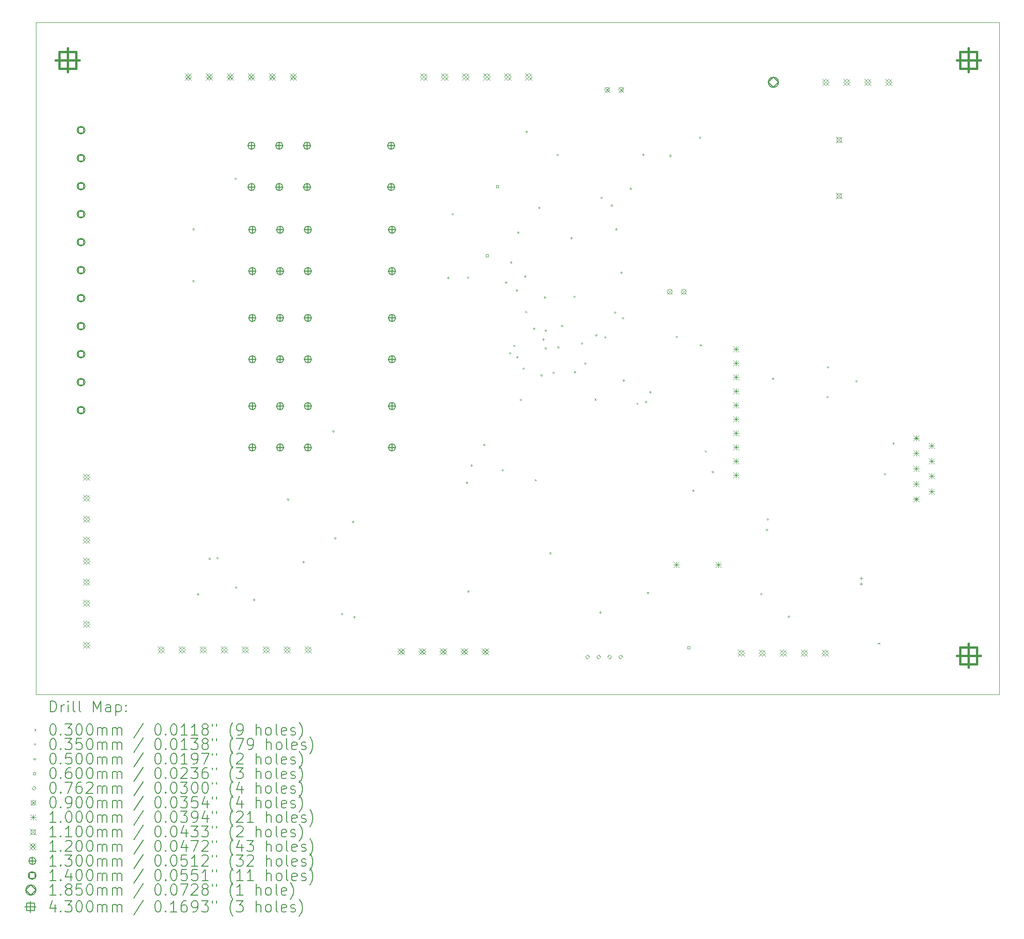
<source format=gbr>
%TF.GenerationSoftware,KiCad,Pcbnew,9.0.1*%
%TF.CreationDate,2025-05-27T11:43:50+02:00*%
%TF.ProjectId,BANC_TEST_418,42414e43-5f54-4455-9354-5f3431382e6b,rev?*%
%TF.SameCoordinates,Original*%
%TF.FileFunction,Drillmap*%
%TF.FilePolarity,Positive*%
%FSLAX45Y45*%
G04 Gerber Fmt 4.5, Leading zero omitted, Abs format (unit mm)*
G04 Created by KiCad (PCBNEW 9.0.1) date 2025-05-27 11:43:50*
%MOMM*%
%LPD*%
G01*
G04 APERTURE LIST*
%ADD10C,0.050000*%
%ADD11C,0.200000*%
%ADD12C,0.100000*%
%ADD13C,0.110000*%
%ADD14C,0.120000*%
%ADD15C,0.130000*%
%ADD16C,0.140000*%
%ADD17C,0.185000*%
%ADD18C,0.430000*%
G04 APERTURE END LIST*
D10*
X7640000Y-2452500D02*
X25115000Y-2452500D01*
X25115000Y-14642500D01*
X7640000Y-14642500D01*
X7640000Y-2452500D01*
D11*
D12*
X16296000Y-8295000D02*
X16326000Y-8325000D01*
X16326000Y-8295000D02*
X16296000Y-8325000D01*
X16513000Y-7681000D02*
X16543000Y-7711000D01*
X16543000Y-7681000D02*
X16513000Y-7711000D01*
X16685000Y-10735000D02*
X16715000Y-10765000D01*
X16715000Y-10735000D02*
X16685000Y-10765000D01*
X17395000Y-8775000D02*
X17425000Y-8805000D01*
X17425000Y-8775000D02*
X17395000Y-8805000D01*
X17770000Y-9275000D02*
X17800000Y-9305000D01*
X17800000Y-9275000D02*
X17770000Y-9305000D01*
X18530000Y-9345000D02*
X18560000Y-9375000D01*
X18560000Y-9345000D02*
X18530000Y-9375000D01*
X19677500Y-8290000D02*
X19707500Y-8320000D01*
X19707500Y-8290000D02*
X19677500Y-8320000D01*
X19772500Y-10212500D02*
X19802500Y-10242500D01*
X19802500Y-10212500D02*
X19772500Y-10242500D01*
X22914000Y-13700000D02*
X22944000Y-13730000D01*
X22944000Y-13700000D02*
X22914000Y-13730000D01*
X10515000Y-6205000D02*
G75*
G02*
X10480000Y-6205000I-17500J0D01*
G01*
X10480000Y-6205000D02*
G75*
G02*
X10515000Y-6205000I17500J0D01*
G01*
X10515000Y-7145000D02*
G75*
G02*
X10480000Y-7145000I-17500J0D01*
G01*
X10480000Y-7145000D02*
G75*
G02*
X10515000Y-7145000I17500J0D01*
G01*
X10595000Y-12825000D02*
G75*
G02*
X10560000Y-12825000I-17500J0D01*
G01*
X10560000Y-12825000D02*
G75*
G02*
X10595000Y-12825000I17500J0D01*
G01*
X10807500Y-12177500D02*
G75*
G02*
X10772500Y-12177500I-17500J0D01*
G01*
X10772500Y-12177500D02*
G75*
G02*
X10807500Y-12177500I17500J0D01*
G01*
X10950000Y-12167500D02*
G75*
G02*
X10915000Y-12167500I-17500J0D01*
G01*
X10915000Y-12167500D02*
G75*
G02*
X10950000Y-12167500I17500J0D01*
G01*
X11277500Y-5285000D02*
G75*
G02*
X11242500Y-5285000I-17500J0D01*
G01*
X11242500Y-5285000D02*
G75*
G02*
X11277500Y-5285000I17500J0D01*
G01*
X11287500Y-12700000D02*
G75*
G02*
X11252500Y-12700000I-17500J0D01*
G01*
X11252500Y-12700000D02*
G75*
G02*
X11287500Y-12700000I17500J0D01*
G01*
X11612500Y-12925000D02*
G75*
G02*
X11577500Y-12925000I-17500J0D01*
G01*
X11577500Y-12925000D02*
G75*
G02*
X11612500Y-12925000I17500J0D01*
G01*
X12230000Y-11102500D02*
G75*
G02*
X12195000Y-11102500I-17500J0D01*
G01*
X12195000Y-11102500D02*
G75*
G02*
X12230000Y-11102500I17500J0D01*
G01*
X12510000Y-12240000D02*
G75*
G02*
X12475000Y-12240000I-17500J0D01*
G01*
X12475000Y-12240000D02*
G75*
G02*
X12510000Y-12240000I17500J0D01*
G01*
X13050000Y-9867500D02*
G75*
G02*
X13015000Y-9867500I-17500J0D01*
G01*
X13015000Y-9867500D02*
G75*
G02*
X13050000Y-9867500I17500J0D01*
G01*
X13082500Y-11807500D02*
G75*
G02*
X13047500Y-11807500I-17500J0D01*
G01*
X13047500Y-11807500D02*
G75*
G02*
X13082500Y-11807500I17500J0D01*
G01*
X13207500Y-13185000D02*
G75*
G02*
X13172500Y-13185000I-17500J0D01*
G01*
X13172500Y-13185000D02*
G75*
G02*
X13207500Y-13185000I17500J0D01*
G01*
X13407500Y-11515000D02*
G75*
G02*
X13372500Y-11515000I-17500J0D01*
G01*
X13372500Y-11515000D02*
G75*
G02*
X13407500Y-11515000I17500J0D01*
G01*
X13432500Y-13240000D02*
G75*
G02*
X13397500Y-13240000I-17500J0D01*
G01*
X13397500Y-13240000D02*
G75*
G02*
X13432500Y-13240000I17500J0D01*
G01*
X15135000Y-7085000D02*
G75*
G02*
X15100000Y-7085000I-17500J0D01*
G01*
X15100000Y-7085000D02*
G75*
G02*
X15135000Y-7085000I17500J0D01*
G01*
X15217500Y-5927500D02*
G75*
G02*
X15182500Y-5927500I-17500J0D01*
G01*
X15182500Y-5927500D02*
G75*
G02*
X15217500Y-5927500I17500J0D01*
G01*
X15475000Y-10800000D02*
G75*
G02*
X15440000Y-10800000I-17500J0D01*
G01*
X15440000Y-10800000D02*
G75*
G02*
X15475000Y-10800000I17500J0D01*
G01*
X15495000Y-7080000D02*
G75*
G02*
X15460000Y-7080000I-17500J0D01*
G01*
X15460000Y-7080000D02*
G75*
G02*
X15495000Y-7080000I17500J0D01*
G01*
X15497500Y-12775000D02*
G75*
G02*
X15462500Y-12775000I-17500J0D01*
G01*
X15462500Y-12775000D02*
G75*
G02*
X15497500Y-12775000I17500J0D01*
G01*
X15557500Y-10490000D02*
G75*
G02*
X15522500Y-10490000I-17500J0D01*
G01*
X15522500Y-10490000D02*
G75*
G02*
X15557500Y-10490000I17500J0D01*
G01*
X15787500Y-10115000D02*
G75*
G02*
X15752500Y-10115000I-17500J0D01*
G01*
X15752500Y-10115000D02*
G75*
G02*
X15787500Y-10115000I17500J0D01*
G01*
X16122500Y-10575000D02*
G75*
G02*
X16087500Y-10575000I-17500J0D01*
G01*
X16087500Y-10575000D02*
G75*
G02*
X16122500Y-10575000I17500J0D01*
G01*
X16185000Y-7170000D02*
G75*
G02*
X16150000Y-7170000I-17500J0D01*
G01*
X16150000Y-7170000D02*
G75*
G02*
X16185000Y-7170000I17500J0D01*
G01*
X16257500Y-8450000D02*
G75*
G02*
X16222500Y-8450000I-17500J0D01*
G01*
X16222500Y-8450000D02*
G75*
G02*
X16257500Y-8450000I17500J0D01*
G01*
X16277500Y-6807500D02*
G75*
G02*
X16242500Y-6807500I-17500J0D01*
G01*
X16242500Y-6807500D02*
G75*
G02*
X16277500Y-6807500I17500J0D01*
G01*
X16380000Y-7310000D02*
G75*
G02*
X16345000Y-7310000I-17500J0D01*
G01*
X16345000Y-7310000D02*
G75*
G02*
X16380000Y-7310000I17500J0D01*
G01*
X16390000Y-8522500D02*
G75*
G02*
X16355000Y-8522500I-17500J0D01*
G01*
X16355000Y-8522500D02*
G75*
G02*
X16390000Y-8522500I17500J0D01*
G01*
X16405000Y-6262500D02*
G75*
G02*
X16370000Y-6262500I-17500J0D01*
G01*
X16370000Y-6262500D02*
G75*
G02*
X16405000Y-6262500I17500J0D01*
G01*
X16452500Y-9300000D02*
G75*
G02*
X16417500Y-9300000I-17500J0D01*
G01*
X16417500Y-9300000D02*
G75*
G02*
X16452500Y-9300000I17500J0D01*
G01*
X16500000Y-8730000D02*
G75*
G02*
X16465000Y-8730000I-17500J0D01*
G01*
X16465000Y-8730000D02*
G75*
G02*
X16500000Y-8730000I17500J0D01*
G01*
X16532500Y-7060000D02*
G75*
G02*
X16497500Y-7060000I-17500J0D01*
G01*
X16497500Y-7060000D02*
G75*
G02*
X16532500Y-7060000I17500J0D01*
G01*
X16555000Y-4435000D02*
G75*
G02*
X16520000Y-4435000I-17500J0D01*
G01*
X16520000Y-4435000D02*
G75*
G02*
X16555000Y-4435000I17500J0D01*
G01*
X16695000Y-8007500D02*
G75*
G02*
X16660000Y-8007500I-17500J0D01*
G01*
X16660000Y-8007500D02*
G75*
G02*
X16695000Y-8007500I17500J0D01*
G01*
X16787500Y-5815000D02*
G75*
G02*
X16752500Y-5815000I-17500J0D01*
G01*
X16752500Y-5815000D02*
G75*
G02*
X16787500Y-5815000I17500J0D01*
G01*
X16825000Y-8852500D02*
G75*
G02*
X16790000Y-8852500I-17500J0D01*
G01*
X16790000Y-8852500D02*
G75*
G02*
X16825000Y-8852500I17500J0D01*
G01*
X16862500Y-8200000D02*
G75*
G02*
X16827500Y-8200000I-17500J0D01*
G01*
X16827500Y-8200000D02*
G75*
G02*
X16862500Y-8200000I17500J0D01*
G01*
X16890000Y-7440000D02*
G75*
G02*
X16855000Y-7440000I-17500J0D01*
G01*
X16855000Y-7440000D02*
G75*
G02*
X16890000Y-7440000I17500J0D01*
G01*
X16902500Y-8360000D02*
G75*
G02*
X16867500Y-8360000I-17500J0D01*
G01*
X16867500Y-8360000D02*
G75*
G02*
X16902500Y-8360000I17500J0D01*
G01*
X16905000Y-8042500D02*
G75*
G02*
X16870000Y-8042500I-17500J0D01*
G01*
X16870000Y-8042500D02*
G75*
G02*
X16905000Y-8042500I17500J0D01*
G01*
X16987500Y-12082500D02*
G75*
G02*
X16952500Y-12082500I-17500J0D01*
G01*
X16952500Y-12082500D02*
G75*
G02*
X16987500Y-12082500I17500J0D01*
G01*
X17045000Y-8807500D02*
G75*
G02*
X17010000Y-8807500I-17500J0D01*
G01*
X17010000Y-8807500D02*
G75*
G02*
X17045000Y-8807500I17500J0D01*
G01*
X17117500Y-4852500D02*
G75*
G02*
X17082500Y-4852500I-17500J0D01*
G01*
X17082500Y-4852500D02*
G75*
G02*
X17117500Y-4852500I17500J0D01*
G01*
X17130000Y-8345000D02*
G75*
G02*
X17095000Y-8345000I-17500J0D01*
G01*
X17095000Y-8345000D02*
G75*
G02*
X17130000Y-8345000I17500J0D01*
G01*
X17200000Y-7952500D02*
G75*
G02*
X17165000Y-7952500I-17500J0D01*
G01*
X17165000Y-7952500D02*
G75*
G02*
X17200000Y-7952500I17500J0D01*
G01*
X17372500Y-6365000D02*
G75*
G02*
X17337500Y-6365000I-17500J0D01*
G01*
X17337500Y-6365000D02*
G75*
G02*
X17372500Y-6365000I17500J0D01*
G01*
X17425000Y-7425000D02*
G75*
G02*
X17390000Y-7425000I-17500J0D01*
G01*
X17390000Y-7425000D02*
G75*
G02*
X17425000Y-7425000I17500J0D01*
G01*
X17560000Y-8275000D02*
G75*
G02*
X17525000Y-8275000I-17500J0D01*
G01*
X17525000Y-8275000D02*
G75*
G02*
X17560000Y-8275000I17500J0D01*
G01*
X17620000Y-8640000D02*
G75*
G02*
X17585000Y-8640000I-17500J0D01*
G01*
X17585000Y-8640000D02*
G75*
G02*
X17620000Y-8640000I17500J0D01*
G01*
X17822500Y-8125000D02*
G75*
G02*
X17787500Y-8125000I-17500J0D01*
G01*
X17787500Y-8125000D02*
G75*
G02*
X17822500Y-8125000I17500J0D01*
G01*
X17897500Y-13155000D02*
G75*
G02*
X17862500Y-13155000I-17500J0D01*
G01*
X17862500Y-13155000D02*
G75*
G02*
X17897500Y-13155000I17500J0D01*
G01*
X17915000Y-5632500D02*
G75*
G02*
X17880000Y-5632500I-17500J0D01*
G01*
X17880000Y-5632500D02*
G75*
G02*
X17915000Y-5632500I17500J0D01*
G01*
X17985000Y-8162500D02*
G75*
G02*
X17950000Y-8162500I-17500J0D01*
G01*
X17950000Y-8162500D02*
G75*
G02*
X17985000Y-8162500I17500J0D01*
G01*
X18102500Y-5772500D02*
G75*
G02*
X18067500Y-5772500I-17500J0D01*
G01*
X18067500Y-5772500D02*
G75*
G02*
X18102500Y-5772500I17500J0D01*
G01*
X18165000Y-7715000D02*
G75*
G02*
X18130000Y-7715000I-17500J0D01*
G01*
X18130000Y-7715000D02*
G75*
G02*
X18165000Y-7715000I17500J0D01*
G01*
X18185000Y-6202500D02*
G75*
G02*
X18150000Y-6202500I-17500J0D01*
G01*
X18150000Y-6202500D02*
G75*
G02*
X18185000Y-6202500I17500J0D01*
G01*
X18275000Y-6992500D02*
G75*
G02*
X18240000Y-6992500I-17500J0D01*
G01*
X18240000Y-6992500D02*
G75*
G02*
X18275000Y-6992500I17500J0D01*
G01*
X18305000Y-7817500D02*
G75*
G02*
X18270000Y-7817500I-17500J0D01*
G01*
X18270000Y-7817500D02*
G75*
G02*
X18305000Y-7817500I17500J0D01*
G01*
X18317500Y-8947500D02*
G75*
G02*
X18282500Y-8947500I-17500J0D01*
G01*
X18282500Y-8947500D02*
G75*
G02*
X18317500Y-8947500I17500J0D01*
G01*
X18445000Y-5470000D02*
G75*
G02*
X18410000Y-5470000I-17500J0D01*
G01*
X18410000Y-5470000D02*
G75*
G02*
X18445000Y-5470000I17500J0D01*
G01*
X18675000Y-4850000D02*
G75*
G02*
X18640000Y-4850000I-17500J0D01*
G01*
X18640000Y-4850000D02*
G75*
G02*
X18675000Y-4850000I17500J0D01*
G01*
X18722500Y-9335000D02*
G75*
G02*
X18687500Y-9335000I-17500J0D01*
G01*
X18687500Y-9335000D02*
G75*
G02*
X18722500Y-9335000I17500J0D01*
G01*
X18757500Y-12800000D02*
G75*
G02*
X18722500Y-12800000I-17500J0D01*
G01*
X18722500Y-12800000D02*
G75*
G02*
X18757500Y-12800000I17500J0D01*
G01*
X18800000Y-9160000D02*
G75*
G02*
X18765000Y-9160000I-17500J0D01*
G01*
X18765000Y-9160000D02*
G75*
G02*
X18800000Y-9160000I17500J0D01*
G01*
X19165000Y-4870000D02*
G75*
G02*
X19130000Y-4870000I-17500J0D01*
G01*
X19130000Y-4870000D02*
G75*
G02*
X19165000Y-4870000I17500J0D01*
G01*
X19282500Y-8155000D02*
G75*
G02*
X19247500Y-8155000I-17500J0D01*
G01*
X19247500Y-8155000D02*
G75*
G02*
X19282500Y-8155000I17500J0D01*
G01*
X19577500Y-10945000D02*
G75*
G02*
X19542500Y-10945000I-17500J0D01*
G01*
X19542500Y-10945000D02*
G75*
G02*
X19577500Y-10945000I17500J0D01*
G01*
X19705000Y-4540000D02*
G75*
G02*
X19670000Y-4540000I-17500J0D01*
G01*
X19670000Y-4540000D02*
G75*
G02*
X19705000Y-4540000I17500J0D01*
G01*
X19935000Y-10602500D02*
G75*
G02*
X19900000Y-10602500I-17500J0D01*
G01*
X19900000Y-10602500D02*
G75*
G02*
X19935000Y-10602500I17500J0D01*
G01*
X20812500Y-12820000D02*
G75*
G02*
X20777500Y-12820000I-17500J0D01*
G01*
X20777500Y-12820000D02*
G75*
G02*
X20812500Y-12820000I17500J0D01*
G01*
X20915000Y-11657500D02*
G75*
G02*
X20880000Y-11657500I-17500J0D01*
G01*
X20880000Y-11657500D02*
G75*
G02*
X20915000Y-11657500I17500J0D01*
G01*
X20927500Y-11465000D02*
G75*
G02*
X20892500Y-11465000I-17500J0D01*
G01*
X20892500Y-11465000D02*
G75*
G02*
X20927500Y-11465000I17500J0D01*
G01*
X21027500Y-8915000D02*
G75*
G02*
X20992500Y-8915000I-17500J0D01*
G01*
X20992500Y-8915000D02*
G75*
G02*
X21027500Y-8915000I17500J0D01*
G01*
X21312500Y-13232500D02*
G75*
G02*
X21277500Y-13232500I-17500J0D01*
G01*
X21277500Y-13232500D02*
G75*
G02*
X21312500Y-13232500I17500J0D01*
G01*
X22015000Y-9250000D02*
G75*
G02*
X21980000Y-9250000I-17500J0D01*
G01*
X21980000Y-9250000D02*
G75*
G02*
X22015000Y-9250000I17500J0D01*
G01*
X22022500Y-8707500D02*
G75*
G02*
X21987500Y-8707500I-17500J0D01*
G01*
X21987500Y-8707500D02*
G75*
G02*
X22022500Y-8707500I17500J0D01*
G01*
X22540000Y-8960000D02*
G75*
G02*
X22505000Y-8960000I-17500J0D01*
G01*
X22505000Y-8960000D02*
G75*
G02*
X22540000Y-8960000I17500J0D01*
G01*
X23055000Y-10647500D02*
G75*
G02*
X23020000Y-10647500I-17500J0D01*
G01*
X23020000Y-10647500D02*
G75*
G02*
X23055000Y-10647500I17500J0D01*
G01*
X23212500Y-10092500D02*
G75*
G02*
X23177500Y-10092500I-17500J0D01*
G01*
X23177500Y-10092500D02*
G75*
G02*
X23212500Y-10092500I17500J0D01*
G01*
X22605000Y-12510000D02*
X22605000Y-12560000D01*
X22580000Y-12535000D02*
X22630000Y-12535000D01*
X22605000Y-12610000D02*
X22605000Y-12660000D01*
X22580000Y-12635000D02*
X22630000Y-12635000D01*
X15841213Y-6695213D02*
X15841213Y-6652787D01*
X15798787Y-6652787D01*
X15798787Y-6695213D01*
X15841213Y-6695213D01*
X16028713Y-5443713D02*
X16028713Y-5401287D01*
X15986287Y-5401287D01*
X15986287Y-5443713D01*
X16028713Y-5443713D01*
X19496213Y-13813713D02*
X19496213Y-13771287D01*
X19453787Y-13771287D01*
X19453787Y-13813713D01*
X19496213Y-13813713D01*
X17640000Y-13995600D02*
X17678100Y-13957500D01*
X17640000Y-13919400D01*
X17601900Y-13957500D01*
X17640000Y-13995600D01*
X17840000Y-13995600D02*
X17878100Y-13957500D01*
X17840000Y-13919400D01*
X17801900Y-13957500D01*
X17840000Y-13995600D01*
X18040000Y-13995600D02*
X18078100Y-13957500D01*
X18040000Y-13919400D01*
X18001900Y-13957500D01*
X18040000Y-13995600D01*
X18240000Y-13995600D02*
X18278100Y-13957500D01*
X18240000Y-13919400D01*
X18201900Y-13957500D01*
X18240000Y-13995600D01*
X17955000Y-3625000D02*
X18045000Y-3715000D01*
X18045000Y-3625000D02*
X17955000Y-3715000D01*
X18045000Y-3670000D02*
G75*
G02*
X17955000Y-3670000I-45000J0D01*
G01*
X17955000Y-3670000D02*
G75*
G02*
X18045000Y-3670000I45000J0D01*
G01*
X18209000Y-3625000D02*
X18299000Y-3715000D01*
X18299000Y-3625000D02*
X18209000Y-3715000D01*
X18299000Y-3670000D02*
G75*
G02*
X18209000Y-3670000I-45000J0D01*
G01*
X18209000Y-3670000D02*
G75*
G02*
X18299000Y-3670000I45000J0D01*
G01*
X19090000Y-7290000D02*
X19180000Y-7380000D01*
X19180000Y-7290000D02*
X19090000Y-7380000D01*
X19180000Y-7335000D02*
G75*
G02*
X19090000Y-7335000I-45000J0D01*
G01*
X19090000Y-7335000D02*
G75*
G02*
X19180000Y-7335000I45000J0D01*
G01*
X19344000Y-7290000D02*
X19434000Y-7380000D01*
X19434000Y-7290000D02*
X19344000Y-7380000D01*
X19434000Y-7335000D02*
G75*
G02*
X19344000Y-7335000I-45000J0D01*
G01*
X19344000Y-7335000D02*
G75*
G02*
X19434000Y-7335000I45000J0D01*
G01*
X19205000Y-12235000D02*
X19305000Y-12335000D01*
X19305000Y-12235000D02*
X19205000Y-12335000D01*
X19255000Y-12235000D02*
X19255000Y-12335000D01*
X19205000Y-12285000D02*
X19305000Y-12285000D01*
X19965000Y-12235000D02*
X20065000Y-12335000D01*
X20065000Y-12235000D02*
X19965000Y-12335000D01*
X20015000Y-12235000D02*
X20015000Y-12335000D01*
X19965000Y-12285000D02*
X20065000Y-12285000D01*
X20290000Y-8324500D02*
X20390000Y-8424500D01*
X20390000Y-8324500D02*
X20290000Y-8424500D01*
X20340000Y-8324500D02*
X20340000Y-8424500D01*
X20290000Y-8374500D02*
X20390000Y-8374500D01*
X20290000Y-8578500D02*
X20390000Y-8678500D01*
X20390000Y-8578500D02*
X20290000Y-8678500D01*
X20340000Y-8578500D02*
X20340000Y-8678500D01*
X20290000Y-8628500D02*
X20390000Y-8628500D01*
X20290000Y-8832500D02*
X20390000Y-8932500D01*
X20390000Y-8832500D02*
X20290000Y-8932500D01*
X20340000Y-8832500D02*
X20340000Y-8932500D01*
X20290000Y-8882500D02*
X20390000Y-8882500D01*
X20290000Y-9086500D02*
X20390000Y-9186500D01*
X20390000Y-9086500D02*
X20290000Y-9186500D01*
X20340000Y-9086500D02*
X20340000Y-9186500D01*
X20290000Y-9136500D02*
X20390000Y-9136500D01*
X20290000Y-9340500D02*
X20390000Y-9440500D01*
X20390000Y-9340500D02*
X20290000Y-9440500D01*
X20340000Y-9340500D02*
X20340000Y-9440500D01*
X20290000Y-9390500D02*
X20390000Y-9390500D01*
X20290000Y-9594500D02*
X20390000Y-9694500D01*
X20390000Y-9594500D02*
X20290000Y-9694500D01*
X20340000Y-9594500D02*
X20340000Y-9694500D01*
X20290000Y-9644500D02*
X20390000Y-9644500D01*
X20290000Y-9848500D02*
X20390000Y-9948500D01*
X20390000Y-9848500D02*
X20290000Y-9948500D01*
X20340000Y-9848500D02*
X20340000Y-9948500D01*
X20290000Y-9898500D02*
X20390000Y-9898500D01*
X20290000Y-10102500D02*
X20390000Y-10202500D01*
X20390000Y-10102500D02*
X20290000Y-10202500D01*
X20340000Y-10102500D02*
X20340000Y-10202500D01*
X20290000Y-10152500D02*
X20390000Y-10152500D01*
X20290000Y-10356500D02*
X20390000Y-10456500D01*
X20390000Y-10356500D02*
X20290000Y-10456500D01*
X20340000Y-10356500D02*
X20340000Y-10456500D01*
X20290000Y-10406500D02*
X20390000Y-10406500D01*
X20290000Y-10610500D02*
X20390000Y-10710500D01*
X20390000Y-10610500D02*
X20290000Y-10710500D01*
X20340000Y-10610500D02*
X20340000Y-10710500D01*
X20290000Y-10660500D02*
X20390000Y-10660500D01*
X23552467Y-9939000D02*
X23652467Y-10039000D01*
X23652467Y-9939000D02*
X23552467Y-10039000D01*
X23602467Y-9939000D02*
X23602467Y-10039000D01*
X23552467Y-9989000D02*
X23652467Y-9989000D01*
X23552467Y-10216000D02*
X23652467Y-10316000D01*
X23652467Y-10216000D02*
X23552467Y-10316000D01*
X23602467Y-10216000D02*
X23602467Y-10316000D01*
X23552467Y-10266000D02*
X23652467Y-10266000D01*
X23552467Y-10493000D02*
X23652467Y-10593000D01*
X23652467Y-10493000D02*
X23552467Y-10593000D01*
X23602467Y-10493000D02*
X23602467Y-10593000D01*
X23552467Y-10543000D02*
X23652467Y-10543000D01*
X23552467Y-10770000D02*
X23652467Y-10870000D01*
X23652467Y-10770000D02*
X23552467Y-10870000D01*
X23602467Y-10770000D02*
X23602467Y-10870000D01*
X23552467Y-10820000D02*
X23652467Y-10820000D01*
X23552467Y-11047000D02*
X23652467Y-11147000D01*
X23652467Y-11047000D02*
X23552467Y-11147000D01*
X23602467Y-11047000D02*
X23602467Y-11147000D01*
X23552467Y-11097000D02*
X23652467Y-11097000D01*
X23836467Y-10077500D02*
X23936467Y-10177500D01*
X23936467Y-10077500D02*
X23836467Y-10177500D01*
X23886467Y-10077500D02*
X23886467Y-10177500D01*
X23836467Y-10127500D02*
X23936467Y-10127500D01*
X23836467Y-10354500D02*
X23936467Y-10454500D01*
X23936467Y-10354500D02*
X23836467Y-10454500D01*
X23886467Y-10354500D02*
X23886467Y-10454500D01*
X23836467Y-10404500D02*
X23936467Y-10404500D01*
X23836467Y-10631500D02*
X23936467Y-10731500D01*
X23936467Y-10631500D02*
X23836467Y-10731500D01*
X23886467Y-10631500D02*
X23886467Y-10731500D01*
X23836467Y-10681500D02*
X23936467Y-10681500D01*
X23836467Y-10908500D02*
X23936467Y-11008500D01*
X23936467Y-10908500D02*
X23836467Y-11008500D01*
X23886467Y-10908500D02*
X23886467Y-11008500D01*
X23836467Y-10958500D02*
X23936467Y-10958500D01*
D13*
X22150000Y-4522000D02*
X22260000Y-4632000D01*
X22260000Y-4522000D02*
X22150000Y-4632000D01*
X22243891Y-4615891D02*
X22243891Y-4538109D01*
X22166109Y-4538109D01*
X22166109Y-4615891D01*
X22243891Y-4615891D01*
X22150000Y-5538000D02*
X22260000Y-5648000D01*
X22260000Y-5538000D02*
X22150000Y-5648000D01*
X22243891Y-5631891D02*
X22243891Y-5554109D01*
X22166109Y-5554109D01*
X22166109Y-5631891D01*
X22243891Y-5631891D01*
D14*
X8495000Y-10632000D02*
X8615000Y-10752000D01*
X8615000Y-10632000D02*
X8495000Y-10752000D01*
X8555000Y-10752000D02*
X8615000Y-10692000D01*
X8555000Y-10632000D01*
X8495000Y-10692000D01*
X8555000Y-10752000D01*
X8495000Y-11013000D02*
X8615000Y-11133000D01*
X8615000Y-11013000D02*
X8495000Y-11133000D01*
X8555000Y-11133000D02*
X8615000Y-11073000D01*
X8555000Y-11013000D01*
X8495000Y-11073000D01*
X8555000Y-11133000D01*
X8495000Y-11394000D02*
X8615000Y-11514000D01*
X8615000Y-11394000D02*
X8495000Y-11514000D01*
X8555000Y-11514000D02*
X8615000Y-11454000D01*
X8555000Y-11394000D01*
X8495000Y-11454000D01*
X8555000Y-11514000D01*
X8495000Y-11775000D02*
X8615000Y-11895000D01*
X8615000Y-11775000D02*
X8495000Y-11895000D01*
X8555000Y-11895000D02*
X8615000Y-11835000D01*
X8555000Y-11775000D01*
X8495000Y-11835000D01*
X8555000Y-11895000D01*
X8495000Y-12156000D02*
X8615000Y-12276000D01*
X8615000Y-12156000D02*
X8495000Y-12276000D01*
X8555000Y-12276000D02*
X8615000Y-12216000D01*
X8555000Y-12156000D01*
X8495000Y-12216000D01*
X8555000Y-12276000D01*
X8495000Y-12537000D02*
X8615000Y-12657000D01*
X8615000Y-12537000D02*
X8495000Y-12657000D01*
X8555000Y-12657000D02*
X8615000Y-12597000D01*
X8555000Y-12537000D01*
X8495000Y-12597000D01*
X8555000Y-12657000D01*
X8495000Y-12918000D02*
X8615000Y-13038000D01*
X8615000Y-12918000D02*
X8495000Y-13038000D01*
X8555000Y-13038000D02*
X8615000Y-12978000D01*
X8555000Y-12918000D01*
X8495000Y-12978000D01*
X8555000Y-13038000D01*
X8495000Y-13299000D02*
X8615000Y-13419000D01*
X8615000Y-13299000D02*
X8495000Y-13419000D01*
X8555000Y-13419000D02*
X8615000Y-13359000D01*
X8555000Y-13299000D01*
X8495000Y-13359000D01*
X8555000Y-13419000D01*
X8495000Y-13680000D02*
X8615000Y-13800000D01*
X8615000Y-13680000D02*
X8495000Y-13800000D01*
X8555000Y-13800000D02*
X8615000Y-13740000D01*
X8555000Y-13680000D01*
X8495000Y-13740000D01*
X8555000Y-13800000D01*
X9847500Y-13765000D02*
X9967500Y-13885000D01*
X9967500Y-13765000D02*
X9847500Y-13885000D01*
X9907500Y-13885000D02*
X9967500Y-13825000D01*
X9907500Y-13765000D01*
X9847500Y-13825000D01*
X9907500Y-13885000D01*
X10228500Y-13765000D02*
X10348500Y-13885000D01*
X10348500Y-13765000D02*
X10228500Y-13885000D01*
X10288500Y-13885000D02*
X10348500Y-13825000D01*
X10288500Y-13765000D01*
X10228500Y-13825000D01*
X10288500Y-13885000D01*
X10340000Y-3375000D02*
X10460000Y-3495000D01*
X10460000Y-3375000D02*
X10340000Y-3495000D01*
X10400000Y-3495000D02*
X10460000Y-3435000D01*
X10400000Y-3375000D01*
X10340000Y-3435000D01*
X10400000Y-3495000D01*
X10609500Y-13765000D02*
X10729500Y-13885000D01*
X10729500Y-13765000D02*
X10609500Y-13885000D01*
X10669500Y-13885000D02*
X10729500Y-13825000D01*
X10669500Y-13765000D01*
X10609500Y-13825000D01*
X10669500Y-13885000D01*
X10721000Y-3375000D02*
X10841000Y-3495000D01*
X10841000Y-3375000D02*
X10721000Y-3495000D01*
X10781000Y-3495000D02*
X10841000Y-3435000D01*
X10781000Y-3375000D01*
X10721000Y-3435000D01*
X10781000Y-3495000D01*
X10990500Y-13765000D02*
X11110500Y-13885000D01*
X11110500Y-13765000D02*
X10990500Y-13885000D01*
X11050500Y-13885000D02*
X11110500Y-13825000D01*
X11050500Y-13765000D01*
X10990500Y-13825000D01*
X11050500Y-13885000D01*
X11102000Y-3375000D02*
X11222000Y-3495000D01*
X11222000Y-3375000D02*
X11102000Y-3495000D01*
X11162000Y-3495000D02*
X11222000Y-3435000D01*
X11162000Y-3375000D01*
X11102000Y-3435000D01*
X11162000Y-3495000D01*
X11371500Y-13765000D02*
X11491500Y-13885000D01*
X11491500Y-13765000D02*
X11371500Y-13885000D01*
X11431500Y-13885000D02*
X11491500Y-13825000D01*
X11431500Y-13765000D01*
X11371500Y-13825000D01*
X11431500Y-13885000D01*
X11483000Y-3375000D02*
X11603000Y-3495000D01*
X11603000Y-3375000D02*
X11483000Y-3495000D01*
X11543000Y-3495000D02*
X11603000Y-3435000D01*
X11543000Y-3375000D01*
X11483000Y-3435000D01*
X11543000Y-3495000D01*
X11752500Y-13765000D02*
X11872500Y-13885000D01*
X11872500Y-13765000D02*
X11752500Y-13885000D01*
X11812500Y-13885000D02*
X11872500Y-13825000D01*
X11812500Y-13765000D01*
X11752500Y-13825000D01*
X11812500Y-13885000D01*
X11864000Y-3375000D02*
X11984000Y-3495000D01*
X11984000Y-3375000D02*
X11864000Y-3495000D01*
X11924000Y-3495000D02*
X11984000Y-3435000D01*
X11924000Y-3375000D01*
X11864000Y-3435000D01*
X11924000Y-3495000D01*
X12133500Y-13765000D02*
X12253500Y-13885000D01*
X12253500Y-13765000D02*
X12133500Y-13885000D01*
X12193500Y-13885000D02*
X12253500Y-13825000D01*
X12193500Y-13765000D01*
X12133500Y-13825000D01*
X12193500Y-13885000D01*
X12245000Y-3375000D02*
X12365000Y-3495000D01*
X12365000Y-3375000D02*
X12245000Y-3495000D01*
X12305000Y-3495000D02*
X12365000Y-3435000D01*
X12305000Y-3375000D01*
X12245000Y-3435000D01*
X12305000Y-3495000D01*
X12514500Y-13765000D02*
X12634500Y-13885000D01*
X12634500Y-13765000D02*
X12514500Y-13885000D01*
X12574500Y-13885000D02*
X12634500Y-13825000D01*
X12574500Y-13765000D01*
X12514500Y-13825000D01*
X12574500Y-13885000D01*
X14202000Y-13800000D02*
X14322000Y-13920000D01*
X14322000Y-13800000D02*
X14202000Y-13920000D01*
X14262000Y-13920000D02*
X14322000Y-13860000D01*
X14262000Y-13800000D01*
X14202000Y-13860000D01*
X14262000Y-13920000D01*
X14583000Y-13800000D02*
X14703000Y-13920000D01*
X14703000Y-13800000D02*
X14583000Y-13920000D01*
X14643000Y-13920000D02*
X14703000Y-13860000D01*
X14643000Y-13800000D01*
X14583000Y-13860000D01*
X14643000Y-13920000D01*
X14609000Y-3375000D02*
X14729000Y-3495000D01*
X14729000Y-3375000D02*
X14609000Y-3495000D01*
X14669000Y-3495000D02*
X14729000Y-3435000D01*
X14669000Y-3375000D01*
X14609000Y-3435000D01*
X14669000Y-3495000D01*
X14964000Y-13800000D02*
X15084000Y-13920000D01*
X15084000Y-13800000D02*
X14964000Y-13920000D01*
X15024000Y-13920000D02*
X15084000Y-13860000D01*
X15024000Y-13800000D01*
X14964000Y-13860000D01*
X15024000Y-13920000D01*
X14990000Y-3375000D02*
X15110000Y-3495000D01*
X15110000Y-3375000D02*
X14990000Y-3495000D01*
X15050000Y-3495000D02*
X15110000Y-3435000D01*
X15050000Y-3375000D01*
X14990000Y-3435000D01*
X15050000Y-3495000D01*
X15345000Y-13800000D02*
X15465000Y-13920000D01*
X15465000Y-13800000D02*
X15345000Y-13920000D01*
X15405000Y-13920000D02*
X15465000Y-13860000D01*
X15405000Y-13800000D01*
X15345000Y-13860000D01*
X15405000Y-13920000D01*
X15371000Y-3375000D02*
X15491000Y-3495000D01*
X15491000Y-3375000D02*
X15371000Y-3495000D01*
X15431000Y-3495000D02*
X15491000Y-3435000D01*
X15431000Y-3375000D01*
X15371000Y-3435000D01*
X15431000Y-3495000D01*
X15726000Y-13800000D02*
X15846000Y-13920000D01*
X15846000Y-13800000D02*
X15726000Y-13920000D01*
X15786000Y-13920000D02*
X15846000Y-13860000D01*
X15786000Y-13800000D01*
X15726000Y-13860000D01*
X15786000Y-13920000D01*
X15752000Y-3375000D02*
X15872000Y-3495000D01*
X15872000Y-3375000D02*
X15752000Y-3495000D01*
X15812000Y-3495000D02*
X15872000Y-3435000D01*
X15812000Y-3375000D01*
X15752000Y-3435000D01*
X15812000Y-3495000D01*
X16133000Y-3375000D02*
X16253000Y-3495000D01*
X16253000Y-3375000D02*
X16133000Y-3495000D01*
X16193000Y-3495000D02*
X16253000Y-3435000D01*
X16193000Y-3375000D01*
X16133000Y-3435000D01*
X16193000Y-3495000D01*
X16514000Y-3375000D02*
X16634000Y-3495000D01*
X16634000Y-3375000D02*
X16514000Y-3495000D01*
X16574000Y-3495000D02*
X16634000Y-3435000D01*
X16574000Y-3375000D01*
X16514000Y-3435000D01*
X16574000Y-3495000D01*
X20371000Y-13825000D02*
X20491000Y-13945000D01*
X20491000Y-13825000D02*
X20371000Y-13945000D01*
X20431000Y-13945000D02*
X20491000Y-13885000D01*
X20431000Y-13825000D01*
X20371000Y-13885000D01*
X20431000Y-13945000D01*
X20752000Y-13825000D02*
X20872000Y-13945000D01*
X20872000Y-13825000D02*
X20752000Y-13945000D01*
X20812000Y-13945000D02*
X20872000Y-13885000D01*
X20812000Y-13825000D01*
X20752000Y-13885000D01*
X20812000Y-13945000D01*
X21133000Y-13825000D02*
X21253000Y-13945000D01*
X21253000Y-13825000D02*
X21133000Y-13945000D01*
X21193000Y-13945000D02*
X21253000Y-13885000D01*
X21193000Y-13825000D01*
X21133000Y-13885000D01*
X21193000Y-13945000D01*
X21514000Y-13825000D02*
X21634000Y-13945000D01*
X21634000Y-13825000D02*
X21514000Y-13945000D01*
X21574000Y-13945000D02*
X21634000Y-13885000D01*
X21574000Y-13825000D01*
X21514000Y-13885000D01*
X21574000Y-13945000D01*
X21895000Y-13825000D02*
X22015000Y-13945000D01*
X22015000Y-13825000D02*
X21895000Y-13945000D01*
X21955000Y-13945000D02*
X22015000Y-13885000D01*
X21955000Y-13825000D01*
X21895000Y-13885000D01*
X21955000Y-13945000D01*
X21902000Y-3475000D02*
X22022000Y-3595000D01*
X22022000Y-3475000D02*
X21902000Y-3595000D01*
X21962000Y-3595000D02*
X22022000Y-3535000D01*
X21962000Y-3475000D01*
X21902000Y-3535000D01*
X21962000Y-3595000D01*
X22283000Y-3475000D02*
X22403000Y-3595000D01*
X22403000Y-3475000D02*
X22283000Y-3595000D01*
X22343000Y-3595000D02*
X22403000Y-3535000D01*
X22343000Y-3475000D01*
X22283000Y-3535000D01*
X22343000Y-3595000D01*
X22664000Y-3475000D02*
X22784000Y-3595000D01*
X22784000Y-3475000D02*
X22664000Y-3595000D01*
X22724000Y-3595000D02*
X22784000Y-3535000D01*
X22724000Y-3475000D01*
X22664000Y-3535000D01*
X22724000Y-3595000D01*
X23045000Y-3475000D02*
X23165000Y-3595000D01*
X23165000Y-3475000D02*
X23045000Y-3595000D01*
X23105000Y-3595000D02*
X23165000Y-3535000D01*
X23105000Y-3475000D01*
X23045000Y-3535000D01*
X23105000Y-3595000D01*
D15*
X11547000Y-4620000D02*
X11547000Y-4750000D01*
X11482000Y-4685000D02*
X11612000Y-4685000D01*
X11612000Y-4685000D02*
G75*
G02*
X11482000Y-4685000I-65000J0D01*
G01*
X11482000Y-4685000D02*
G75*
G02*
X11612000Y-4685000I65000J0D01*
G01*
X11547000Y-5370000D02*
X11547000Y-5500000D01*
X11482000Y-5435000D02*
X11612000Y-5435000D01*
X11612000Y-5435000D02*
G75*
G02*
X11482000Y-5435000I-65000J0D01*
G01*
X11482000Y-5435000D02*
G75*
G02*
X11612000Y-5435000I65000J0D01*
G01*
X11562000Y-6145000D02*
X11562000Y-6275000D01*
X11497000Y-6210000D02*
X11627000Y-6210000D01*
X11627000Y-6210000D02*
G75*
G02*
X11497000Y-6210000I-65000J0D01*
G01*
X11497000Y-6210000D02*
G75*
G02*
X11627000Y-6210000I65000J0D01*
G01*
X11562000Y-6895000D02*
X11562000Y-7025000D01*
X11497000Y-6960000D02*
X11627000Y-6960000D01*
X11627000Y-6960000D02*
G75*
G02*
X11497000Y-6960000I-65000J0D01*
G01*
X11497000Y-6960000D02*
G75*
G02*
X11627000Y-6960000I65000J0D01*
G01*
X11562000Y-7745000D02*
X11562000Y-7875000D01*
X11497000Y-7810000D02*
X11627000Y-7810000D01*
X11627000Y-7810000D02*
G75*
G02*
X11497000Y-7810000I-65000J0D01*
G01*
X11497000Y-7810000D02*
G75*
G02*
X11627000Y-7810000I65000J0D01*
G01*
X11562000Y-8495000D02*
X11562000Y-8625000D01*
X11497000Y-8560000D02*
X11627000Y-8560000D01*
X11627000Y-8560000D02*
G75*
G02*
X11497000Y-8560000I-65000J0D01*
G01*
X11497000Y-8560000D02*
G75*
G02*
X11627000Y-8560000I65000J0D01*
G01*
X11562000Y-9345000D02*
X11562000Y-9475000D01*
X11497000Y-9410000D02*
X11627000Y-9410000D01*
X11627000Y-9410000D02*
G75*
G02*
X11497000Y-9410000I-65000J0D01*
G01*
X11497000Y-9410000D02*
G75*
G02*
X11627000Y-9410000I65000J0D01*
G01*
X11562000Y-10095000D02*
X11562000Y-10225000D01*
X11497000Y-10160000D02*
X11627000Y-10160000D01*
X11627000Y-10160000D02*
G75*
G02*
X11497000Y-10160000I-65000J0D01*
G01*
X11497000Y-10160000D02*
G75*
G02*
X11627000Y-10160000I65000J0D01*
G01*
X12051000Y-4620000D02*
X12051000Y-4750000D01*
X11986000Y-4685000D02*
X12116000Y-4685000D01*
X12116000Y-4685000D02*
G75*
G02*
X11986000Y-4685000I-65000J0D01*
G01*
X11986000Y-4685000D02*
G75*
G02*
X12116000Y-4685000I65000J0D01*
G01*
X12051000Y-5370000D02*
X12051000Y-5500000D01*
X11986000Y-5435000D02*
X12116000Y-5435000D01*
X12116000Y-5435000D02*
G75*
G02*
X11986000Y-5435000I-65000J0D01*
G01*
X11986000Y-5435000D02*
G75*
G02*
X12116000Y-5435000I65000J0D01*
G01*
X12066000Y-6145000D02*
X12066000Y-6275000D01*
X12001000Y-6210000D02*
X12131000Y-6210000D01*
X12131000Y-6210000D02*
G75*
G02*
X12001000Y-6210000I-65000J0D01*
G01*
X12001000Y-6210000D02*
G75*
G02*
X12131000Y-6210000I65000J0D01*
G01*
X12066000Y-6895000D02*
X12066000Y-7025000D01*
X12001000Y-6960000D02*
X12131000Y-6960000D01*
X12131000Y-6960000D02*
G75*
G02*
X12001000Y-6960000I-65000J0D01*
G01*
X12001000Y-6960000D02*
G75*
G02*
X12131000Y-6960000I65000J0D01*
G01*
X12066000Y-7745000D02*
X12066000Y-7875000D01*
X12001000Y-7810000D02*
X12131000Y-7810000D01*
X12131000Y-7810000D02*
G75*
G02*
X12001000Y-7810000I-65000J0D01*
G01*
X12001000Y-7810000D02*
G75*
G02*
X12131000Y-7810000I65000J0D01*
G01*
X12066000Y-8495000D02*
X12066000Y-8625000D01*
X12001000Y-8560000D02*
X12131000Y-8560000D01*
X12131000Y-8560000D02*
G75*
G02*
X12001000Y-8560000I-65000J0D01*
G01*
X12001000Y-8560000D02*
G75*
G02*
X12131000Y-8560000I65000J0D01*
G01*
X12066000Y-9345000D02*
X12066000Y-9475000D01*
X12001000Y-9410000D02*
X12131000Y-9410000D01*
X12131000Y-9410000D02*
G75*
G02*
X12001000Y-9410000I-65000J0D01*
G01*
X12001000Y-9410000D02*
G75*
G02*
X12131000Y-9410000I65000J0D01*
G01*
X12066000Y-10095000D02*
X12066000Y-10225000D01*
X12001000Y-10160000D02*
X12131000Y-10160000D01*
X12131000Y-10160000D02*
G75*
G02*
X12001000Y-10160000I-65000J0D01*
G01*
X12001000Y-10160000D02*
G75*
G02*
X12131000Y-10160000I65000J0D01*
G01*
X12555000Y-4620000D02*
X12555000Y-4750000D01*
X12490000Y-4685000D02*
X12620000Y-4685000D01*
X12620000Y-4685000D02*
G75*
G02*
X12490000Y-4685000I-65000J0D01*
G01*
X12490000Y-4685000D02*
G75*
G02*
X12620000Y-4685000I65000J0D01*
G01*
X12555000Y-5370000D02*
X12555000Y-5500000D01*
X12490000Y-5435000D02*
X12620000Y-5435000D01*
X12620000Y-5435000D02*
G75*
G02*
X12490000Y-5435000I-65000J0D01*
G01*
X12490000Y-5435000D02*
G75*
G02*
X12620000Y-5435000I65000J0D01*
G01*
X12570000Y-6145000D02*
X12570000Y-6275000D01*
X12505000Y-6210000D02*
X12635000Y-6210000D01*
X12635000Y-6210000D02*
G75*
G02*
X12505000Y-6210000I-65000J0D01*
G01*
X12505000Y-6210000D02*
G75*
G02*
X12635000Y-6210000I65000J0D01*
G01*
X12570000Y-6895000D02*
X12570000Y-7025000D01*
X12505000Y-6960000D02*
X12635000Y-6960000D01*
X12635000Y-6960000D02*
G75*
G02*
X12505000Y-6960000I-65000J0D01*
G01*
X12505000Y-6960000D02*
G75*
G02*
X12635000Y-6960000I65000J0D01*
G01*
X12570000Y-7745000D02*
X12570000Y-7875000D01*
X12505000Y-7810000D02*
X12635000Y-7810000D01*
X12635000Y-7810000D02*
G75*
G02*
X12505000Y-7810000I-65000J0D01*
G01*
X12505000Y-7810000D02*
G75*
G02*
X12635000Y-7810000I65000J0D01*
G01*
X12570000Y-8495000D02*
X12570000Y-8625000D01*
X12505000Y-8560000D02*
X12635000Y-8560000D01*
X12635000Y-8560000D02*
G75*
G02*
X12505000Y-8560000I-65000J0D01*
G01*
X12505000Y-8560000D02*
G75*
G02*
X12635000Y-8560000I65000J0D01*
G01*
X12570000Y-9345000D02*
X12570000Y-9475000D01*
X12505000Y-9410000D02*
X12635000Y-9410000D01*
X12635000Y-9410000D02*
G75*
G02*
X12505000Y-9410000I-65000J0D01*
G01*
X12505000Y-9410000D02*
G75*
G02*
X12635000Y-9410000I65000J0D01*
G01*
X12570000Y-10095000D02*
X12570000Y-10225000D01*
X12505000Y-10160000D02*
X12635000Y-10160000D01*
X12635000Y-10160000D02*
G75*
G02*
X12505000Y-10160000I-65000J0D01*
G01*
X12505000Y-10160000D02*
G75*
G02*
X12635000Y-10160000I65000J0D01*
G01*
X14081000Y-4620000D02*
X14081000Y-4750000D01*
X14016000Y-4685000D02*
X14146000Y-4685000D01*
X14146000Y-4685000D02*
G75*
G02*
X14016000Y-4685000I-65000J0D01*
G01*
X14016000Y-4685000D02*
G75*
G02*
X14146000Y-4685000I65000J0D01*
G01*
X14081000Y-5370000D02*
X14081000Y-5500000D01*
X14016000Y-5435000D02*
X14146000Y-5435000D01*
X14146000Y-5435000D02*
G75*
G02*
X14016000Y-5435000I-65000J0D01*
G01*
X14016000Y-5435000D02*
G75*
G02*
X14146000Y-5435000I65000J0D01*
G01*
X14096000Y-6145000D02*
X14096000Y-6275000D01*
X14031000Y-6210000D02*
X14161000Y-6210000D01*
X14161000Y-6210000D02*
G75*
G02*
X14031000Y-6210000I-65000J0D01*
G01*
X14031000Y-6210000D02*
G75*
G02*
X14161000Y-6210000I65000J0D01*
G01*
X14096000Y-6895000D02*
X14096000Y-7025000D01*
X14031000Y-6960000D02*
X14161000Y-6960000D01*
X14161000Y-6960000D02*
G75*
G02*
X14031000Y-6960000I-65000J0D01*
G01*
X14031000Y-6960000D02*
G75*
G02*
X14161000Y-6960000I65000J0D01*
G01*
X14096000Y-7745000D02*
X14096000Y-7875000D01*
X14031000Y-7810000D02*
X14161000Y-7810000D01*
X14161000Y-7810000D02*
G75*
G02*
X14031000Y-7810000I-65000J0D01*
G01*
X14031000Y-7810000D02*
G75*
G02*
X14161000Y-7810000I65000J0D01*
G01*
X14096000Y-8495000D02*
X14096000Y-8625000D01*
X14031000Y-8560000D02*
X14161000Y-8560000D01*
X14161000Y-8560000D02*
G75*
G02*
X14031000Y-8560000I-65000J0D01*
G01*
X14031000Y-8560000D02*
G75*
G02*
X14161000Y-8560000I65000J0D01*
G01*
X14096000Y-9345000D02*
X14096000Y-9475000D01*
X14031000Y-9410000D02*
X14161000Y-9410000D01*
X14161000Y-9410000D02*
G75*
G02*
X14031000Y-9410000I-65000J0D01*
G01*
X14031000Y-9410000D02*
G75*
G02*
X14161000Y-9410000I65000J0D01*
G01*
X14096000Y-10095000D02*
X14096000Y-10225000D01*
X14031000Y-10160000D02*
X14161000Y-10160000D01*
X14161000Y-10160000D02*
G75*
G02*
X14031000Y-10160000I-65000J0D01*
G01*
X14031000Y-10160000D02*
G75*
G02*
X14161000Y-10160000I65000J0D01*
G01*
D16*
X8504498Y-4452498D02*
X8504498Y-4353502D01*
X8405502Y-4353502D01*
X8405502Y-4452498D01*
X8504498Y-4452498D01*
X8525000Y-4403000D02*
G75*
G02*
X8385000Y-4403000I-70000J0D01*
G01*
X8385000Y-4403000D02*
G75*
G02*
X8525000Y-4403000I70000J0D01*
G01*
X8504498Y-4960498D02*
X8504498Y-4861502D01*
X8405502Y-4861502D01*
X8405502Y-4960498D01*
X8504498Y-4960498D01*
X8525000Y-4911000D02*
G75*
G02*
X8385000Y-4911000I-70000J0D01*
G01*
X8385000Y-4911000D02*
G75*
G02*
X8525000Y-4911000I70000J0D01*
G01*
X8504498Y-5468498D02*
X8504498Y-5369502D01*
X8405502Y-5369502D01*
X8405502Y-5468498D01*
X8504498Y-5468498D01*
X8525000Y-5419000D02*
G75*
G02*
X8385000Y-5419000I-70000J0D01*
G01*
X8385000Y-5419000D02*
G75*
G02*
X8525000Y-5419000I70000J0D01*
G01*
X8504498Y-5976498D02*
X8504498Y-5877502D01*
X8405502Y-5877502D01*
X8405502Y-5976498D01*
X8504498Y-5976498D01*
X8525000Y-5927000D02*
G75*
G02*
X8385000Y-5927000I-70000J0D01*
G01*
X8385000Y-5927000D02*
G75*
G02*
X8525000Y-5927000I70000J0D01*
G01*
X8504498Y-6484498D02*
X8504498Y-6385502D01*
X8405502Y-6385502D01*
X8405502Y-6484498D01*
X8504498Y-6484498D01*
X8525000Y-6435000D02*
G75*
G02*
X8385000Y-6435000I-70000J0D01*
G01*
X8385000Y-6435000D02*
G75*
G02*
X8525000Y-6435000I70000J0D01*
G01*
X8504498Y-6992498D02*
X8504498Y-6893502D01*
X8405502Y-6893502D01*
X8405502Y-6992498D01*
X8504498Y-6992498D01*
X8525000Y-6943000D02*
G75*
G02*
X8385000Y-6943000I-70000J0D01*
G01*
X8385000Y-6943000D02*
G75*
G02*
X8525000Y-6943000I70000J0D01*
G01*
X8504498Y-7500498D02*
X8504498Y-7401502D01*
X8405502Y-7401502D01*
X8405502Y-7500498D01*
X8504498Y-7500498D01*
X8525000Y-7451000D02*
G75*
G02*
X8385000Y-7451000I-70000J0D01*
G01*
X8385000Y-7451000D02*
G75*
G02*
X8525000Y-7451000I70000J0D01*
G01*
X8504498Y-8008498D02*
X8504498Y-7909502D01*
X8405502Y-7909502D01*
X8405502Y-8008498D01*
X8504498Y-8008498D01*
X8525000Y-7959000D02*
G75*
G02*
X8385000Y-7959000I-70000J0D01*
G01*
X8385000Y-7959000D02*
G75*
G02*
X8525000Y-7959000I70000J0D01*
G01*
X8504498Y-8516498D02*
X8504498Y-8417502D01*
X8405502Y-8417502D01*
X8405502Y-8516498D01*
X8504498Y-8516498D01*
X8525000Y-8467000D02*
G75*
G02*
X8385000Y-8467000I-70000J0D01*
G01*
X8385000Y-8467000D02*
G75*
G02*
X8525000Y-8467000I70000J0D01*
G01*
X8504498Y-9024498D02*
X8504498Y-8925502D01*
X8405502Y-8925502D01*
X8405502Y-9024498D01*
X8504498Y-9024498D01*
X8525000Y-8975000D02*
G75*
G02*
X8385000Y-8975000I-70000J0D01*
G01*
X8385000Y-8975000D02*
G75*
G02*
X8525000Y-8975000I70000J0D01*
G01*
X8504498Y-9532498D02*
X8504498Y-9433502D01*
X8405502Y-9433502D01*
X8405502Y-9532498D01*
X8504498Y-9532498D01*
X8525000Y-9483000D02*
G75*
G02*
X8385000Y-9483000I-70000J0D01*
G01*
X8385000Y-9483000D02*
G75*
G02*
X8525000Y-9483000I70000J0D01*
G01*
D17*
X21015000Y-3627500D02*
X21107500Y-3535000D01*
X21015000Y-3442500D01*
X20922500Y-3535000D01*
X21015000Y-3627500D01*
X21107500Y-3535000D02*
G75*
G02*
X20922500Y-3535000I-92500J0D01*
G01*
X20922500Y-3535000D02*
G75*
G02*
X21107500Y-3535000I92500J0D01*
G01*
D18*
X8210000Y-2918000D02*
X8210000Y-3348000D01*
X7995000Y-3133000D02*
X8425000Y-3133000D01*
X8362029Y-3285029D02*
X8362029Y-2980971D01*
X8057971Y-2980971D01*
X8057971Y-3285029D01*
X8362029Y-3285029D01*
X24555000Y-2918000D02*
X24555000Y-3348000D01*
X24340000Y-3133000D02*
X24770000Y-3133000D01*
X24707029Y-3285029D02*
X24707029Y-2980971D01*
X24402971Y-2980971D01*
X24402971Y-3285029D01*
X24707029Y-3285029D01*
X24555000Y-13720000D02*
X24555000Y-14150000D01*
X24340000Y-13935000D02*
X24770000Y-13935000D01*
X24707029Y-14087029D02*
X24707029Y-13782971D01*
X24402971Y-13782971D01*
X24402971Y-14087029D01*
X24707029Y-14087029D01*
D11*
X7898277Y-14956484D02*
X7898277Y-14756484D01*
X7898277Y-14756484D02*
X7945896Y-14756484D01*
X7945896Y-14756484D02*
X7974467Y-14766008D01*
X7974467Y-14766008D02*
X7993515Y-14785055D01*
X7993515Y-14785055D02*
X8003039Y-14804103D01*
X8003039Y-14804103D02*
X8012562Y-14842198D01*
X8012562Y-14842198D02*
X8012562Y-14870769D01*
X8012562Y-14870769D02*
X8003039Y-14908865D01*
X8003039Y-14908865D02*
X7993515Y-14927912D01*
X7993515Y-14927912D02*
X7974467Y-14946960D01*
X7974467Y-14946960D02*
X7945896Y-14956484D01*
X7945896Y-14956484D02*
X7898277Y-14956484D01*
X8098277Y-14956484D02*
X8098277Y-14823150D01*
X8098277Y-14861246D02*
X8107801Y-14842198D01*
X8107801Y-14842198D02*
X8117324Y-14832674D01*
X8117324Y-14832674D02*
X8136372Y-14823150D01*
X8136372Y-14823150D02*
X8155420Y-14823150D01*
X8222086Y-14956484D02*
X8222086Y-14823150D01*
X8222086Y-14756484D02*
X8212562Y-14766008D01*
X8212562Y-14766008D02*
X8222086Y-14775531D01*
X8222086Y-14775531D02*
X8231610Y-14766008D01*
X8231610Y-14766008D02*
X8222086Y-14756484D01*
X8222086Y-14756484D02*
X8222086Y-14775531D01*
X8345896Y-14956484D02*
X8326848Y-14946960D01*
X8326848Y-14946960D02*
X8317324Y-14927912D01*
X8317324Y-14927912D02*
X8317324Y-14756484D01*
X8450658Y-14956484D02*
X8431610Y-14946960D01*
X8431610Y-14946960D02*
X8422086Y-14927912D01*
X8422086Y-14927912D02*
X8422086Y-14756484D01*
X8679229Y-14956484D02*
X8679229Y-14756484D01*
X8679229Y-14756484D02*
X8745896Y-14899341D01*
X8745896Y-14899341D02*
X8812563Y-14756484D01*
X8812563Y-14756484D02*
X8812563Y-14956484D01*
X8993515Y-14956484D02*
X8993515Y-14851722D01*
X8993515Y-14851722D02*
X8983991Y-14832674D01*
X8983991Y-14832674D02*
X8964944Y-14823150D01*
X8964944Y-14823150D02*
X8926848Y-14823150D01*
X8926848Y-14823150D02*
X8907801Y-14832674D01*
X8993515Y-14946960D02*
X8974467Y-14956484D01*
X8974467Y-14956484D02*
X8926848Y-14956484D01*
X8926848Y-14956484D02*
X8907801Y-14946960D01*
X8907801Y-14946960D02*
X8898277Y-14927912D01*
X8898277Y-14927912D02*
X8898277Y-14908865D01*
X8898277Y-14908865D02*
X8907801Y-14889817D01*
X8907801Y-14889817D02*
X8926848Y-14880293D01*
X8926848Y-14880293D02*
X8974467Y-14880293D01*
X8974467Y-14880293D02*
X8993515Y-14870769D01*
X9088753Y-14823150D02*
X9088753Y-15023150D01*
X9088753Y-14832674D02*
X9107801Y-14823150D01*
X9107801Y-14823150D02*
X9145896Y-14823150D01*
X9145896Y-14823150D02*
X9164944Y-14832674D01*
X9164944Y-14832674D02*
X9174467Y-14842198D01*
X9174467Y-14842198D02*
X9183991Y-14861246D01*
X9183991Y-14861246D02*
X9183991Y-14918388D01*
X9183991Y-14918388D02*
X9174467Y-14937436D01*
X9174467Y-14937436D02*
X9164944Y-14946960D01*
X9164944Y-14946960D02*
X9145896Y-14956484D01*
X9145896Y-14956484D02*
X9107801Y-14956484D01*
X9107801Y-14956484D02*
X9088753Y-14946960D01*
X9269705Y-14937436D02*
X9279229Y-14946960D01*
X9279229Y-14946960D02*
X9269705Y-14956484D01*
X9269705Y-14956484D02*
X9260182Y-14946960D01*
X9260182Y-14946960D02*
X9269705Y-14937436D01*
X9269705Y-14937436D02*
X9269705Y-14956484D01*
X9269705Y-14832674D02*
X9279229Y-14842198D01*
X9279229Y-14842198D02*
X9269705Y-14851722D01*
X9269705Y-14851722D02*
X9260182Y-14842198D01*
X9260182Y-14842198D02*
X9269705Y-14832674D01*
X9269705Y-14832674D02*
X9269705Y-14851722D01*
D12*
X7607500Y-15270000D02*
X7637500Y-15300000D01*
X7637500Y-15270000D02*
X7607500Y-15300000D01*
D11*
X7936372Y-15176484D02*
X7955420Y-15176484D01*
X7955420Y-15176484D02*
X7974467Y-15186008D01*
X7974467Y-15186008D02*
X7983991Y-15195531D01*
X7983991Y-15195531D02*
X7993515Y-15214579D01*
X7993515Y-15214579D02*
X8003039Y-15252674D01*
X8003039Y-15252674D02*
X8003039Y-15300293D01*
X8003039Y-15300293D02*
X7993515Y-15338388D01*
X7993515Y-15338388D02*
X7983991Y-15357436D01*
X7983991Y-15357436D02*
X7974467Y-15366960D01*
X7974467Y-15366960D02*
X7955420Y-15376484D01*
X7955420Y-15376484D02*
X7936372Y-15376484D01*
X7936372Y-15376484D02*
X7917324Y-15366960D01*
X7917324Y-15366960D02*
X7907801Y-15357436D01*
X7907801Y-15357436D02*
X7898277Y-15338388D01*
X7898277Y-15338388D02*
X7888753Y-15300293D01*
X7888753Y-15300293D02*
X7888753Y-15252674D01*
X7888753Y-15252674D02*
X7898277Y-15214579D01*
X7898277Y-15214579D02*
X7907801Y-15195531D01*
X7907801Y-15195531D02*
X7917324Y-15186008D01*
X7917324Y-15186008D02*
X7936372Y-15176484D01*
X8088753Y-15357436D02*
X8098277Y-15366960D01*
X8098277Y-15366960D02*
X8088753Y-15376484D01*
X8088753Y-15376484D02*
X8079229Y-15366960D01*
X8079229Y-15366960D02*
X8088753Y-15357436D01*
X8088753Y-15357436D02*
X8088753Y-15376484D01*
X8164943Y-15176484D02*
X8288753Y-15176484D01*
X8288753Y-15176484D02*
X8222086Y-15252674D01*
X8222086Y-15252674D02*
X8250658Y-15252674D01*
X8250658Y-15252674D02*
X8269705Y-15262198D01*
X8269705Y-15262198D02*
X8279229Y-15271722D01*
X8279229Y-15271722D02*
X8288753Y-15290769D01*
X8288753Y-15290769D02*
X8288753Y-15338388D01*
X8288753Y-15338388D02*
X8279229Y-15357436D01*
X8279229Y-15357436D02*
X8269705Y-15366960D01*
X8269705Y-15366960D02*
X8250658Y-15376484D01*
X8250658Y-15376484D02*
X8193515Y-15376484D01*
X8193515Y-15376484D02*
X8174467Y-15366960D01*
X8174467Y-15366960D02*
X8164943Y-15357436D01*
X8412563Y-15176484D02*
X8431610Y-15176484D01*
X8431610Y-15176484D02*
X8450658Y-15186008D01*
X8450658Y-15186008D02*
X8460182Y-15195531D01*
X8460182Y-15195531D02*
X8469705Y-15214579D01*
X8469705Y-15214579D02*
X8479229Y-15252674D01*
X8479229Y-15252674D02*
X8479229Y-15300293D01*
X8479229Y-15300293D02*
X8469705Y-15338388D01*
X8469705Y-15338388D02*
X8460182Y-15357436D01*
X8460182Y-15357436D02*
X8450658Y-15366960D01*
X8450658Y-15366960D02*
X8431610Y-15376484D01*
X8431610Y-15376484D02*
X8412563Y-15376484D01*
X8412563Y-15376484D02*
X8393515Y-15366960D01*
X8393515Y-15366960D02*
X8383991Y-15357436D01*
X8383991Y-15357436D02*
X8374467Y-15338388D01*
X8374467Y-15338388D02*
X8364943Y-15300293D01*
X8364943Y-15300293D02*
X8364943Y-15252674D01*
X8364943Y-15252674D02*
X8374467Y-15214579D01*
X8374467Y-15214579D02*
X8383991Y-15195531D01*
X8383991Y-15195531D02*
X8393515Y-15186008D01*
X8393515Y-15186008D02*
X8412563Y-15176484D01*
X8603039Y-15176484D02*
X8622086Y-15176484D01*
X8622086Y-15176484D02*
X8641134Y-15186008D01*
X8641134Y-15186008D02*
X8650658Y-15195531D01*
X8650658Y-15195531D02*
X8660182Y-15214579D01*
X8660182Y-15214579D02*
X8669705Y-15252674D01*
X8669705Y-15252674D02*
X8669705Y-15300293D01*
X8669705Y-15300293D02*
X8660182Y-15338388D01*
X8660182Y-15338388D02*
X8650658Y-15357436D01*
X8650658Y-15357436D02*
X8641134Y-15366960D01*
X8641134Y-15366960D02*
X8622086Y-15376484D01*
X8622086Y-15376484D02*
X8603039Y-15376484D01*
X8603039Y-15376484D02*
X8583991Y-15366960D01*
X8583991Y-15366960D02*
X8574467Y-15357436D01*
X8574467Y-15357436D02*
X8564944Y-15338388D01*
X8564944Y-15338388D02*
X8555420Y-15300293D01*
X8555420Y-15300293D02*
X8555420Y-15252674D01*
X8555420Y-15252674D02*
X8564944Y-15214579D01*
X8564944Y-15214579D02*
X8574467Y-15195531D01*
X8574467Y-15195531D02*
X8583991Y-15186008D01*
X8583991Y-15186008D02*
X8603039Y-15176484D01*
X8755420Y-15376484D02*
X8755420Y-15243150D01*
X8755420Y-15262198D02*
X8764944Y-15252674D01*
X8764944Y-15252674D02*
X8783991Y-15243150D01*
X8783991Y-15243150D02*
X8812563Y-15243150D01*
X8812563Y-15243150D02*
X8831610Y-15252674D01*
X8831610Y-15252674D02*
X8841134Y-15271722D01*
X8841134Y-15271722D02*
X8841134Y-15376484D01*
X8841134Y-15271722D02*
X8850658Y-15252674D01*
X8850658Y-15252674D02*
X8869705Y-15243150D01*
X8869705Y-15243150D02*
X8898277Y-15243150D01*
X8898277Y-15243150D02*
X8917325Y-15252674D01*
X8917325Y-15252674D02*
X8926848Y-15271722D01*
X8926848Y-15271722D02*
X8926848Y-15376484D01*
X9022086Y-15376484D02*
X9022086Y-15243150D01*
X9022086Y-15262198D02*
X9031610Y-15252674D01*
X9031610Y-15252674D02*
X9050658Y-15243150D01*
X9050658Y-15243150D02*
X9079229Y-15243150D01*
X9079229Y-15243150D02*
X9098277Y-15252674D01*
X9098277Y-15252674D02*
X9107801Y-15271722D01*
X9107801Y-15271722D02*
X9107801Y-15376484D01*
X9107801Y-15271722D02*
X9117325Y-15252674D01*
X9117325Y-15252674D02*
X9136372Y-15243150D01*
X9136372Y-15243150D02*
X9164944Y-15243150D01*
X9164944Y-15243150D02*
X9183991Y-15252674D01*
X9183991Y-15252674D02*
X9193515Y-15271722D01*
X9193515Y-15271722D02*
X9193515Y-15376484D01*
X9583991Y-15166960D02*
X9412563Y-15424103D01*
X9841134Y-15176484D02*
X9860182Y-15176484D01*
X9860182Y-15176484D02*
X9879229Y-15186008D01*
X9879229Y-15186008D02*
X9888753Y-15195531D01*
X9888753Y-15195531D02*
X9898277Y-15214579D01*
X9898277Y-15214579D02*
X9907801Y-15252674D01*
X9907801Y-15252674D02*
X9907801Y-15300293D01*
X9907801Y-15300293D02*
X9898277Y-15338388D01*
X9898277Y-15338388D02*
X9888753Y-15357436D01*
X9888753Y-15357436D02*
X9879229Y-15366960D01*
X9879229Y-15366960D02*
X9860182Y-15376484D01*
X9860182Y-15376484D02*
X9841134Y-15376484D01*
X9841134Y-15376484D02*
X9822087Y-15366960D01*
X9822087Y-15366960D02*
X9812563Y-15357436D01*
X9812563Y-15357436D02*
X9803039Y-15338388D01*
X9803039Y-15338388D02*
X9793515Y-15300293D01*
X9793515Y-15300293D02*
X9793515Y-15252674D01*
X9793515Y-15252674D02*
X9803039Y-15214579D01*
X9803039Y-15214579D02*
X9812563Y-15195531D01*
X9812563Y-15195531D02*
X9822087Y-15186008D01*
X9822087Y-15186008D02*
X9841134Y-15176484D01*
X9993515Y-15357436D02*
X10003039Y-15366960D01*
X10003039Y-15366960D02*
X9993515Y-15376484D01*
X9993515Y-15376484D02*
X9983991Y-15366960D01*
X9983991Y-15366960D02*
X9993515Y-15357436D01*
X9993515Y-15357436D02*
X9993515Y-15376484D01*
X10126848Y-15176484D02*
X10145896Y-15176484D01*
X10145896Y-15176484D02*
X10164944Y-15186008D01*
X10164944Y-15186008D02*
X10174468Y-15195531D01*
X10174468Y-15195531D02*
X10183991Y-15214579D01*
X10183991Y-15214579D02*
X10193515Y-15252674D01*
X10193515Y-15252674D02*
X10193515Y-15300293D01*
X10193515Y-15300293D02*
X10183991Y-15338388D01*
X10183991Y-15338388D02*
X10174468Y-15357436D01*
X10174468Y-15357436D02*
X10164944Y-15366960D01*
X10164944Y-15366960D02*
X10145896Y-15376484D01*
X10145896Y-15376484D02*
X10126848Y-15376484D01*
X10126848Y-15376484D02*
X10107801Y-15366960D01*
X10107801Y-15366960D02*
X10098277Y-15357436D01*
X10098277Y-15357436D02*
X10088753Y-15338388D01*
X10088753Y-15338388D02*
X10079229Y-15300293D01*
X10079229Y-15300293D02*
X10079229Y-15252674D01*
X10079229Y-15252674D02*
X10088753Y-15214579D01*
X10088753Y-15214579D02*
X10098277Y-15195531D01*
X10098277Y-15195531D02*
X10107801Y-15186008D01*
X10107801Y-15186008D02*
X10126848Y-15176484D01*
X10383991Y-15376484D02*
X10269706Y-15376484D01*
X10326848Y-15376484D02*
X10326848Y-15176484D01*
X10326848Y-15176484D02*
X10307801Y-15205055D01*
X10307801Y-15205055D02*
X10288753Y-15224103D01*
X10288753Y-15224103D02*
X10269706Y-15233627D01*
X10574468Y-15376484D02*
X10460182Y-15376484D01*
X10517325Y-15376484D02*
X10517325Y-15176484D01*
X10517325Y-15176484D02*
X10498277Y-15205055D01*
X10498277Y-15205055D02*
X10479229Y-15224103D01*
X10479229Y-15224103D02*
X10460182Y-15233627D01*
X10688753Y-15262198D02*
X10669706Y-15252674D01*
X10669706Y-15252674D02*
X10660182Y-15243150D01*
X10660182Y-15243150D02*
X10650658Y-15224103D01*
X10650658Y-15224103D02*
X10650658Y-15214579D01*
X10650658Y-15214579D02*
X10660182Y-15195531D01*
X10660182Y-15195531D02*
X10669706Y-15186008D01*
X10669706Y-15186008D02*
X10688753Y-15176484D01*
X10688753Y-15176484D02*
X10726849Y-15176484D01*
X10726849Y-15176484D02*
X10745896Y-15186008D01*
X10745896Y-15186008D02*
X10755420Y-15195531D01*
X10755420Y-15195531D02*
X10764944Y-15214579D01*
X10764944Y-15214579D02*
X10764944Y-15224103D01*
X10764944Y-15224103D02*
X10755420Y-15243150D01*
X10755420Y-15243150D02*
X10745896Y-15252674D01*
X10745896Y-15252674D02*
X10726849Y-15262198D01*
X10726849Y-15262198D02*
X10688753Y-15262198D01*
X10688753Y-15262198D02*
X10669706Y-15271722D01*
X10669706Y-15271722D02*
X10660182Y-15281246D01*
X10660182Y-15281246D02*
X10650658Y-15300293D01*
X10650658Y-15300293D02*
X10650658Y-15338388D01*
X10650658Y-15338388D02*
X10660182Y-15357436D01*
X10660182Y-15357436D02*
X10669706Y-15366960D01*
X10669706Y-15366960D02*
X10688753Y-15376484D01*
X10688753Y-15376484D02*
X10726849Y-15376484D01*
X10726849Y-15376484D02*
X10745896Y-15366960D01*
X10745896Y-15366960D02*
X10755420Y-15357436D01*
X10755420Y-15357436D02*
X10764944Y-15338388D01*
X10764944Y-15338388D02*
X10764944Y-15300293D01*
X10764944Y-15300293D02*
X10755420Y-15281246D01*
X10755420Y-15281246D02*
X10745896Y-15271722D01*
X10745896Y-15271722D02*
X10726849Y-15262198D01*
X10841134Y-15176484D02*
X10841134Y-15214579D01*
X10917325Y-15176484D02*
X10917325Y-15214579D01*
X11212563Y-15452674D02*
X11203039Y-15443150D01*
X11203039Y-15443150D02*
X11183991Y-15414579D01*
X11183991Y-15414579D02*
X11174468Y-15395531D01*
X11174468Y-15395531D02*
X11164944Y-15366960D01*
X11164944Y-15366960D02*
X11155420Y-15319341D01*
X11155420Y-15319341D02*
X11155420Y-15281246D01*
X11155420Y-15281246D02*
X11164944Y-15233627D01*
X11164944Y-15233627D02*
X11174468Y-15205055D01*
X11174468Y-15205055D02*
X11183991Y-15186008D01*
X11183991Y-15186008D02*
X11203039Y-15157436D01*
X11203039Y-15157436D02*
X11212563Y-15147912D01*
X11298277Y-15376484D02*
X11336372Y-15376484D01*
X11336372Y-15376484D02*
X11355420Y-15366960D01*
X11355420Y-15366960D02*
X11364944Y-15357436D01*
X11364944Y-15357436D02*
X11383991Y-15328865D01*
X11383991Y-15328865D02*
X11393515Y-15290769D01*
X11393515Y-15290769D02*
X11393515Y-15214579D01*
X11393515Y-15214579D02*
X11383991Y-15195531D01*
X11383991Y-15195531D02*
X11374468Y-15186008D01*
X11374468Y-15186008D02*
X11355420Y-15176484D01*
X11355420Y-15176484D02*
X11317325Y-15176484D01*
X11317325Y-15176484D02*
X11298277Y-15186008D01*
X11298277Y-15186008D02*
X11288753Y-15195531D01*
X11288753Y-15195531D02*
X11279229Y-15214579D01*
X11279229Y-15214579D02*
X11279229Y-15262198D01*
X11279229Y-15262198D02*
X11288753Y-15281246D01*
X11288753Y-15281246D02*
X11298277Y-15290769D01*
X11298277Y-15290769D02*
X11317325Y-15300293D01*
X11317325Y-15300293D02*
X11355420Y-15300293D01*
X11355420Y-15300293D02*
X11374468Y-15290769D01*
X11374468Y-15290769D02*
X11383991Y-15281246D01*
X11383991Y-15281246D02*
X11393515Y-15262198D01*
X11631610Y-15376484D02*
X11631610Y-15176484D01*
X11717325Y-15376484D02*
X11717325Y-15271722D01*
X11717325Y-15271722D02*
X11707801Y-15252674D01*
X11707801Y-15252674D02*
X11688753Y-15243150D01*
X11688753Y-15243150D02*
X11660182Y-15243150D01*
X11660182Y-15243150D02*
X11641134Y-15252674D01*
X11641134Y-15252674D02*
X11631610Y-15262198D01*
X11841134Y-15376484D02*
X11822087Y-15366960D01*
X11822087Y-15366960D02*
X11812563Y-15357436D01*
X11812563Y-15357436D02*
X11803039Y-15338388D01*
X11803039Y-15338388D02*
X11803039Y-15281246D01*
X11803039Y-15281246D02*
X11812563Y-15262198D01*
X11812563Y-15262198D02*
X11822087Y-15252674D01*
X11822087Y-15252674D02*
X11841134Y-15243150D01*
X11841134Y-15243150D02*
X11869706Y-15243150D01*
X11869706Y-15243150D02*
X11888753Y-15252674D01*
X11888753Y-15252674D02*
X11898277Y-15262198D01*
X11898277Y-15262198D02*
X11907801Y-15281246D01*
X11907801Y-15281246D02*
X11907801Y-15338388D01*
X11907801Y-15338388D02*
X11898277Y-15357436D01*
X11898277Y-15357436D02*
X11888753Y-15366960D01*
X11888753Y-15366960D02*
X11869706Y-15376484D01*
X11869706Y-15376484D02*
X11841134Y-15376484D01*
X12022087Y-15376484D02*
X12003039Y-15366960D01*
X12003039Y-15366960D02*
X11993515Y-15347912D01*
X11993515Y-15347912D02*
X11993515Y-15176484D01*
X12174468Y-15366960D02*
X12155420Y-15376484D01*
X12155420Y-15376484D02*
X12117325Y-15376484D01*
X12117325Y-15376484D02*
X12098277Y-15366960D01*
X12098277Y-15366960D02*
X12088753Y-15347912D01*
X12088753Y-15347912D02*
X12088753Y-15271722D01*
X12088753Y-15271722D02*
X12098277Y-15252674D01*
X12098277Y-15252674D02*
X12117325Y-15243150D01*
X12117325Y-15243150D02*
X12155420Y-15243150D01*
X12155420Y-15243150D02*
X12174468Y-15252674D01*
X12174468Y-15252674D02*
X12183991Y-15271722D01*
X12183991Y-15271722D02*
X12183991Y-15290769D01*
X12183991Y-15290769D02*
X12088753Y-15309817D01*
X12260182Y-15366960D02*
X12279230Y-15376484D01*
X12279230Y-15376484D02*
X12317325Y-15376484D01*
X12317325Y-15376484D02*
X12336372Y-15366960D01*
X12336372Y-15366960D02*
X12345896Y-15347912D01*
X12345896Y-15347912D02*
X12345896Y-15338388D01*
X12345896Y-15338388D02*
X12336372Y-15319341D01*
X12336372Y-15319341D02*
X12317325Y-15309817D01*
X12317325Y-15309817D02*
X12288753Y-15309817D01*
X12288753Y-15309817D02*
X12269706Y-15300293D01*
X12269706Y-15300293D02*
X12260182Y-15281246D01*
X12260182Y-15281246D02*
X12260182Y-15271722D01*
X12260182Y-15271722D02*
X12269706Y-15252674D01*
X12269706Y-15252674D02*
X12288753Y-15243150D01*
X12288753Y-15243150D02*
X12317325Y-15243150D01*
X12317325Y-15243150D02*
X12336372Y-15252674D01*
X12412563Y-15452674D02*
X12422087Y-15443150D01*
X12422087Y-15443150D02*
X12441134Y-15414579D01*
X12441134Y-15414579D02*
X12450658Y-15395531D01*
X12450658Y-15395531D02*
X12460182Y-15366960D01*
X12460182Y-15366960D02*
X12469706Y-15319341D01*
X12469706Y-15319341D02*
X12469706Y-15281246D01*
X12469706Y-15281246D02*
X12460182Y-15233627D01*
X12460182Y-15233627D02*
X12450658Y-15205055D01*
X12450658Y-15205055D02*
X12441134Y-15186008D01*
X12441134Y-15186008D02*
X12422087Y-15157436D01*
X12422087Y-15157436D02*
X12412563Y-15147912D01*
D12*
X7637500Y-15549000D02*
G75*
G02*
X7602500Y-15549000I-17500J0D01*
G01*
X7602500Y-15549000D02*
G75*
G02*
X7637500Y-15549000I17500J0D01*
G01*
D11*
X7936372Y-15440484D02*
X7955420Y-15440484D01*
X7955420Y-15440484D02*
X7974467Y-15450008D01*
X7974467Y-15450008D02*
X7983991Y-15459531D01*
X7983991Y-15459531D02*
X7993515Y-15478579D01*
X7993515Y-15478579D02*
X8003039Y-15516674D01*
X8003039Y-15516674D02*
X8003039Y-15564293D01*
X8003039Y-15564293D02*
X7993515Y-15602388D01*
X7993515Y-15602388D02*
X7983991Y-15621436D01*
X7983991Y-15621436D02*
X7974467Y-15630960D01*
X7974467Y-15630960D02*
X7955420Y-15640484D01*
X7955420Y-15640484D02*
X7936372Y-15640484D01*
X7936372Y-15640484D02*
X7917324Y-15630960D01*
X7917324Y-15630960D02*
X7907801Y-15621436D01*
X7907801Y-15621436D02*
X7898277Y-15602388D01*
X7898277Y-15602388D02*
X7888753Y-15564293D01*
X7888753Y-15564293D02*
X7888753Y-15516674D01*
X7888753Y-15516674D02*
X7898277Y-15478579D01*
X7898277Y-15478579D02*
X7907801Y-15459531D01*
X7907801Y-15459531D02*
X7917324Y-15450008D01*
X7917324Y-15450008D02*
X7936372Y-15440484D01*
X8088753Y-15621436D02*
X8098277Y-15630960D01*
X8098277Y-15630960D02*
X8088753Y-15640484D01*
X8088753Y-15640484D02*
X8079229Y-15630960D01*
X8079229Y-15630960D02*
X8088753Y-15621436D01*
X8088753Y-15621436D02*
X8088753Y-15640484D01*
X8164943Y-15440484D02*
X8288753Y-15440484D01*
X8288753Y-15440484D02*
X8222086Y-15516674D01*
X8222086Y-15516674D02*
X8250658Y-15516674D01*
X8250658Y-15516674D02*
X8269705Y-15526198D01*
X8269705Y-15526198D02*
X8279229Y-15535722D01*
X8279229Y-15535722D02*
X8288753Y-15554769D01*
X8288753Y-15554769D02*
X8288753Y-15602388D01*
X8288753Y-15602388D02*
X8279229Y-15621436D01*
X8279229Y-15621436D02*
X8269705Y-15630960D01*
X8269705Y-15630960D02*
X8250658Y-15640484D01*
X8250658Y-15640484D02*
X8193515Y-15640484D01*
X8193515Y-15640484D02*
X8174467Y-15630960D01*
X8174467Y-15630960D02*
X8164943Y-15621436D01*
X8469705Y-15440484D02*
X8374467Y-15440484D01*
X8374467Y-15440484D02*
X8364943Y-15535722D01*
X8364943Y-15535722D02*
X8374467Y-15526198D01*
X8374467Y-15526198D02*
X8393515Y-15516674D01*
X8393515Y-15516674D02*
X8441134Y-15516674D01*
X8441134Y-15516674D02*
X8460182Y-15526198D01*
X8460182Y-15526198D02*
X8469705Y-15535722D01*
X8469705Y-15535722D02*
X8479229Y-15554769D01*
X8479229Y-15554769D02*
X8479229Y-15602388D01*
X8479229Y-15602388D02*
X8469705Y-15621436D01*
X8469705Y-15621436D02*
X8460182Y-15630960D01*
X8460182Y-15630960D02*
X8441134Y-15640484D01*
X8441134Y-15640484D02*
X8393515Y-15640484D01*
X8393515Y-15640484D02*
X8374467Y-15630960D01*
X8374467Y-15630960D02*
X8364943Y-15621436D01*
X8603039Y-15440484D02*
X8622086Y-15440484D01*
X8622086Y-15440484D02*
X8641134Y-15450008D01*
X8641134Y-15450008D02*
X8650658Y-15459531D01*
X8650658Y-15459531D02*
X8660182Y-15478579D01*
X8660182Y-15478579D02*
X8669705Y-15516674D01*
X8669705Y-15516674D02*
X8669705Y-15564293D01*
X8669705Y-15564293D02*
X8660182Y-15602388D01*
X8660182Y-15602388D02*
X8650658Y-15621436D01*
X8650658Y-15621436D02*
X8641134Y-15630960D01*
X8641134Y-15630960D02*
X8622086Y-15640484D01*
X8622086Y-15640484D02*
X8603039Y-15640484D01*
X8603039Y-15640484D02*
X8583991Y-15630960D01*
X8583991Y-15630960D02*
X8574467Y-15621436D01*
X8574467Y-15621436D02*
X8564944Y-15602388D01*
X8564944Y-15602388D02*
X8555420Y-15564293D01*
X8555420Y-15564293D02*
X8555420Y-15516674D01*
X8555420Y-15516674D02*
X8564944Y-15478579D01*
X8564944Y-15478579D02*
X8574467Y-15459531D01*
X8574467Y-15459531D02*
X8583991Y-15450008D01*
X8583991Y-15450008D02*
X8603039Y-15440484D01*
X8755420Y-15640484D02*
X8755420Y-15507150D01*
X8755420Y-15526198D02*
X8764944Y-15516674D01*
X8764944Y-15516674D02*
X8783991Y-15507150D01*
X8783991Y-15507150D02*
X8812563Y-15507150D01*
X8812563Y-15507150D02*
X8831610Y-15516674D01*
X8831610Y-15516674D02*
X8841134Y-15535722D01*
X8841134Y-15535722D02*
X8841134Y-15640484D01*
X8841134Y-15535722D02*
X8850658Y-15516674D01*
X8850658Y-15516674D02*
X8869705Y-15507150D01*
X8869705Y-15507150D02*
X8898277Y-15507150D01*
X8898277Y-15507150D02*
X8917325Y-15516674D01*
X8917325Y-15516674D02*
X8926848Y-15535722D01*
X8926848Y-15535722D02*
X8926848Y-15640484D01*
X9022086Y-15640484D02*
X9022086Y-15507150D01*
X9022086Y-15526198D02*
X9031610Y-15516674D01*
X9031610Y-15516674D02*
X9050658Y-15507150D01*
X9050658Y-15507150D02*
X9079229Y-15507150D01*
X9079229Y-15507150D02*
X9098277Y-15516674D01*
X9098277Y-15516674D02*
X9107801Y-15535722D01*
X9107801Y-15535722D02*
X9107801Y-15640484D01*
X9107801Y-15535722D02*
X9117325Y-15516674D01*
X9117325Y-15516674D02*
X9136372Y-15507150D01*
X9136372Y-15507150D02*
X9164944Y-15507150D01*
X9164944Y-15507150D02*
X9183991Y-15516674D01*
X9183991Y-15516674D02*
X9193515Y-15535722D01*
X9193515Y-15535722D02*
X9193515Y-15640484D01*
X9583991Y-15430960D02*
X9412563Y-15688103D01*
X9841134Y-15440484D02*
X9860182Y-15440484D01*
X9860182Y-15440484D02*
X9879229Y-15450008D01*
X9879229Y-15450008D02*
X9888753Y-15459531D01*
X9888753Y-15459531D02*
X9898277Y-15478579D01*
X9898277Y-15478579D02*
X9907801Y-15516674D01*
X9907801Y-15516674D02*
X9907801Y-15564293D01*
X9907801Y-15564293D02*
X9898277Y-15602388D01*
X9898277Y-15602388D02*
X9888753Y-15621436D01*
X9888753Y-15621436D02*
X9879229Y-15630960D01*
X9879229Y-15630960D02*
X9860182Y-15640484D01*
X9860182Y-15640484D02*
X9841134Y-15640484D01*
X9841134Y-15640484D02*
X9822087Y-15630960D01*
X9822087Y-15630960D02*
X9812563Y-15621436D01*
X9812563Y-15621436D02*
X9803039Y-15602388D01*
X9803039Y-15602388D02*
X9793515Y-15564293D01*
X9793515Y-15564293D02*
X9793515Y-15516674D01*
X9793515Y-15516674D02*
X9803039Y-15478579D01*
X9803039Y-15478579D02*
X9812563Y-15459531D01*
X9812563Y-15459531D02*
X9822087Y-15450008D01*
X9822087Y-15450008D02*
X9841134Y-15440484D01*
X9993515Y-15621436D02*
X10003039Y-15630960D01*
X10003039Y-15630960D02*
X9993515Y-15640484D01*
X9993515Y-15640484D02*
X9983991Y-15630960D01*
X9983991Y-15630960D02*
X9993515Y-15621436D01*
X9993515Y-15621436D02*
X9993515Y-15640484D01*
X10126848Y-15440484D02*
X10145896Y-15440484D01*
X10145896Y-15440484D02*
X10164944Y-15450008D01*
X10164944Y-15450008D02*
X10174468Y-15459531D01*
X10174468Y-15459531D02*
X10183991Y-15478579D01*
X10183991Y-15478579D02*
X10193515Y-15516674D01*
X10193515Y-15516674D02*
X10193515Y-15564293D01*
X10193515Y-15564293D02*
X10183991Y-15602388D01*
X10183991Y-15602388D02*
X10174468Y-15621436D01*
X10174468Y-15621436D02*
X10164944Y-15630960D01*
X10164944Y-15630960D02*
X10145896Y-15640484D01*
X10145896Y-15640484D02*
X10126848Y-15640484D01*
X10126848Y-15640484D02*
X10107801Y-15630960D01*
X10107801Y-15630960D02*
X10098277Y-15621436D01*
X10098277Y-15621436D02*
X10088753Y-15602388D01*
X10088753Y-15602388D02*
X10079229Y-15564293D01*
X10079229Y-15564293D02*
X10079229Y-15516674D01*
X10079229Y-15516674D02*
X10088753Y-15478579D01*
X10088753Y-15478579D02*
X10098277Y-15459531D01*
X10098277Y-15459531D02*
X10107801Y-15450008D01*
X10107801Y-15450008D02*
X10126848Y-15440484D01*
X10383991Y-15640484D02*
X10269706Y-15640484D01*
X10326848Y-15640484D02*
X10326848Y-15440484D01*
X10326848Y-15440484D02*
X10307801Y-15469055D01*
X10307801Y-15469055D02*
X10288753Y-15488103D01*
X10288753Y-15488103D02*
X10269706Y-15497627D01*
X10450658Y-15440484D02*
X10574468Y-15440484D01*
X10574468Y-15440484D02*
X10507801Y-15516674D01*
X10507801Y-15516674D02*
X10536372Y-15516674D01*
X10536372Y-15516674D02*
X10555420Y-15526198D01*
X10555420Y-15526198D02*
X10564944Y-15535722D01*
X10564944Y-15535722D02*
X10574468Y-15554769D01*
X10574468Y-15554769D02*
X10574468Y-15602388D01*
X10574468Y-15602388D02*
X10564944Y-15621436D01*
X10564944Y-15621436D02*
X10555420Y-15630960D01*
X10555420Y-15630960D02*
X10536372Y-15640484D01*
X10536372Y-15640484D02*
X10479229Y-15640484D01*
X10479229Y-15640484D02*
X10460182Y-15630960D01*
X10460182Y-15630960D02*
X10450658Y-15621436D01*
X10688753Y-15526198D02*
X10669706Y-15516674D01*
X10669706Y-15516674D02*
X10660182Y-15507150D01*
X10660182Y-15507150D02*
X10650658Y-15488103D01*
X10650658Y-15488103D02*
X10650658Y-15478579D01*
X10650658Y-15478579D02*
X10660182Y-15459531D01*
X10660182Y-15459531D02*
X10669706Y-15450008D01*
X10669706Y-15450008D02*
X10688753Y-15440484D01*
X10688753Y-15440484D02*
X10726849Y-15440484D01*
X10726849Y-15440484D02*
X10745896Y-15450008D01*
X10745896Y-15450008D02*
X10755420Y-15459531D01*
X10755420Y-15459531D02*
X10764944Y-15478579D01*
X10764944Y-15478579D02*
X10764944Y-15488103D01*
X10764944Y-15488103D02*
X10755420Y-15507150D01*
X10755420Y-15507150D02*
X10745896Y-15516674D01*
X10745896Y-15516674D02*
X10726849Y-15526198D01*
X10726849Y-15526198D02*
X10688753Y-15526198D01*
X10688753Y-15526198D02*
X10669706Y-15535722D01*
X10669706Y-15535722D02*
X10660182Y-15545246D01*
X10660182Y-15545246D02*
X10650658Y-15564293D01*
X10650658Y-15564293D02*
X10650658Y-15602388D01*
X10650658Y-15602388D02*
X10660182Y-15621436D01*
X10660182Y-15621436D02*
X10669706Y-15630960D01*
X10669706Y-15630960D02*
X10688753Y-15640484D01*
X10688753Y-15640484D02*
X10726849Y-15640484D01*
X10726849Y-15640484D02*
X10745896Y-15630960D01*
X10745896Y-15630960D02*
X10755420Y-15621436D01*
X10755420Y-15621436D02*
X10764944Y-15602388D01*
X10764944Y-15602388D02*
X10764944Y-15564293D01*
X10764944Y-15564293D02*
X10755420Y-15545246D01*
X10755420Y-15545246D02*
X10745896Y-15535722D01*
X10745896Y-15535722D02*
X10726849Y-15526198D01*
X10841134Y-15440484D02*
X10841134Y-15478579D01*
X10917325Y-15440484D02*
X10917325Y-15478579D01*
X11212563Y-15716674D02*
X11203039Y-15707150D01*
X11203039Y-15707150D02*
X11183991Y-15678579D01*
X11183991Y-15678579D02*
X11174468Y-15659531D01*
X11174468Y-15659531D02*
X11164944Y-15630960D01*
X11164944Y-15630960D02*
X11155420Y-15583341D01*
X11155420Y-15583341D02*
X11155420Y-15545246D01*
X11155420Y-15545246D02*
X11164944Y-15497627D01*
X11164944Y-15497627D02*
X11174468Y-15469055D01*
X11174468Y-15469055D02*
X11183991Y-15450008D01*
X11183991Y-15450008D02*
X11203039Y-15421436D01*
X11203039Y-15421436D02*
X11212563Y-15411912D01*
X11269706Y-15440484D02*
X11403039Y-15440484D01*
X11403039Y-15440484D02*
X11317325Y-15640484D01*
X11488753Y-15640484D02*
X11526848Y-15640484D01*
X11526848Y-15640484D02*
X11545896Y-15630960D01*
X11545896Y-15630960D02*
X11555420Y-15621436D01*
X11555420Y-15621436D02*
X11574468Y-15592865D01*
X11574468Y-15592865D02*
X11583991Y-15554769D01*
X11583991Y-15554769D02*
X11583991Y-15478579D01*
X11583991Y-15478579D02*
X11574468Y-15459531D01*
X11574468Y-15459531D02*
X11564944Y-15450008D01*
X11564944Y-15450008D02*
X11545896Y-15440484D01*
X11545896Y-15440484D02*
X11507801Y-15440484D01*
X11507801Y-15440484D02*
X11488753Y-15450008D01*
X11488753Y-15450008D02*
X11479229Y-15459531D01*
X11479229Y-15459531D02*
X11469706Y-15478579D01*
X11469706Y-15478579D02*
X11469706Y-15526198D01*
X11469706Y-15526198D02*
X11479229Y-15545246D01*
X11479229Y-15545246D02*
X11488753Y-15554769D01*
X11488753Y-15554769D02*
X11507801Y-15564293D01*
X11507801Y-15564293D02*
X11545896Y-15564293D01*
X11545896Y-15564293D02*
X11564944Y-15554769D01*
X11564944Y-15554769D02*
X11574468Y-15545246D01*
X11574468Y-15545246D02*
X11583991Y-15526198D01*
X11822087Y-15640484D02*
X11822087Y-15440484D01*
X11907801Y-15640484D02*
X11907801Y-15535722D01*
X11907801Y-15535722D02*
X11898277Y-15516674D01*
X11898277Y-15516674D02*
X11879230Y-15507150D01*
X11879230Y-15507150D02*
X11850658Y-15507150D01*
X11850658Y-15507150D02*
X11831610Y-15516674D01*
X11831610Y-15516674D02*
X11822087Y-15526198D01*
X12031610Y-15640484D02*
X12012563Y-15630960D01*
X12012563Y-15630960D02*
X12003039Y-15621436D01*
X12003039Y-15621436D02*
X11993515Y-15602388D01*
X11993515Y-15602388D02*
X11993515Y-15545246D01*
X11993515Y-15545246D02*
X12003039Y-15526198D01*
X12003039Y-15526198D02*
X12012563Y-15516674D01*
X12012563Y-15516674D02*
X12031610Y-15507150D01*
X12031610Y-15507150D02*
X12060182Y-15507150D01*
X12060182Y-15507150D02*
X12079230Y-15516674D01*
X12079230Y-15516674D02*
X12088753Y-15526198D01*
X12088753Y-15526198D02*
X12098277Y-15545246D01*
X12098277Y-15545246D02*
X12098277Y-15602388D01*
X12098277Y-15602388D02*
X12088753Y-15621436D01*
X12088753Y-15621436D02*
X12079230Y-15630960D01*
X12079230Y-15630960D02*
X12060182Y-15640484D01*
X12060182Y-15640484D02*
X12031610Y-15640484D01*
X12212563Y-15640484D02*
X12193515Y-15630960D01*
X12193515Y-15630960D02*
X12183991Y-15611912D01*
X12183991Y-15611912D02*
X12183991Y-15440484D01*
X12364944Y-15630960D02*
X12345896Y-15640484D01*
X12345896Y-15640484D02*
X12307801Y-15640484D01*
X12307801Y-15640484D02*
X12288753Y-15630960D01*
X12288753Y-15630960D02*
X12279230Y-15611912D01*
X12279230Y-15611912D02*
X12279230Y-15535722D01*
X12279230Y-15535722D02*
X12288753Y-15516674D01*
X12288753Y-15516674D02*
X12307801Y-15507150D01*
X12307801Y-15507150D02*
X12345896Y-15507150D01*
X12345896Y-15507150D02*
X12364944Y-15516674D01*
X12364944Y-15516674D02*
X12374468Y-15535722D01*
X12374468Y-15535722D02*
X12374468Y-15554769D01*
X12374468Y-15554769D02*
X12279230Y-15573817D01*
X12450658Y-15630960D02*
X12469706Y-15640484D01*
X12469706Y-15640484D02*
X12507801Y-15640484D01*
X12507801Y-15640484D02*
X12526849Y-15630960D01*
X12526849Y-15630960D02*
X12536372Y-15611912D01*
X12536372Y-15611912D02*
X12536372Y-15602388D01*
X12536372Y-15602388D02*
X12526849Y-15583341D01*
X12526849Y-15583341D02*
X12507801Y-15573817D01*
X12507801Y-15573817D02*
X12479230Y-15573817D01*
X12479230Y-15573817D02*
X12460182Y-15564293D01*
X12460182Y-15564293D02*
X12450658Y-15545246D01*
X12450658Y-15545246D02*
X12450658Y-15535722D01*
X12450658Y-15535722D02*
X12460182Y-15516674D01*
X12460182Y-15516674D02*
X12479230Y-15507150D01*
X12479230Y-15507150D02*
X12507801Y-15507150D01*
X12507801Y-15507150D02*
X12526849Y-15516674D01*
X12603039Y-15716674D02*
X12612563Y-15707150D01*
X12612563Y-15707150D02*
X12631611Y-15678579D01*
X12631611Y-15678579D02*
X12641134Y-15659531D01*
X12641134Y-15659531D02*
X12650658Y-15630960D01*
X12650658Y-15630960D02*
X12660182Y-15583341D01*
X12660182Y-15583341D02*
X12660182Y-15545246D01*
X12660182Y-15545246D02*
X12650658Y-15497627D01*
X12650658Y-15497627D02*
X12641134Y-15469055D01*
X12641134Y-15469055D02*
X12631611Y-15450008D01*
X12631611Y-15450008D02*
X12612563Y-15421436D01*
X12612563Y-15421436D02*
X12603039Y-15411912D01*
D12*
X7612500Y-15788000D02*
X7612500Y-15838000D01*
X7587500Y-15813000D02*
X7637500Y-15813000D01*
D11*
X7936372Y-15704484D02*
X7955420Y-15704484D01*
X7955420Y-15704484D02*
X7974467Y-15714008D01*
X7974467Y-15714008D02*
X7983991Y-15723531D01*
X7983991Y-15723531D02*
X7993515Y-15742579D01*
X7993515Y-15742579D02*
X8003039Y-15780674D01*
X8003039Y-15780674D02*
X8003039Y-15828293D01*
X8003039Y-15828293D02*
X7993515Y-15866388D01*
X7993515Y-15866388D02*
X7983991Y-15885436D01*
X7983991Y-15885436D02*
X7974467Y-15894960D01*
X7974467Y-15894960D02*
X7955420Y-15904484D01*
X7955420Y-15904484D02*
X7936372Y-15904484D01*
X7936372Y-15904484D02*
X7917324Y-15894960D01*
X7917324Y-15894960D02*
X7907801Y-15885436D01*
X7907801Y-15885436D02*
X7898277Y-15866388D01*
X7898277Y-15866388D02*
X7888753Y-15828293D01*
X7888753Y-15828293D02*
X7888753Y-15780674D01*
X7888753Y-15780674D02*
X7898277Y-15742579D01*
X7898277Y-15742579D02*
X7907801Y-15723531D01*
X7907801Y-15723531D02*
X7917324Y-15714008D01*
X7917324Y-15714008D02*
X7936372Y-15704484D01*
X8088753Y-15885436D02*
X8098277Y-15894960D01*
X8098277Y-15894960D02*
X8088753Y-15904484D01*
X8088753Y-15904484D02*
X8079229Y-15894960D01*
X8079229Y-15894960D02*
X8088753Y-15885436D01*
X8088753Y-15885436D02*
X8088753Y-15904484D01*
X8279229Y-15704484D02*
X8183991Y-15704484D01*
X8183991Y-15704484D02*
X8174467Y-15799722D01*
X8174467Y-15799722D02*
X8183991Y-15790198D01*
X8183991Y-15790198D02*
X8203039Y-15780674D01*
X8203039Y-15780674D02*
X8250658Y-15780674D01*
X8250658Y-15780674D02*
X8269705Y-15790198D01*
X8269705Y-15790198D02*
X8279229Y-15799722D01*
X8279229Y-15799722D02*
X8288753Y-15818769D01*
X8288753Y-15818769D02*
X8288753Y-15866388D01*
X8288753Y-15866388D02*
X8279229Y-15885436D01*
X8279229Y-15885436D02*
X8269705Y-15894960D01*
X8269705Y-15894960D02*
X8250658Y-15904484D01*
X8250658Y-15904484D02*
X8203039Y-15904484D01*
X8203039Y-15904484D02*
X8183991Y-15894960D01*
X8183991Y-15894960D02*
X8174467Y-15885436D01*
X8412563Y-15704484D02*
X8431610Y-15704484D01*
X8431610Y-15704484D02*
X8450658Y-15714008D01*
X8450658Y-15714008D02*
X8460182Y-15723531D01*
X8460182Y-15723531D02*
X8469705Y-15742579D01*
X8469705Y-15742579D02*
X8479229Y-15780674D01*
X8479229Y-15780674D02*
X8479229Y-15828293D01*
X8479229Y-15828293D02*
X8469705Y-15866388D01*
X8469705Y-15866388D02*
X8460182Y-15885436D01*
X8460182Y-15885436D02*
X8450658Y-15894960D01*
X8450658Y-15894960D02*
X8431610Y-15904484D01*
X8431610Y-15904484D02*
X8412563Y-15904484D01*
X8412563Y-15904484D02*
X8393515Y-15894960D01*
X8393515Y-15894960D02*
X8383991Y-15885436D01*
X8383991Y-15885436D02*
X8374467Y-15866388D01*
X8374467Y-15866388D02*
X8364943Y-15828293D01*
X8364943Y-15828293D02*
X8364943Y-15780674D01*
X8364943Y-15780674D02*
X8374467Y-15742579D01*
X8374467Y-15742579D02*
X8383991Y-15723531D01*
X8383991Y-15723531D02*
X8393515Y-15714008D01*
X8393515Y-15714008D02*
X8412563Y-15704484D01*
X8603039Y-15704484D02*
X8622086Y-15704484D01*
X8622086Y-15704484D02*
X8641134Y-15714008D01*
X8641134Y-15714008D02*
X8650658Y-15723531D01*
X8650658Y-15723531D02*
X8660182Y-15742579D01*
X8660182Y-15742579D02*
X8669705Y-15780674D01*
X8669705Y-15780674D02*
X8669705Y-15828293D01*
X8669705Y-15828293D02*
X8660182Y-15866388D01*
X8660182Y-15866388D02*
X8650658Y-15885436D01*
X8650658Y-15885436D02*
X8641134Y-15894960D01*
X8641134Y-15894960D02*
X8622086Y-15904484D01*
X8622086Y-15904484D02*
X8603039Y-15904484D01*
X8603039Y-15904484D02*
X8583991Y-15894960D01*
X8583991Y-15894960D02*
X8574467Y-15885436D01*
X8574467Y-15885436D02*
X8564944Y-15866388D01*
X8564944Y-15866388D02*
X8555420Y-15828293D01*
X8555420Y-15828293D02*
X8555420Y-15780674D01*
X8555420Y-15780674D02*
X8564944Y-15742579D01*
X8564944Y-15742579D02*
X8574467Y-15723531D01*
X8574467Y-15723531D02*
X8583991Y-15714008D01*
X8583991Y-15714008D02*
X8603039Y-15704484D01*
X8755420Y-15904484D02*
X8755420Y-15771150D01*
X8755420Y-15790198D02*
X8764944Y-15780674D01*
X8764944Y-15780674D02*
X8783991Y-15771150D01*
X8783991Y-15771150D02*
X8812563Y-15771150D01*
X8812563Y-15771150D02*
X8831610Y-15780674D01*
X8831610Y-15780674D02*
X8841134Y-15799722D01*
X8841134Y-15799722D02*
X8841134Y-15904484D01*
X8841134Y-15799722D02*
X8850658Y-15780674D01*
X8850658Y-15780674D02*
X8869705Y-15771150D01*
X8869705Y-15771150D02*
X8898277Y-15771150D01*
X8898277Y-15771150D02*
X8917325Y-15780674D01*
X8917325Y-15780674D02*
X8926848Y-15799722D01*
X8926848Y-15799722D02*
X8926848Y-15904484D01*
X9022086Y-15904484D02*
X9022086Y-15771150D01*
X9022086Y-15790198D02*
X9031610Y-15780674D01*
X9031610Y-15780674D02*
X9050658Y-15771150D01*
X9050658Y-15771150D02*
X9079229Y-15771150D01*
X9079229Y-15771150D02*
X9098277Y-15780674D01*
X9098277Y-15780674D02*
X9107801Y-15799722D01*
X9107801Y-15799722D02*
X9107801Y-15904484D01*
X9107801Y-15799722D02*
X9117325Y-15780674D01*
X9117325Y-15780674D02*
X9136372Y-15771150D01*
X9136372Y-15771150D02*
X9164944Y-15771150D01*
X9164944Y-15771150D02*
X9183991Y-15780674D01*
X9183991Y-15780674D02*
X9193515Y-15799722D01*
X9193515Y-15799722D02*
X9193515Y-15904484D01*
X9583991Y-15694960D02*
X9412563Y-15952103D01*
X9841134Y-15704484D02*
X9860182Y-15704484D01*
X9860182Y-15704484D02*
X9879229Y-15714008D01*
X9879229Y-15714008D02*
X9888753Y-15723531D01*
X9888753Y-15723531D02*
X9898277Y-15742579D01*
X9898277Y-15742579D02*
X9907801Y-15780674D01*
X9907801Y-15780674D02*
X9907801Y-15828293D01*
X9907801Y-15828293D02*
X9898277Y-15866388D01*
X9898277Y-15866388D02*
X9888753Y-15885436D01*
X9888753Y-15885436D02*
X9879229Y-15894960D01*
X9879229Y-15894960D02*
X9860182Y-15904484D01*
X9860182Y-15904484D02*
X9841134Y-15904484D01*
X9841134Y-15904484D02*
X9822087Y-15894960D01*
X9822087Y-15894960D02*
X9812563Y-15885436D01*
X9812563Y-15885436D02*
X9803039Y-15866388D01*
X9803039Y-15866388D02*
X9793515Y-15828293D01*
X9793515Y-15828293D02*
X9793515Y-15780674D01*
X9793515Y-15780674D02*
X9803039Y-15742579D01*
X9803039Y-15742579D02*
X9812563Y-15723531D01*
X9812563Y-15723531D02*
X9822087Y-15714008D01*
X9822087Y-15714008D02*
X9841134Y-15704484D01*
X9993515Y-15885436D02*
X10003039Y-15894960D01*
X10003039Y-15894960D02*
X9993515Y-15904484D01*
X9993515Y-15904484D02*
X9983991Y-15894960D01*
X9983991Y-15894960D02*
X9993515Y-15885436D01*
X9993515Y-15885436D02*
X9993515Y-15904484D01*
X10126848Y-15704484D02*
X10145896Y-15704484D01*
X10145896Y-15704484D02*
X10164944Y-15714008D01*
X10164944Y-15714008D02*
X10174468Y-15723531D01*
X10174468Y-15723531D02*
X10183991Y-15742579D01*
X10183991Y-15742579D02*
X10193515Y-15780674D01*
X10193515Y-15780674D02*
X10193515Y-15828293D01*
X10193515Y-15828293D02*
X10183991Y-15866388D01*
X10183991Y-15866388D02*
X10174468Y-15885436D01*
X10174468Y-15885436D02*
X10164944Y-15894960D01*
X10164944Y-15894960D02*
X10145896Y-15904484D01*
X10145896Y-15904484D02*
X10126848Y-15904484D01*
X10126848Y-15904484D02*
X10107801Y-15894960D01*
X10107801Y-15894960D02*
X10098277Y-15885436D01*
X10098277Y-15885436D02*
X10088753Y-15866388D01*
X10088753Y-15866388D02*
X10079229Y-15828293D01*
X10079229Y-15828293D02*
X10079229Y-15780674D01*
X10079229Y-15780674D02*
X10088753Y-15742579D01*
X10088753Y-15742579D02*
X10098277Y-15723531D01*
X10098277Y-15723531D02*
X10107801Y-15714008D01*
X10107801Y-15714008D02*
X10126848Y-15704484D01*
X10383991Y-15904484D02*
X10269706Y-15904484D01*
X10326848Y-15904484D02*
X10326848Y-15704484D01*
X10326848Y-15704484D02*
X10307801Y-15733055D01*
X10307801Y-15733055D02*
X10288753Y-15752103D01*
X10288753Y-15752103D02*
X10269706Y-15761627D01*
X10479229Y-15904484D02*
X10517325Y-15904484D01*
X10517325Y-15904484D02*
X10536372Y-15894960D01*
X10536372Y-15894960D02*
X10545896Y-15885436D01*
X10545896Y-15885436D02*
X10564944Y-15856865D01*
X10564944Y-15856865D02*
X10574468Y-15818769D01*
X10574468Y-15818769D02*
X10574468Y-15742579D01*
X10574468Y-15742579D02*
X10564944Y-15723531D01*
X10564944Y-15723531D02*
X10555420Y-15714008D01*
X10555420Y-15714008D02*
X10536372Y-15704484D01*
X10536372Y-15704484D02*
X10498277Y-15704484D01*
X10498277Y-15704484D02*
X10479229Y-15714008D01*
X10479229Y-15714008D02*
X10469706Y-15723531D01*
X10469706Y-15723531D02*
X10460182Y-15742579D01*
X10460182Y-15742579D02*
X10460182Y-15790198D01*
X10460182Y-15790198D02*
X10469706Y-15809246D01*
X10469706Y-15809246D02*
X10479229Y-15818769D01*
X10479229Y-15818769D02*
X10498277Y-15828293D01*
X10498277Y-15828293D02*
X10536372Y-15828293D01*
X10536372Y-15828293D02*
X10555420Y-15818769D01*
X10555420Y-15818769D02*
X10564944Y-15809246D01*
X10564944Y-15809246D02*
X10574468Y-15790198D01*
X10641134Y-15704484D02*
X10774468Y-15704484D01*
X10774468Y-15704484D02*
X10688753Y-15904484D01*
X10841134Y-15704484D02*
X10841134Y-15742579D01*
X10917325Y-15704484D02*
X10917325Y-15742579D01*
X11212563Y-15980674D02*
X11203039Y-15971150D01*
X11203039Y-15971150D02*
X11183991Y-15942579D01*
X11183991Y-15942579D02*
X11174468Y-15923531D01*
X11174468Y-15923531D02*
X11164944Y-15894960D01*
X11164944Y-15894960D02*
X11155420Y-15847341D01*
X11155420Y-15847341D02*
X11155420Y-15809246D01*
X11155420Y-15809246D02*
X11164944Y-15761627D01*
X11164944Y-15761627D02*
X11174468Y-15733055D01*
X11174468Y-15733055D02*
X11183991Y-15714008D01*
X11183991Y-15714008D02*
X11203039Y-15685436D01*
X11203039Y-15685436D02*
X11212563Y-15675912D01*
X11279229Y-15723531D02*
X11288753Y-15714008D01*
X11288753Y-15714008D02*
X11307801Y-15704484D01*
X11307801Y-15704484D02*
X11355420Y-15704484D01*
X11355420Y-15704484D02*
X11374468Y-15714008D01*
X11374468Y-15714008D02*
X11383991Y-15723531D01*
X11383991Y-15723531D02*
X11393515Y-15742579D01*
X11393515Y-15742579D02*
X11393515Y-15761627D01*
X11393515Y-15761627D02*
X11383991Y-15790198D01*
X11383991Y-15790198D02*
X11269706Y-15904484D01*
X11269706Y-15904484D02*
X11393515Y-15904484D01*
X11631610Y-15904484D02*
X11631610Y-15704484D01*
X11717325Y-15904484D02*
X11717325Y-15799722D01*
X11717325Y-15799722D02*
X11707801Y-15780674D01*
X11707801Y-15780674D02*
X11688753Y-15771150D01*
X11688753Y-15771150D02*
X11660182Y-15771150D01*
X11660182Y-15771150D02*
X11641134Y-15780674D01*
X11641134Y-15780674D02*
X11631610Y-15790198D01*
X11841134Y-15904484D02*
X11822087Y-15894960D01*
X11822087Y-15894960D02*
X11812563Y-15885436D01*
X11812563Y-15885436D02*
X11803039Y-15866388D01*
X11803039Y-15866388D02*
X11803039Y-15809246D01*
X11803039Y-15809246D02*
X11812563Y-15790198D01*
X11812563Y-15790198D02*
X11822087Y-15780674D01*
X11822087Y-15780674D02*
X11841134Y-15771150D01*
X11841134Y-15771150D02*
X11869706Y-15771150D01*
X11869706Y-15771150D02*
X11888753Y-15780674D01*
X11888753Y-15780674D02*
X11898277Y-15790198D01*
X11898277Y-15790198D02*
X11907801Y-15809246D01*
X11907801Y-15809246D02*
X11907801Y-15866388D01*
X11907801Y-15866388D02*
X11898277Y-15885436D01*
X11898277Y-15885436D02*
X11888753Y-15894960D01*
X11888753Y-15894960D02*
X11869706Y-15904484D01*
X11869706Y-15904484D02*
X11841134Y-15904484D01*
X12022087Y-15904484D02*
X12003039Y-15894960D01*
X12003039Y-15894960D02*
X11993515Y-15875912D01*
X11993515Y-15875912D02*
X11993515Y-15704484D01*
X12174468Y-15894960D02*
X12155420Y-15904484D01*
X12155420Y-15904484D02*
X12117325Y-15904484D01*
X12117325Y-15904484D02*
X12098277Y-15894960D01*
X12098277Y-15894960D02*
X12088753Y-15875912D01*
X12088753Y-15875912D02*
X12088753Y-15799722D01*
X12088753Y-15799722D02*
X12098277Y-15780674D01*
X12098277Y-15780674D02*
X12117325Y-15771150D01*
X12117325Y-15771150D02*
X12155420Y-15771150D01*
X12155420Y-15771150D02*
X12174468Y-15780674D01*
X12174468Y-15780674D02*
X12183991Y-15799722D01*
X12183991Y-15799722D02*
X12183991Y-15818769D01*
X12183991Y-15818769D02*
X12088753Y-15837817D01*
X12260182Y-15894960D02*
X12279230Y-15904484D01*
X12279230Y-15904484D02*
X12317325Y-15904484D01*
X12317325Y-15904484D02*
X12336372Y-15894960D01*
X12336372Y-15894960D02*
X12345896Y-15875912D01*
X12345896Y-15875912D02*
X12345896Y-15866388D01*
X12345896Y-15866388D02*
X12336372Y-15847341D01*
X12336372Y-15847341D02*
X12317325Y-15837817D01*
X12317325Y-15837817D02*
X12288753Y-15837817D01*
X12288753Y-15837817D02*
X12269706Y-15828293D01*
X12269706Y-15828293D02*
X12260182Y-15809246D01*
X12260182Y-15809246D02*
X12260182Y-15799722D01*
X12260182Y-15799722D02*
X12269706Y-15780674D01*
X12269706Y-15780674D02*
X12288753Y-15771150D01*
X12288753Y-15771150D02*
X12317325Y-15771150D01*
X12317325Y-15771150D02*
X12336372Y-15780674D01*
X12412563Y-15980674D02*
X12422087Y-15971150D01*
X12422087Y-15971150D02*
X12441134Y-15942579D01*
X12441134Y-15942579D02*
X12450658Y-15923531D01*
X12450658Y-15923531D02*
X12460182Y-15894960D01*
X12460182Y-15894960D02*
X12469706Y-15847341D01*
X12469706Y-15847341D02*
X12469706Y-15809246D01*
X12469706Y-15809246D02*
X12460182Y-15761627D01*
X12460182Y-15761627D02*
X12450658Y-15733055D01*
X12450658Y-15733055D02*
X12441134Y-15714008D01*
X12441134Y-15714008D02*
X12422087Y-15685436D01*
X12422087Y-15685436D02*
X12412563Y-15675912D01*
D12*
X7628713Y-16098213D02*
X7628713Y-16055787D01*
X7586287Y-16055787D01*
X7586287Y-16098213D01*
X7628713Y-16098213D01*
D11*
X7936372Y-15968484D02*
X7955420Y-15968484D01*
X7955420Y-15968484D02*
X7974467Y-15978008D01*
X7974467Y-15978008D02*
X7983991Y-15987531D01*
X7983991Y-15987531D02*
X7993515Y-16006579D01*
X7993515Y-16006579D02*
X8003039Y-16044674D01*
X8003039Y-16044674D02*
X8003039Y-16092293D01*
X8003039Y-16092293D02*
X7993515Y-16130388D01*
X7993515Y-16130388D02*
X7983991Y-16149436D01*
X7983991Y-16149436D02*
X7974467Y-16158960D01*
X7974467Y-16158960D02*
X7955420Y-16168484D01*
X7955420Y-16168484D02*
X7936372Y-16168484D01*
X7936372Y-16168484D02*
X7917324Y-16158960D01*
X7917324Y-16158960D02*
X7907801Y-16149436D01*
X7907801Y-16149436D02*
X7898277Y-16130388D01*
X7898277Y-16130388D02*
X7888753Y-16092293D01*
X7888753Y-16092293D02*
X7888753Y-16044674D01*
X7888753Y-16044674D02*
X7898277Y-16006579D01*
X7898277Y-16006579D02*
X7907801Y-15987531D01*
X7907801Y-15987531D02*
X7917324Y-15978008D01*
X7917324Y-15978008D02*
X7936372Y-15968484D01*
X8088753Y-16149436D02*
X8098277Y-16158960D01*
X8098277Y-16158960D02*
X8088753Y-16168484D01*
X8088753Y-16168484D02*
X8079229Y-16158960D01*
X8079229Y-16158960D02*
X8088753Y-16149436D01*
X8088753Y-16149436D02*
X8088753Y-16168484D01*
X8269705Y-15968484D02*
X8231610Y-15968484D01*
X8231610Y-15968484D02*
X8212562Y-15978008D01*
X8212562Y-15978008D02*
X8203039Y-15987531D01*
X8203039Y-15987531D02*
X8183991Y-16016103D01*
X8183991Y-16016103D02*
X8174467Y-16054198D01*
X8174467Y-16054198D02*
X8174467Y-16130388D01*
X8174467Y-16130388D02*
X8183991Y-16149436D01*
X8183991Y-16149436D02*
X8193515Y-16158960D01*
X8193515Y-16158960D02*
X8212562Y-16168484D01*
X8212562Y-16168484D02*
X8250658Y-16168484D01*
X8250658Y-16168484D02*
X8269705Y-16158960D01*
X8269705Y-16158960D02*
X8279229Y-16149436D01*
X8279229Y-16149436D02*
X8288753Y-16130388D01*
X8288753Y-16130388D02*
X8288753Y-16082769D01*
X8288753Y-16082769D02*
X8279229Y-16063722D01*
X8279229Y-16063722D02*
X8269705Y-16054198D01*
X8269705Y-16054198D02*
X8250658Y-16044674D01*
X8250658Y-16044674D02*
X8212562Y-16044674D01*
X8212562Y-16044674D02*
X8193515Y-16054198D01*
X8193515Y-16054198D02*
X8183991Y-16063722D01*
X8183991Y-16063722D02*
X8174467Y-16082769D01*
X8412563Y-15968484D02*
X8431610Y-15968484D01*
X8431610Y-15968484D02*
X8450658Y-15978008D01*
X8450658Y-15978008D02*
X8460182Y-15987531D01*
X8460182Y-15987531D02*
X8469705Y-16006579D01*
X8469705Y-16006579D02*
X8479229Y-16044674D01*
X8479229Y-16044674D02*
X8479229Y-16092293D01*
X8479229Y-16092293D02*
X8469705Y-16130388D01*
X8469705Y-16130388D02*
X8460182Y-16149436D01*
X8460182Y-16149436D02*
X8450658Y-16158960D01*
X8450658Y-16158960D02*
X8431610Y-16168484D01*
X8431610Y-16168484D02*
X8412563Y-16168484D01*
X8412563Y-16168484D02*
X8393515Y-16158960D01*
X8393515Y-16158960D02*
X8383991Y-16149436D01*
X8383991Y-16149436D02*
X8374467Y-16130388D01*
X8374467Y-16130388D02*
X8364943Y-16092293D01*
X8364943Y-16092293D02*
X8364943Y-16044674D01*
X8364943Y-16044674D02*
X8374467Y-16006579D01*
X8374467Y-16006579D02*
X8383991Y-15987531D01*
X8383991Y-15987531D02*
X8393515Y-15978008D01*
X8393515Y-15978008D02*
X8412563Y-15968484D01*
X8603039Y-15968484D02*
X8622086Y-15968484D01*
X8622086Y-15968484D02*
X8641134Y-15978008D01*
X8641134Y-15978008D02*
X8650658Y-15987531D01*
X8650658Y-15987531D02*
X8660182Y-16006579D01*
X8660182Y-16006579D02*
X8669705Y-16044674D01*
X8669705Y-16044674D02*
X8669705Y-16092293D01*
X8669705Y-16092293D02*
X8660182Y-16130388D01*
X8660182Y-16130388D02*
X8650658Y-16149436D01*
X8650658Y-16149436D02*
X8641134Y-16158960D01*
X8641134Y-16158960D02*
X8622086Y-16168484D01*
X8622086Y-16168484D02*
X8603039Y-16168484D01*
X8603039Y-16168484D02*
X8583991Y-16158960D01*
X8583991Y-16158960D02*
X8574467Y-16149436D01*
X8574467Y-16149436D02*
X8564944Y-16130388D01*
X8564944Y-16130388D02*
X8555420Y-16092293D01*
X8555420Y-16092293D02*
X8555420Y-16044674D01*
X8555420Y-16044674D02*
X8564944Y-16006579D01*
X8564944Y-16006579D02*
X8574467Y-15987531D01*
X8574467Y-15987531D02*
X8583991Y-15978008D01*
X8583991Y-15978008D02*
X8603039Y-15968484D01*
X8755420Y-16168484D02*
X8755420Y-16035150D01*
X8755420Y-16054198D02*
X8764944Y-16044674D01*
X8764944Y-16044674D02*
X8783991Y-16035150D01*
X8783991Y-16035150D02*
X8812563Y-16035150D01*
X8812563Y-16035150D02*
X8831610Y-16044674D01*
X8831610Y-16044674D02*
X8841134Y-16063722D01*
X8841134Y-16063722D02*
X8841134Y-16168484D01*
X8841134Y-16063722D02*
X8850658Y-16044674D01*
X8850658Y-16044674D02*
X8869705Y-16035150D01*
X8869705Y-16035150D02*
X8898277Y-16035150D01*
X8898277Y-16035150D02*
X8917325Y-16044674D01*
X8917325Y-16044674D02*
X8926848Y-16063722D01*
X8926848Y-16063722D02*
X8926848Y-16168484D01*
X9022086Y-16168484D02*
X9022086Y-16035150D01*
X9022086Y-16054198D02*
X9031610Y-16044674D01*
X9031610Y-16044674D02*
X9050658Y-16035150D01*
X9050658Y-16035150D02*
X9079229Y-16035150D01*
X9079229Y-16035150D02*
X9098277Y-16044674D01*
X9098277Y-16044674D02*
X9107801Y-16063722D01*
X9107801Y-16063722D02*
X9107801Y-16168484D01*
X9107801Y-16063722D02*
X9117325Y-16044674D01*
X9117325Y-16044674D02*
X9136372Y-16035150D01*
X9136372Y-16035150D02*
X9164944Y-16035150D01*
X9164944Y-16035150D02*
X9183991Y-16044674D01*
X9183991Y-16044674D02*
X9193515Y-16063722D01*
X9193515Y-16063722D02*
X9193515Y-16168484D01*
X9583991Y-15958960D02*
X9412563Y-16216103D01*
X9841134Y-15968484D02*
X9860182Y-15968484D01*
X9860182Y-15968484D02*
X9879229Y-15978008D01*
X9879229Y-15978008D02*
X9888753Y-15987531D01*
X9888753Y-15987531D02*
X9898277Y-16006579D01*
X9898277Y-16006579D02*
X9907801Y-16044674D01*
X9907801Y-16044674D02*
X9907801Y-16092293D01*
X9907801Y-16092293D02*
X9898277Y-16130388D01*
X9898277Y-16130388D02*
X9888753Y-16149436D01*
X9888753Y-16149436D02*
X9879229Y-16158960D01*
X9879229Y-16158960D02*
X9860182Y-16168484D01*
X9860182Y-16168484D02*
X9841134Y-16168484D01*
X9841134Y-16168484D02*
X9822087Y-16158960D01*
X9822087Y-16158960D02*
X9812563Y-16149436D01*
X9812563Y-16149436D02*
X9803039Y-16130388D01*
X9803039Y-16130388D02*
X9793515Y-16092293D01*
X9793515Y-16092293D02*
X9793515Y-16044674D01*
X9793515Y-16044674D02*
X9803039Y-16006579D01*
X9803039Y-16006579D02*
X9812563Y-15987531D01*
X9812563Y-15987531D02*
X9822087Y-15978008D01*
X9822087Y-15978008D02*
X9841134Y-15968484D01*
X9993515Y-16149436D02*
X10003039Y-16158960D01*
X10003039Y-16158960D02*
X9993515Y-16168484D01*
X9993515Y-16168484D02*
X9983991Y-16158960D01*
X9983991Y-16158960D02*
X9993515Y-16149436D01*
X9993515Y-16149436D02*
X9993515Y-16168484D01*
X10126848Y-15968484D02*
X10145896Y-15968484D01*
X10145896Y-15968484D02*
X10164944Y-15978008D01*
X10164944Y-15978008D02*
X10174468Y-15987531D01*
X10174468Y-15987531D02*
X10183991Y-16006579D01*
X10183991Y-16006579D02*
X10193515Y-16044674D01*
X10193515Y-16044674D02*
X10193515Y-16092293D01*
X10193515Y-16092293D02*
X10183991Y-16130388D01*
X10183991Y-16130388D02*
X10174468Y-16149436D01*
X10174468Y-16149436D02*
X10164944Y-16158960D01*
X10164944Y-16158960D02*
X10145896Y-16168484D01*
X10145896Y-16168484D02*
X10126848Y-16168484D01*
X10126848Y-16168484D02*
X10107801Y-16158960D01*
X10107801Y-16158960D02*
X10098277Y-16149436D01*
X10098277Y-16149436D02*
X10088753Y-16130388D01*
X10088753Y-16130388D02*
X10079229Y-16092293D01*
X10079229Y-16092293D02*
X10079229Y-16044674D01*
X10079229Y-16044674D02*
X10088753Y-16006579D01*
X10088753Y-16006579D02*
X10098277Y-15987531D01*
X10098277Y-15987531D02*
X10107801Y-15978008D01*
X10107801Y-15978008D02*
X10126848Y-15968484D01*
X10269706Y-15987531D02*
X10279229Y-15978008D01*
X10279229Y-15978008D02*
X10298277Y-15968484D01*
X10298277Y-15968484D02*
X10345896Y-15968484D01*
X10345896Y-15968484D02*
X10364944Y-15978008D01*
X10364944Y-15978008D02*
X10374468Y-15987531D01*
X10374468Y-15987531D02*
X10383991Y-16006579D01*
X10383991Y-16006579D02*
X10383991Y-16025627D01*
X10383991Y-16025627D02*
X10374468Y-16054198D01*
X10374468Y-16054198D02*
X10260182Y-16168484D01*
X10260182Y-16168484D02*
X10383991Y-16168484D01*
X10450658Y-15968484D02*
X10574468Y-15968484D01*
X10574468Y-15968484D02*
X10507801Y-16044674D01*
X10507801Y-16044674D02*
X10536372Y-16044674D01*
X10536372Y-16044674D02*
X10555420Y-16054198D01*
X10555420Y-16054198D02*
X10564944Y-16063722D01*
X10564944Y-16063722D02*
X10574468Y-16082769D01*
X10574468Y-16082769D02*
X10574468Y-16130388D01*
X10574468Y-16130388D02*
X10564944Y-16149436D01*
X10564944Y-16149436D02*
X10555420Y-16158960D01*
X10555420Y-16158960D02*
X10536372Y-16168484D01*
X10536372Y-16168484D02*
X10479229Y-16168484D01*
X10479229Y-16168484D02*
X10460182Y-16158960D01*
X10460182Y-16158960D02*
X10450658Y-16149436D01*
X10745896Y-15968484D02*
X10707801Y-15968484D01*
X10707801Y-15968484D02*
X10688753Y-15978008D01*
X10688753Y-15978008D02*
X10679229Y-15987531D01*
X10679229Y-15987531D02*
X10660182Y-16016103D01*
X10660182Y-16016103D02*
X10650658Y-16054198D01*
X10650658Y-16054198D02*
X10650658Y-16130388D01*
X10650658Y-16130388D02*
X10660182Y-16149436D01*
X10660182Y-16149436D02*
X10669706Y-16158960D01*
X10669706Y-16158960D02*
X10688753Y-16168484D01*
X10688753Y-16168484D02*
X10726849Y-16168484D01*
X10726849Y-16168484D02*
X10745896Y-16158960D01*
X10745896Y-16158960D02*
X10755420Y-16149436D01*
X10755420Y-16149436D02*
X10764944Y-16130388D01*
X10764944Y-16130388D02*
X10764944Y-16082769D01*
X10764944Y-16082769D02*
X10755420Y-16063722D01*
X10755420Y-16063722D02*
X10745896Y-16054198D01*
X10745896Y-16054198D02*
X10726849Y-16044674D01*
X10726849Y-16044674D02*
X10688753Y-16044674D01*
X10688753Y-16044674D02*
X10669706Y-16054198D01*
X10669706Y-16054198D02*
X10660182Y-16063722D01*
X10660182Y-16063722D02*
X10650658Y-16082769D01*
X10841134Y-15968484D02*
X10841134Y-16006579D01*
X10917325Y-15968484D02*
X10917325Y-16006579D01*
X11212563Y-16244674D02*
X11203039Y-16235150D01*
X11203039Y-16235150D02*
X11183991Y-16206579D01*
X11183991Y-16206579D02*
X11174468Y-16187531D01*
X11174468Y-16187531D02*
X11164944Y-16158960D01*
X11164944Y-16158960D02*
X11155420Y-16111341D01*
X11155420Y-16111341D02*
X11155420Y-16073246D01*
X11155420Y-16073246D02*
X11164944Y-16025627D01*
X11164944Y-16025627D02*
X11174468Y-15997055D01*
X11174468Y-15997055D02*
X11183991Y-15978008D01*
X11183991Y-15978008D02*
X11203039Y-15949436D01*
X11203039Y-15949436D02*
X11212563Y-15939912D01*
X11269706Y-15968484D02*
X11393515Y-15968484D01*
X11393515Y-15968484D02*
X11326848Y-16044674D01*
X11326848Y-16044674D02*
X11355420Y-16044674D01*
X11355420Y-16044674D02*
X11374468Y-16054198D01*
X11374468Y-16054198D02*
X11383991Y-16063722D01*
X11383991Y-16063722D02*
X11393515Y-16082769D01*
X11393515Y-16082769D02*
X11393515Y-16130388D01*
X11393515Y-16130388D02*
X11383991Y-16149436D01*
X11383991Y-16149436D02*
X11374468Y-16158960D01*
X11374468Y-16158960D02*
X11355420Y-16168484D01*
X11355420Y-16168484D02*
X11298277Y-16168484D01*
X11298277Y-16168484D02*
X11279229Y-16158960D01*
X11279229Y-16158960D02*
X11269706Y-16149436D01*
X11631610Y-16168484D02*
X11631610Y-15968484D01*
X11717325Y-16168484D02*
X11717325Y-16063722D01*
X11717325Y-16063722D02*
X11707801Y-16044674D01*
X11707801Y-16044674D02*
X11688753Y-16035150D01*
X11688753Y-16035150D02*
X11660182Y-16035150D01*
X11660182Y-16035150D02*
X11641134Y-16044674D01*
X11641134Y-16044674D02*
X11631610Y-16054198D01*
X11841134Y-16168484D02*
X11822087Y-16158960D01*
X11822087Y-16158960D02*
X11812563Y-16149436D01*
X11812563Y-16149436D02*
X11803039Y-16130388D01*
X11803039Y-16130388D02*
X11803039Y-16073246D01*
X11803039Y-16073246D02*
X11812563Y-16054198D01*
X11812563Y-16054198D02*
X11822087Y-16044674D01*
X11822087Y-16044674D02*
X11841134Y-16035150D01*
X11841134Y-16035150D02*
X11869706Y-16035150D01*
X11869706Y-16035150D02*
X11888753Y-16044674D01*
X11888753Y-16044674D02*
X11898277Y-16054198D01*
X11898277Y-16054198D02*
X11907801Y-16073246D01*
X11907801Y-16073246D02*
X11907801Y-16130388D01*
X11907801Y-16130388D02*
X11898277Y-16149436D01*
X11898277Y-16149436D02*
X11888753Y-16158960D01*
X11888753Y-16158960D02*
X11869706Y-16168484D01*
X11869706Y-16168484D02*
X11841134Y-16168484D01*
X12022087Y-16168484D02*
X12003039Y-16158960D01*
X12003039Y-16158960D02*
X11993515Y-16139912D01*
X11993515Y-16139912D02*
X11993515Y-15968484D01*
X12174468Y-16158960D02*
X12155420Y-16168484D01*
X12155420Y-16168484D02*
X12117325Y-16168484D01*
X12117325Y-16168484D02*
X12098277Y-16158960D01*
X12098277Y-16158960D02*
X12088753Y-16139912D01*
X12088753Y-16139912D02*
X12088753Y-16063722D01*
X12088753Y-16063722D02*
X12098277Y-16044674D01*
X12098277Y-16044674D02*
X12117325Y-16035150D01*
X12117325Y-16035150D02*
X12155420Y-16035150D01*
X12155420Y-16035150D02*
X12174468Y-16044674D01*
X12174468Y-16044674D02*
X12183991Y-16063722D01*
X12183991Y-16063722D02*
X12183991Y-16082769D01*
X12183991Y-16082769D02*
X12088753Y-16101817D01*
X12260182Y-16158960D02*
X12279230Y-16168484D01*
X12279230Y-16168484D02*
X12317325Y-16168484D01*
X12317325Y-16168484D02*
X12336372Y-16158960D01*
X12336372Y-16158960D02*
X12345896Y-16139912D01*
X12345896Y-16139912D02*
X12345896Y-16130388D01*
X12345896Y-16130388D02*
X12336372Y-16111341D01*
X12336372Y-16111341D02*
X12317325Y-16101817D01*
X12317325Y-16101817D02*
X12288753Y-16101817D01*
X12288753Y-16101817D02*
X12269706Y-16092293D01*
X12269706Y-16092293D02*
X12260182Y-16073246D01*
X12260182Y-16073246D02*
X12260182Y-16063722D01*
X12260182Y-16063722D02*
X12269706Y-16044674D01*
X12269706Y-16044674D02*
X12288753Y-16035150D01*
X12288753Y-16035150D02*
X12317325Y-16035150D01*
X12317325Y-16035150D02*
X12336372Y-16044674D01*
X12412563Y-16244674D02*
X12422087Y-16235150D01*
X12422087Y-16235150D02*
X12441134Y-16206579D01*
X12441134Y-16206579D02*
X12450658Y-16187531D01*
X12450658Y-16187531D02*
X12460182Y-16158960D01*
X12460182Y-16158960D02*
X12469706Y-16111341D01*
X12469706Y-16111341D02*
X12469706Y-16073246D01*
X12469706Y-16073246D02*
X12460182Y-16025627D01*
X12460182Y-16025627D02*
X12450658Y-15997055D01*
X12450658Y-15997055D02*
X12441134Y-15978008D01*
X12441134Y-15978008D02*
X12422087Y-15949436D01*
X12422087Y-15949436D02*
X12412563Y-15939912D01*
D12*
X7599400Y-16379100D02*
X7637500Y-16341000D01*
X7599400Y-16302900D01*
X7561300Y-16341000D01*
X7599400Y-16379100D01*
D11*
X7936372Y-16232484D02*
X7955420Y-16232484D01*
X7955420Y-16232484D02*
X7974467Y-16242008D01*
X7974467Y-16242008D02*
X7983991Y-16251531D01*
X7983991Y-16251531D02*
X7993515Y-16270579D01*
X7993515Y-16270579D02*
X8003039Y-16308674D01*
X8003039Y-16308674D02*
X8003039Y-16356293D01*
X8003039Y-16356293D02*
X7993515Y-16394388D01*
X7993515Y-16394388D02*
X7983991Y-16413436D01*
X7983991Y-16413436D02*
X7974467Y-16422960D01*
X7974467Y-16422960D02*
X7955420Y-16432484D01*
X7955420Y-16432484D02*
X7936372Y-16432484D01*
X7936372Y-16432484D02*
X7917324Y-16422960D01*
X7917324Y-16422960D02*
X7907801Y-16413436D01*
X7907801Y-16413436D02*
X7898277Y-16394388D01*
X7898277Y-16394388D02*
X7888753Y-16356293D01*
X7888753Y-16356293D02*
X7888753Y-16308674D01*
X7888753Y-16308674D02*
X7898277Y-16270579D01*
X7898277Y-16270579D02*
X7907801Y-16251531D01*
X7907801Y-16251531D02*
X7917324Y-16242008D01*
X7917324Y-16242008D02*
X7936372Y-16232484D01*
X8088753Y-16413436D02*
X8098277Y-16422960D01*
X8098277Y-16422960D02*
X8088753Y-16432484D01*
X8088753Y-16432484D02*
X8079229Y-16422960D01*
X8079229Y-16422960D02*
X8088753Y-16413436D01*
X8088753Y-16413436D02*
X8088753Y-16432484D01*
X8164943Y-16232484D02*
X8298277Y-16232484D01*
X8298277Y-16232484D02*
X8212562Y-16432484D01*
X8460182Y-16232484D02*
X8422086Y-16232484D01*
X8422086Y-16232484D02*
X8403039Y-16242008D01*
X8403039Y-16242008D02*
X8393515Y-16251531D01*
X8393515Y-16251531D02*
X8374467Y-16280103D01*
X8374467Y-16280103D02*
X8364943Y-16318198D01*
X8364943Y-16318198D02*
X8364943Y-16394388D01*
X8364943Y-16394388D02*
X8374467Y-16413436D01*
X8374467Y-16413436D02*
X8383991Y-16422960D01*
X8383991Y-16422960D02*
X8403039Y-16432484D01*
X8403039Y-16432484D02*
X8441134Y-16432484D01*
X8441134Y-16432484D02*
X8460182Y-16422960D01*
X8460182Y-16422960D02*
X8469705Y-16413436D01*
X8469705Y-16413436D02*
X8479229Y-16394388D01*
X8479229Y-16394388D02*
X8479229Y-16346769D01*
X8479229Y-16346769D02*
X8469705Y-16327722D01*
X8469705Y-16327722D02*
X8460182Y-16318198D01*
X8460182Y-16318198D02*
X8441134Y-16308674D01*
X8441134Y-16308674D02*
X8403039Y-16308674D01*
X8403039Y-16308674D02*
X8383991Y-16318198D01*
X8383991Y-16318198D02*
X8374467Y-16327722D01*
X8374467Y-16327722D02*
X8364943Y-16346769D01*
X8555420Y-16251531D02*
X8564944Y-16242008D01*
X8564944Y-16242008D02*
X8583991Y-16232484D01*
X8583991Y-16232484D02*
X8631610Y-16232484D01*
X8631610Y-16232484D02*
X8650658Y-16242008D01*
X8650658Y-16242008D02*
X8660182Y-16251531D01*
X8660182Y-16251531D02*
X8669705Y-16270579D01*
X8669705Y-16270579D02*
X8669705Y-16289627D01*
X8669705Y-16289627D02*
X8660182Y-16318198D01*
X8660182Y-16318198D02*
X8545896Y-16432484D01*
X8545896Y-16432484D02*
X8669705Y-16432484D01*
X8755420Y-16432484D02*
X8755420Y-16299150D01*
X8755420Y-16318198D02*
X8764944Y-16308674D01*
X8764944Y-16308674D02*
X8783991Y-16299150D01*
X8783991Y-16299150D02*
X8812563Y-16299150D01*
X8812563Y-16299150D02*
X8831610Y-16308674D01*
X8831610Y-16308674D02*
X8841134Y-16327722D01*
X8841134Y-16327722D02*
X8841134Y-16432484D01*
X8841134Y-16327722D02*
X8850658Y-16308674D01*
X8850658Y-16308674D02*
X8869705Y-16299150D01*
X8869705Y-16299150D02*
X8898277Y-16299150D01*
X8898277Y-16299150D02*
X8917325Y-16308674D01*
X8917325Y-16308674D02*
X8926848Y-16327722D01*
X8926848Y-16327722D02*
X8926848Y-16432484D01*
X9022086Y-16432484D02*
X9022086Y-16299150D01*
X9022086Y-16318198D02*
X9031610Y-16308674D01*
X9031610Y-16308674D02*
X9050658Y-16299150D01*
X9050658Y-16299150D02*
X9079229Y-16299150D01*
X9079229Y-16299150D02*
X9098277Y-16308674D01*
X9098277Y-16308674D02*
X9107801Y-16327722D01*
X9107801Y-16327722D02*
X9107801Y-16432484D01*
X9107801Y-16327722D02*
X9117325Y-16308674D01*
X9117325Y-16308674D02*
X9136372Y-16299150D01*
X9136372Y-16299150D02*
X9164944Y-16299150D01*
X9164944Y-16299150D02*
X9183991Y-16308674D01*
X9183991Y-16308674D02*
X9193515Y-16327722D01*
X9193515Y-16327722D02*
X9193515Y-16432484D01*
X9583991Y-16222960D02*
X9412563Y-16480103D01*
X9841134Y-16232484D02*
X9860182Y-16232484D01*
X9860182Y-16232484D02*
X9879229Y-16242008D01*
X9879229Y-16242008D02*
X9888753Y-16251531D01*
X9888753Y-16251531D02*
X9898277Y-16270579D01*
X9898277Y-16270579D02*
X9907801Y-16308674D01*
X9907801Y-16308674D02*
X9907801Y-16356293D01*
X9907801Y-16356293D02*
X9898277Y-16394388D01*
X9898277Y-16394388D02*
X9888753Y-16413436D01*
X9888753Y-16413436D02*
X9879229Y-16422960D01*
X9879229Y-16422960D02*
X9860182Y-16432484D01*
X9860182Y-16432484D02*
X9841134Y-16432484D01*
X9841134Y-16432484D02*
X9822087Y-16422960D01*
X9822087Y-16422960D02*
X9812563Y-16413436D01*
X9812563Y-16413436D02*
X9803039Y-16394388D01*
X9803039Y-16394388D02*
X9793515Y-16356293D01*
X9793515Y-16356293D02*
X9793515Y-16308674D01*
X9793515Y-16308674D02*
X9803039Y-16270579D01*
X9803039Y-16270579D02*
X9812563Y-16251531D01*
X9812563Y-16251531D02*
X9822087Y-16242008D01*
X9822087Y-16242008D02*
X9841134Y-16232484D01*
X9993515Y-16413436D02*
X10003039Y-16422960D01*
X10003039Y-16422960D02*
X9993515Y-16432484D01*
X9993515Y-16432484D02*
X9983991Y-16422960D01*
X9983991Y-16422960D02*
X9993515Y-16413436D01*
X9993515Y-16413436D02*
X9993515Y-16432484D01*
X10126848Y-16232484D02*
X10145896Y-16232484D01*
X10145896Y-16232484D02*
X10164944Y-16242008D01*
X10164944Y-16242008D02*
X10174468Y-16251531D01*
X10174468Y-16251531D02*
X10183991Y-16270579D01*
X10183991Y-16270579D02*
X10193515Y-16308674D01*
X10193515Y-16308674D02*
X10193515Y-16356293D01*
X10193515Y-16356293D02*
X10183991Y-16394388D01*
X10183991Y-16394388D02*
X10174468Y-16413436D01*
X10174468Y-16413436D02*
X10164944Y-16422960D01*
X10164944Y-16422960D02*
X10145896Y-16432484D01*
X10145896Y-16432484D02*
X10126848Y-16432484D01*
X10126848Y-16432484D02*
X10107801Y-16422960D01*
X10107801Y-16422960D02*
X10098277Y-16413436D01*
X10098277Y-16413436D02*
X10088753Y-16394388D01*
X10088753Y-16394388D02*
X10079229Y-16356293D01*
X10079229Y-16356293D02*
X10079229Y-16308674D01*
X10079229Y-16308674D02*
X10088753Y-16270579D01*
X10088753Y-16270579D02*
X10098277Y-16251531D01*
X10098277Y-16251531D02*
X10107801Y-16242008D01*
X10107801Y-16242008D02*
X10126848Y-16232484D01*
X10260182Y-16232484D02*
X10383991Y-16232484D01*
X10383991Y-16232484D02*
X10317325Y-16308674D01*
X10317325Y-16308674D02*
X10345896Y-16308674D01*
X10345896Y-16308674D02*
X10364944Y-16318198D01*
X10364944Y-16318198D02*
X10374468Y-16327722D01*
X10374468Y-16327722D02*
X10383991Y-16346769D01*
X10383991Y-16346769D02*
X10383991Y-16394388D01*
X10383991Y-16394388D02*
X10374468Y-16413436D01*
X10374468Y-16413436D02*
X10364944Y-16422960D01*
X10364944Y-16422960D02*
X10345896Y-16432484D01*
X10345896Y-16432484D02*
X10288753Y-16432484D01*
X10288753Y-16432484D02*
X10269706Y-16422960D01*
X10269706Y-16422960D02*
X10260182Y-16413436D01*
X10507801Y-16232484D02*
X10526849Y-16232484D01*
X10526849Y-16232484D02*
X10545896Y-16242008D01*
X10545896Y-16242008D02*
X10555420Y-16251531D01*
X10555420Y-16251531D02*
X10564944Y-16270579D01*
X10564944Y-16270579D02*
X10574468Y-16308674D01*
X10574468Y-16308674D02*
X10574468Y-16356293D01*
X10574468Y-16356293D02*
X10564944Y-16394388D01*
X10564944Y-16394388D02*
X10555420Y-16413436D01*
X10555420Y-16413436D02*
X10545896Y-16422960D01*
X10545896Y-16422960D02*
X10526849Y-16432484D01*
X10526849Y-16432484D02*
X10507801Y-16432484D01*
X10507801Y-16432484D02*
X10488753Y-16422960D01*
X10488753Y-16422960D02*
X10479229Y-16413436D01*
X10479229Y-16413436D02*
X10469706Y-16394388D01*
X10469706Y-16394388D02*
X10460182Y-16356293D01*
X10460182Y-16356293D02*
X10460182Y-16308674D01*
X10460182Y-16308674D02*
X10469706Y-16270579D01*
X10469706Y-16270579D02*
X10479229Y-16251531D01*
X10479229Y-16251531D02*
X10488753Y-16242008D01*
X10488753Y-16242008D02*
X10507801Y-16232484D01*
X10698277Y-16232484D02*
X10717325Y-16232484D01*
X10717325Y-16232484D02*
X10736372Y-16242008D01*
X10736372Y-16242008D02*
X10745896Y-16251531D01*
X10745896Y-16251531D02*
X10755420Y-16270579D01*
X10755420Y-16270579D02*
X10764944Y-16308674D01*
X10764944Y-16308674D02*
X10764944Y-16356293D01*
X10764944Y-16356293D02*
X10755420Y-16394388D01*
X10755420Y-16394388D02*
X10745896Y-16413436D01*
X10745896Y-16413436D02*
X10736372Y-16422960D01*
X10736372Y-16422960D02*
X10717325Y-16432484D01*
X10717325Y-16432484D02*
X10698277Y-16432484D01*
X10698277Y-16432484D02*
X10679229Y-16422960D01*
X10679229Y-16422960D02*
X10669706Y-16413436D01*
X10669706Y-16413436D02*
X10660182Y-16394388D01*
X10660182Y-16394388D02*
X10650658Y-16356293D01*
X10650658Y-16356293D02*
X10650658Y-16308674D01*
X10650658Y-16308674D02*
X10660182Y-16270579D01*
X10660182Y-16270579D02*
X10669706Y-16251531D01*
X10669706Y-16251531D02*
X10679229Y-16242008D01*
X10679229Y-16242008D02*
X10698277Y-16232484D01*
X10841134Y-16232484D02*
X10841134Y-16270579D01*
X10917325Y-16232484D02*
X10917325Y-16270579D01*
X11212563Y-16508674D02*
X11203039Y-16499150D01*
X11203039Y-16499150D02*
X11183991Y-16470579D01*
X11183991Y-16470579D02*
X11174468Y-16451531D01*
X11174468Y-16451531D02*
X11164944Y-16422960D01*
X11164944Y-16422960D02*
X11155420Y-16375341D01*
X11155420Y-16375341D02*
X11155420Y-16337246D01*
X11155420Y-16337246D02*
X11164944Y-16289627D01*
X11164944Y-16289627D02*
X11174468Y-16261055D01*
X11174468Y-16261055D02*
X11183991Y-16242008D01*
X11183991Y-16242008D02*
X11203039Y-16213436D01*
X11203039Y-16213436D02*
X11212563Y-16203912D01*
X11374468Y-16299150D02*
X11374468Y-16432484D01*
X11326848Y-16222960D02*
X11279229Y-16365817D01*
X11279229Y-16365817D02*
X11403039Y-16365817D01*
X11631610Y-16432484D02*
X11631610Y-16232484D01*
X11717325Y-16432484D02*
X11717325Y-16327722D01*
X11717325Y-16327722D02*
X11707801Y-16308674D01*
X11707801Y-16308674D02*
X11688753Y-16299150D01*
X11688753Y-16299150D02*
X11660182Y-16299150D01*
X11660182Y-16299150D02*
X11641134Y-16308674D01*
X11641134Y-16308674D02*
X11631610Y-16318198D01*
X11841134Y-16432484D02*
X11822087Y-16422960D01*
X11822087Y-16422960D02*
X11812563Y-16413436D01*
X11812563Y-16413436D02*
X11803039Y-16394388D01*
X11803039Y-16394388D02*
X11803039Y-16337246D01*
X11803039Y-16337246D02*
X11812563Y-16318198D01*
X11812563Y-16318198D02*
X11822087Y-16308674D01*
X11822087Y-16308674D02*
X11841134Y-16299150D01*
X11841134Y-16299150D02*
X11869706Y-16299150D01*
X11869706Y-16299150D02*
X11888753Y-16308674D01*
X11888753Y-16308674D02*
X11898277Y-16318198D01*
X11898277Y-16318198D02*
X11907801Y-16337246D01*
X11907801Y-16337246D02*
X11907801Y-16394388D01*
X11907801Y-16394388D02*
X11898277Y-16413436D01*
X11898277Y-16413436D02*
X11888753Y-16422960D01*
X11888753Y-16422960D02*
X11869706Y-16432484D01*
X11869706Y-16432484D02*
X11841134Y-16432484D01*
X12022087Y-16432484D02*
X12003039Y-16422960D01*
X12003039Y-16422960D02*
X11993515Y-16403912D01*
X11993515Y-16403912D02*
X11993515Y-16232484D01*
X12174468Y-16422960D02*
X12155420Y-16432484D01*
X12155420Y-16432484D02*
X12117325Y-16432484D01*
X12117325Y-16432484D02*
X12098277Y-16422960D01*
X12098277Y-16422960D02*
X12088753Y-16403912D01*
X12088753Y-16403912D02*
X12088753Y-16327722D01*
X12088753Y-16327722D02*
X12098277Y-16308674D01*
X12098277Y-16308674D02*
X12117325Y-16299150D01*
X12117325Y-16299150D02*
X12155420Y-16299150D01*
X12155420Y-16299150D02*
X12174468Y-16308674D01*
X12174468Y-16308674D02*
X12183991Y-16327722D01*
X12183991Y-16327722D02*
X12183991Y-16346769D01*
X12183991Y-16346769D02*
X12088753Y-16365817D01*
X12260182Y-16422960D02*
X12279230Y-16432484D01*
X12279230Y-16432484D02*
X12317325Y-16432484D01*
X12317325Y-16432484D02*
X12336372Y-16422960D01*
X12336372Y-16422960D02*
X12345896Y-16403912D01*
X12345896Y-16403912D02*
X12345896Y-16394388D01*
X12345896Y-16394388D02*
X12336372Y-16375341D01*
X12336372Y-16375341D02*
X12317325Y-16365817D01*
X12317325Y-16365817D02*
X12288753Y-16365817D01*
X12288753Y-16365817D02*
X12269706Y-16356293D01*
X12269706Y-16356293D02*
X12260182Y-16337246D01*
X12260182Y-16337246D02*
X12260182Y-16327722D01*
X12260182Y-16327722D02*
X12269706Y-16308674D01*
X12269706Y-16308674D02*
X12288753Y-16299150D01*
X12288753Y-16299150D02*
X12317325Y-16299150D01*
X12317325Y-16299150D02*
X12336372Y-16308674D01*
X12412563Y-16508674D02*
X12422087Y-16499150D01*
X12422087Y-16499150D02*
X12441134Y-16470579D01*
X12441134Y-16470579D02*
X12450658Y-16451531D01*
X12450658Y-16451531D02*
X12460182Y-16422960D01*
X12460182Y-16422960D02*
X12469706Y-16375341D01*
X12469706Y-16375341D02*
X12469706Y-16337246D01*
X12469706Y-16337246D02*
X12460182Y-16289627D01*
X12460182Y-16289627D02*
X12450658Y-16261055D01*
X12450658Y-16261055D02*
X12441134Y-16242008D01*
X12441134Y-16242008D02*
X12422087Y-16213436D01*
X12422087Y-16213436D02*
X12412563Y-16203912D01*
D12*
X7547500Y-16560000D02*
X7637500Y-16650000D01*
X7637500Y-16560000D02*
X7547500Y-16650000D01*
X7637500Y-16605000D02*
G75*
G02*
X7547500Y-16605000I-45000J0D01*
G01*
X7547500Y-16605000D02*
G75*
G02*
X7637500Y-16605000I45000J0D01*
G01*
D11*
X7936372Y-16496484D02*
X7955420Y-16496484D01*
X7955420Y-16496484D02*
X7974467Y-16506008D01*
X7974467Y-16506008D02*
X7983991Y-16515531D01*
X7983991Y-16515531D02*
X7993515Y-16534579D01*
X7993515Y-16534579D02*
X8003039Y-16572674D01*
X8003039Y-16572674D02*
X8003039Y-16620293D01*
X8003039Y-16620293D02*
X7993515Y-16658388D01*
X7993515Y-16658388D02*
X7983991Y-16677436D01*
X7983991Y-16677436D02*
X7974467Y-16686960D01*
X7974467Y-16686960D02*
X7955420Y-16696484D01*
X7955420Y-16696484D02*
X7936372Y-16696484D01*
X7936372Y-16696484D02*
X7917324Y-16686960D01*
X7917324Y-16686960D02*
X7907801Y-16677436D01*
X7907801Y-16677436D02*
X7898277Y-16658388D01*
X7898277Y-16658388D02*
X7888753Y-16620293D01*
X7888753Y-16620293D02*
X7888753Y-16572674D01*
X7888753Y-16572674D02*
X7898277Y-16534579D01*
X7898277Y-16534579D02*
X7907801Y-16515531D01*
X7907801Y-16515531D02*
X7917324Y-16506008D01*
X7917324Y-16506008D02*
X7936372Y-16496484D01*
X8088753Y-16677436D02*
X8098277Y-16686960D01*
X8098277Y-16686960D02*
X8088753Y-16696484D01*
X8088753Y-16696484D02*
X8079229Y-16686960D01*
X8079229Y-16686960D02*
X8088753Y-16677436D01*
X8088753Y-16677436D02*
X8088753Y-16696484D01*
X8193515Y-16696484D02*
X8231610Y-16696484D01*
X8231610Y-16696484D02*
X8250658Y-16686960D01*
X8250658Y-16686960D02*
X8260182Y-16677436D01*
X8260182Y-16677436D02*
X8279229Y-16648865D01*
X8279229Y-16648865D02*
X8288753Y-16610769D01*
X8288753Y-16610769D02*
X8288753Y-16534579D01*
X8288753Y-16534579D02*
X8279229Y-16515531D01*
X8279229Y-16515531D02*
X8269705Y-16506008D01*
X8269705Y-16506008D02*
X8250658Y-16496484D01*
X8250658Y-16496484D02*
X8212562Y-16496484D01*
X8212562Y-16496484D02*
X8193515Y-16506008D01*
X8193515Y-16506008D02*
X8183991Y-16515531D01*
X8183991Y-16515531D02*
X8174467Y-16534579D01*
X8174467Y-16534579D02*
X8174467Y-16582198D01*
X8174467Y-16582198D02*
X8183991Y-16601246D01*
X8183991Y-16601246D02*
X8193515Y-16610769D01*
X8193515Y-16610769D02*
X8212562Y-16620293D01*
X8212562Y-16620293D02*
X8250658Y-16620293D01*
X8250658Y-16620293D02*
X8269705Y-16610769D01*
X8269705Y-16610769D02*
X8279229Y-16601246D01*
X8279229Y-16601246D02*
X8288753Y-16582198D01*
X8412563Y-16496484D02*
X8431610Y-16496484D01*
X8431610Y-16496484D02*
X8450658Y-16506008D01*
X8450658Y-16506008D02*
X8460182Y-16515531D01*
X8460182Y-16515531D02*
X8469705Y-16534579D01*
X8469705Y-16534579D02*
X8479229Y-16572674D01*
X8479229Y-16572674D02*
X8479229Y-16620293D01*
X8479229Y-16620293D02*
X8469705Y-16658388D01*
X8469705Y-16658388D02*
X8460182Y-16677436D01*
X8460182Y-16677436D02*
X8450658Y-16686960D01*
X8450658Y-16686960D02*
X8431610Y-16696484D01*
X8431610Y-16696484D02*
X8412563Y-16696484D01*
X8412563Y-16696484D02*
X8393515Y-16686960D01*
X8393515Y-16686960D02*
X8383991Y-16677436D01*
X8383991Y-16677436D02*
X8374467Y-16658388D01*
X8374467Y-16658388D02*
X8364943Y-16620293D01*
X8364943Y-16620293D02*
X8364943Y-16572674D01*
X8364943Y-16572674D02*
X8374467Y-16534579D01*
X8374467Y-16534579D02*
X8383991Y-16515531D01*
X8383991Y-16515531D02*
X8393515Y-16506008D01*
X8393515Y-16506008D02*
X8412563Y-16496484D01*
X8603039Y-16496484D02*
X8622086Y-16496484D01*
X8622086Y-16496484D02*
X8641134Y-16506008D01*
X8641134Y-16506008D02*
X8650658Y-16515531D01*
X8650658Y-16515531D02*
X8660182Y-16534579D01*
X8660182Y-16534579D02*
X8669705Y-16572674D01*
X8669705Y-16572674D02*
X8669705Y-16620293D01*
X8669705Y-16620293D02*
X8660182Y-16658388D01*
X8660182Y-16658388D02*
X8650658Y-16677436D01*
X8650658Y-16677436D02*
X8641134Y-16686960D01*
X8641134Y-16686960D02*
X8622086Y-16696484D01*
X8622086Y-16696484D02*
X8603039Y-16696484D01*
X8603039Y-16696484D02*
X8583991Y-16686960D01*
X8583991Y-16686960D02*
X8574467Y-16677436D01*
X8574467Y-16677436D02*
X8564944Y-16658388D01*
X8564944Y-16658388D02*
X8555420Y-16620293D01*
X8555420Y-16620293D02*
X8555420Y-16572674D01*
X8555420Y-16572674D02*
X8564944Y-16534579D01*
X8564944Y-16534579D02*
X8574467Y-16515531D01*
X8574467Y-16515531D02*
X8583991Y-16506008D01*
X8583991Y-16506008D02*
X8603039Y-16496484D01*
X8755420Y-16696484D02*
X8755420Y-16563150D01*
X8755420Y-16582198D02*
X8764944Y-16572674D01*
X8764944Y-16572674D02*
X8783991Y-16563150D01*
X8783991Y-16563150D02*
X8812563Y-16563150D01*
X8812563Y-16563150D02*
X8831610Y-16572674D01*
X8831610Y-16572674D02*
X8841134Y-16591722D01*
X8841134Y-16591722D02*
X8841134Y-16696484D01*
X8841134Y-16591722D02*
X8850658Y-16572674D01*
X8850658Y-16572674D02*
X8869705Y-16563150D01*
X8869705Y-16563150D02*
X8898277Y-16563150D01*
X8898277Y-16563150D02*
X8917325Y-16572674D01*
X8917325Y-16572674D02*
X8926848Y-16591722D01*
X8926848Y-16591722D02*
X8926848Y-16696484D01*
X9022086Y-16696484D02*
X9022086Y-16563150D01*
X9022086Y-16582198D02*
X9031610Y-16572674D01*
X9031610Y-16572674D02*
X9050658Y-16563150D01*
X9050658Y-16563150D02*
X9079229Y-16563150D01*
X9079229Y-16563150D02*
X9098277Y-16572674D01*
X9098277Y-16572674D02*
X9107801Y-16591722D01*
X9107801Y-16591722D02*
X9107801Y-16696484D01*
X9107801Y-16591722D02*
X9117325Y-16572674D01*
X9117325Y-16572674D02*
X9136372Y-16563150D01*
X9136372Y-16563150D02*
X9164944Y-16563150D01*
X9164944Y-16563150D02*
X9183991Y-16572674D01*
X9183991Y-16572674D02*
X9193515Y-16591722D01*
X9193515Y-16591722D02*
X9193515Y-16696484D01*
X9583991Y-16486960D02*
X9412563Y-16744103D01*
X9841134Y-16496484D02*
X9860182Y-16496484D01*
X9860182Y-16496484D02*
X9879229Y-16506008D01*
X9879229Y-16506008D02*
X9888753Y-16515531D01*
X9888753Y-16515531D02*
X9898277Y-16534579D01*
X9898277Y-16534579D02*
X9907801Y-16572674D01*
X9907801Y-16572674D02*
X9907801Y-16620293D01*
X9907801Y-16620293D02*
X9898277Y-16658388D01*
X9898277Y-16658388D02*
X9888753Y-16677436D01*
X9888753Y-16677436D02*
X9879229Y-16686960D01*
X9879229Y-16686960D02*
X9860182Y-16696484D01*
X9860182Y-16696484D02*
X9841134Y-16696484D01*
X9841134Y-16696484D02*
X9822087Y-16686960D01*
X9822087Y-16686960D02*
X9812563Y-16677436D01*
X9812563Y-16677436D02*
X9803039Y-16658388D01*
X9803039Y-16658388D02*
X9793515Y-16620293D01*
X9793515Y-16620293D02*
X9793515Y-16572674D01*
X9793515Y-16572674D02*
X9803039Y-16534579D01*
X9803039Y-16534579D02*
X9812563Y-16515531D01*
X9812563Y-16515531D02*
X9822087Y-16506008D01*
X9822087Y-16506008D02*
X9841134Y-16496484D01*
X9993515Y-16677436D02*
X10003039Y-16686960D01*
X10003039Y-16686960D02*
X9993515Y-16696484D01*
X9993515Y-16696484D02*
X9983991Y-16686960D01*
X9983991Y-16686960D02*
X9993515Y-16677436D01*
X9993515Y-16677436D02*
X9993515Y-16696484D01*
X10126848Y-16496484D02*
X10145896Y-16496484D01*
X10145896Y-16496484D02*
X10164944Y-16506008D01*
X10164944Y-16506008D02*
X10174468Y-16515531D01*
X10174468Y-16515531D02*
X10183991Y-16534579D01*
X10183991Y-16534579D02*
X10193515Y-16572674D01*
X10193515Y-16572674D02*
X10193515Y-16620293D01*
X10193515Y-16620293D02*
X10183991Y-16658388D01*
X10183991Y-16658388D02*
X10174468Y-16677436D01*
X10174468Y-16677436D02*
X10164944Y-16686960D01*
X10164944Y-16686960D02*
X10145896Y-16696484D01*
X10145896Y-16696484D02*
X10126848Y-16696484D01*
X10126848Y-16696484D02*
X10107801Y-16686960D01*
X10107801Y-16686960D02*
X10098277Y-16677436D01*
X10098277Y-16677436D02*
X10088753Y-16658388D01*
X10088753Y-16658388D02*
X10079229Y-16620293D01*
X10079229Y-16620293D02*
X10079229Y-16572674D01*
X10079229Y-16572674D02*
X10088753Y-16534579D01*
X10088753Y-16534579D02*
X10098277Y-16515531D01*
X10098277Y-16515531D02*
X10107801Y-16506008D01*
X10107801Y-16506008D02*
X10126848Y-16496484D01*
X10260182Y-16496484D02*
X10383991Y-16496484D01*
X10383991Y-16496484D02*
X10317325Y-16572674D01*
X10317325Y-16572674D02*
X10345896Y-16572674D01*
X10345896Y-16572674D02*
X10364944Y-16582198D01*
X10364944Y-16582198D02*
X10374468Y-16591722D01*
X10374468Y-16591722D02*
X10383991Y-16610769D01*
X10383991Y-16610769D02*
X10383991Y-16658388D01*
X10383991Y-16658388D02*
X10374468Y-16677436D01*
X10374468Y-16677436D02*
X10364944Y-16686960D01*
X10364944Y-16686960D02*
X10345896Y-16696484D01*
X10345896Y-16696484D02*
X10288753Y-16696484D01*
X10288753Y-16696484D02*
X10269706Y-16686960D01*
X10269706Y-16686960D02*
X10260182Y-16677436D01*
X10564944Y-16496484D02*
X10469706Y-16496484D01*
X10469706Y-16496484D02*
X10460182Y-16591722D01*
X10460182Y-16591722D02*
X10469706Y-16582198D01*
X10469706Y-16582198D02*
X10488753Y-16572674D01*
X10488753Y-16572674D02*
X10536372Y-16572674D01*
X10536372Y-16572674D02*
X10555420Y-16582198D01*
X10555420Y-16582198D02*
X10564944Y-16591722D01*
X10564944Y-16591722D02*
X10574468Y-16610769D01*
X10574468Y-16610769D02*
X10574468Y-16658388D01*
X10574468Y-16658388D02*
X10564944Y-16677436D01*
X10564944Y-16677436D02*
X10555420Y-16686960D01*
X10555420Y-16686960D02*
X10536372Y-16696484D01*
X10536372Y-16696484D02*
X10488753Y-16696484D01*
X10488753Y-16696484D02*
X10469706Y-16686960D01*
X10469706Y-16686960D02*
X10460182Y-16677436D01*
X10745896Y-16563150D02*
X10745896Y-16696484D01*
X10698277Y-16486960D02*
X10650658Y-16629817D01*
X10650658Y-16629817D02*
X10774468Y-16629817D01*
X10841134Y-16496484D02*
X10841134Y-16534579D01*
X10917325Y-16496484D02*
X10917325Y-16534579D01*
X11212563Y-16772674D02*
X11203039Y-16763150D01*
X11203039Y-16763150D02*
X11183991Y-16734579D01*
X11183991Y-16734579D02*
X11174468Y-16715531D01*
X11174468Y-16715531D02*
X11164944Y-16686960D01*
X11164944Y-16686960D02*
X11155420Y-16639341D01*
X11155420Y-16639341D02*
X11155420Y-16601246D01*
X11155420Y-16601246D02*
X11164944Y-16553627D01*
X11164944Y-16553627D02*
X11174468Y-16525055D01*
X11174468Y-16525055D02*
X11183991Y-16506008D01*
X11183991Y-16506008D02*
X11203039Y-16477436D01*
X11203039Y-16477436D02*
X11212563Y-16467912D01*
X11374468Y-16563150D02*
X11374468Y-16696484D01*
X11326848Y-16486960D02*
X11279229Y-16629817D01*
X11279229Y-16629817D02*
X11403039Y-16629817D01*
X11631610Y-16696484D02*
X11631610Y-16496484D01*
X11717325Y-16696484D02*
X11717325Y-16591722D01*
X11717325Y-16591722D02*
X11707801Y-16572674D01*
X11707801Y-16572674D02*
X11688753Y-16563150D01*
X11688753Y-16563150D02*
X11660182Y-16563150D01*
X11660182Y-16563150D02*
X11641134Y-16572674D01*
X11641134Y-16572674D02*
X11631610Y-16582198D01*
X11841134Y-16696484D02*
X11822087Y-16686960D01*
X11822087Y-16686960D02*
X11812563Y-16677436D01*
X11812563Y-16677436D02*
X11803039Y-16658388D01*
X11803039Y-16658388D02*
X11803039Y-16601246D01*
X11803039Y-16601246D02*
X11812563Y-16582198D01*
X11812563Y-16582198D02*
X11822087Y-16572674D01*
X11822087Y-16572674D02*
X11841134Y-16563150D01*
X11841134Y-16563150D02*
X11869706Y-16563150D01*
X11869706Y-16563150D02*
X11888753Y-16572674D01*
X11888753Y-16572674D02*
X11898277Y-16582198D01*
X11898277Y-16582198D02*
X11907801Y-16601246D01*
X11907801Y-16601246D02*
X11907801Y-16658388D01*
X11907801Y-16658388D02*
X11898277Y-16677436D01*
X11898277Y-16677436D02*
X11888753Y-16686960D01*
X11888753Y-16686960D02*
X11869706Y-16696484D01*
X11869706Y-16696484D02*
X11841134Y-16696484D01*
X12022087Y-16696484D02*
X12003039Y-16686960D01*
X12003039Y-16686960D02*
X11993515Y-16667912D01*
X11993515Y-16667912D02*
X11993515Y-16496484D01*
X12174468Y-16686960D02*
X12155420Y-16696484D01*
X12155420Y-16696484D02*
X12117325Y-16696484D01*
X12117325Y-16696484D02*
X12098277Y-16686960D01*
X12098277Y-16686960D02*
X12088753Y-16667912D01*
X12088753Y-16667912D02*
X12088753Y-16591722D01*
X12088753Y-16591722D02*
X12098277Y-16572674D01*
X12098277Y-16572674D02*
X12117325Y-16563150D01*
X12117325Y-16563150D02*
X12155420Y-16563150D01*
X12155420Y-16563150D02*
X12174468Y-16572674D01*
X12174468Y-16572674D02*
X12183991Y-16591722D01*
X12183991Y-16591722D02*
X12183991Y-16610769D01*
X12183991Y-16610769D02*
X12088753Y-16629817D01*
X12260182Y-16686960D02*
X12279230Y-16696484D01*
X12279230Y-16696484D02*
X12317325Y-16696484D01*
X12317325Y-16696484D02*
X12336372Y-16686960D01*
X12336372Y-16686960D02*
X12345896Y-16667912D01*
X12345896Y-16667912D02*
X12345896Y-16658388D01*
X12345896Y-16658388D02*
X12336372Y-16639341D01*
X12336372Y-16639341D02*
X12317325Y-16629817D01*
X12317325Y-16629817D02*
X12288753Y-16629817D01*
X12288753Y-16629817D02*
X12269706Y-16620293D01*
X12269706Y-16620293D02*
X12260182Y-16601246D01*
X12260182Y-16601246D02*
X12260182Y-16591722D01*
X12260182Y-16591722D02*
X12269706Y-16572674D01*
X12269706Y-16572674D02*
X12288753Y-16563150D01*
X12288753Y-16563150D02*
X12317325Y-16563150D01*
X12317325Y-16563150D02*
X12336372Y-16572674D01*
X12412563Y-16772674D02*
X12422087Y-16763150D01*
X12422087Y-16763150D02*
X12441134Y-16734579D01*
X12441134Y-16734579D02*
X12450658Y-16715531D01*
X12450658Y-16715531D02*
X12460182Y-16686960D01*
X12460182Y-16686960D02*
X12469706Y-16639341D01*
X12469706Y-16639341D02*
X12469706Y-16601246D01*
X12469706Y-16601246D02*
X12460182Y-16553627D01*
X12460182Y-16553627D02*
X12450658Y-16525055D01*
X12450658Y-16525055D02*
X12441134Y-16506008D01*
X12441134Y-16506008D02*
X12422087Y-16477436D01*
X12422087Y-16477436D02*
X12412563Y-16467912D01*
D12*
X7537500Y-16819000D02*
X7637500Y-16919000D01*
X7637500Y-16819000D02*
X7537500Y-16919000D01*
X7587500Y-16819000D02*
X7587500Y-16919000D01*
X7537500Y-16869000D02*
X7637500Y-16869000D01*
D11*
X8003039Y-16960484D02*
X7888753Y-16960484D01*
X7945896Y-16960484D02*
X7945896Y-16760484D01*
X7945896Y-16760484D02*
X7926848Y-16789055D01*
X7926848Y-16789055D02*
X7907801Y-16808103D01*
X7907801Y-16808103D02*
X7888753Y-16817627D01*
X8088753Y-16941436D02*
X8098277Y-16950960D01*
X8098277Y-16950960D02*
X8088753Y-16960484D01*
X8088753Y-16960484D02*
X8079229Y-16950960D01*
X8079229Y-16950960D02*
X8088753Y-16941436D01*
X8088753Y-16941436D02*
X8088753Y-16960484D01*
X8222086Y-16760484D02*
X8241134Y-16760484D01*
X8241134Y-16760484D02*
X8260182Y-16770008D01*
X8260182Y-16770008D02*
X8269705Y-16779531D01*
X8269705Y-16779531D02*
X8279229Y-16798579D01*
X8279229Y-16798579D02*
X8288753Y-16836674D01*
X8288753Y-16836674D02*
X8288753Y-16884293D01*
X8288753Y-16884293D02*
X8279229Y-16922389D01*
X8279229Y-16922389D02*
X8269705Y-16941436D01*
X8269705Y-16941436D02*
X8260182Y-16950960D01*
X8260182Y-16950960D02*
X8241134Y-16960484D01*
X8241134Y-16960484D02*
X8222086Y-16960484D01*
X8222086Y-16960484D02*
X8203039Y-16950960D01*
X8203039Y-16950960D02*
X8193515Y-16941436D01*
X8193515Y-16941436D02*
X8183991Y-16922389D01*
X8183991Y-16922389D02*
X8174467Y-16884293D01*
X8174467Y-16884293D02*
X8174467Y-16836674D01*
X8174467Y-16836674D02*
X8183991Y-16798579D01*
X8183991Y-16798579D02*
X8193515Y-16779531D01*
X8193515Y-16779531D02*
X8203039Y-16770008D01*
X8203039Y-16770008D02*
X8222086Y-16760484D01*
X8412563Y-16760484D02*
X8431610Y-16760484D01*
X8431610Y-16760484D02*
X8450658Y-16770008D01*
X8450658Y-16770008D02*
X8460182Y-16779531D01*
X8460182Y-16779531D02*
X8469705Y-16798579D01*
X8469705Y-16798579D02*
X8479229Y-16836674D01*
X8479229Y-16836674D02*
X8479229Y-16884293D01*
X8479229Y-16884293D02*
X8469705Y-16922389D01*
X8469705Y-16922389D02*
X8460182Y-16941436D01*
X8460182Y-16941436D02*
X8450658Y-16950960D01*
X8450658Y-16950960D02*
X8431610Y-16960484D01*
X8431610Y-16960484D02*
X8412563Y-16960484D01*
X8412563Y-16960484D02*
X8393515Y-16950960D01*
X8393515Y-16950960D02*
X8383991Y-16941436D01*
X8383991Y-16941436D02*
X8374467Y-16922389D01*
X8374467Y-16922389D02*
X8364943Y-16884293D01*
X8364943Y-16884293D02*
X8364943Y-16836674D01*
X8364943Y-16836674D02*
X8374467Y-16798579D01*
X8374467Y-16798579D02*
X8383991Y-16779531D01*
X8383991Y-16779531D02*
X8393515Y-16770008D01*
X8393515Y-16770008D02*
X8412563Y-16760484D01*
X8603039Y-16760484D02*
X8622086Y-16760484D01*
X8622086Y-16760484D02*
X8641134Y-16770008D01*
X8641134Y-16770008D02*
X8650658Y-16779531D01*
X8650658Y-16779531D02*
X8660182Y-16798579D01*
X8660182Y-16798579D02*
X8669705Y-16836674D01*
X8669705Y-16836674D02*
X8669705Y-16884293D01*
X8669705Y-16884293D02*
X8660182Y-16922389D01*
X8660182Y-16922389D02*
X8650658Y-16941436D01*
X8650658Y-16941436D02*
X8641134Y-16950960D01*
X8641134Y-16950960D02*
X8622086Y-16960484D01*
X8622086Y-16960484D02*
X8603039Y-16960484D01*
X8603039Y-16960484D02*
X8583991Y-16950960D01*
X8583991Y-16950960D02*
X8574467Y-16941436D01*
X8574467Y-16941436D02*
X8564944Y-16922389D01*
X8564944Y-16922389D02*
X8555420Y-16884293D01*
X8555420Y-16884293D02*
X8555420Y-16836674D01*
X8555420Y-16836674D02*
X8564944Y-16798579D01*
X8564944Y-16798579D02*
X8574467Y-16779531D01*
X8574467Y-16779531D02*
X8583991Y-16770008D01*
X8583991Y-16770008D02*
X8603039Y-16760484D01*
X8755420Y-16960484D02*
X8755420Y-16827150D01*
X8755420Y-16846198D02*
X8764944Y-16836674D01*
X8764944Y-16836674D02*
X8783991Y-16827150D01*
X8783991Y-16827150D02*
X8812563Y-16827150D01*
X8812563Y-16827150D02*
X8831610Y-16836674D01*
X8831610Y-16836674D02*
X8841134Y-16855722D01*
X8841134Y-16855722D02*
X8841134Y-16960484D01*
X8841134Y-16855722D02*
X8850658Y-16836674D01*
X8850658Y-16836674D02*
X8869705Y-16827150D01*
X8869705Y-16827150D02*
X8898277Y-16827150D01*
X8898277Y-16827150D02*
X8917325Y-16836674D01*
X8917325Y-16836674D02*
X8926848Y-16855722D01*
X8926848Y-16855722D02*
X8926848Y-16960484D01*
X9022086Y-16960484D02*
X9022086Y-16827150D01*
X9022086Y-16846198D02*
X9031610Y-16836674D01*
X9031610Y-16836674D02*
X9050658Y-16827150D01*
X9050658Y-16827150D02*
X9079229Y-16827150D01*
X9079229Y-16827150D02*
X9098277Y-16836674D01*
X9098277Y-16836674D02*
X9107801Y-16855722D01*
X9107801Y-16855722D02*
X9107801Y-16960484D01*
X9107801Y-16855722D02*
X9117325Y-16836674D01*
X9117325Y-16836674D02*
X9136372Y-16827150D01*
X9136372Y-16827150D02*
X9164944Y-16827150D01*
X9164944Y-16827150D02*
X9183991Y-16836674D01*
X9183991Y-16836674D02*
X9193515Y-16855722D01*
X9193515Y-16855722D02*
X9193515Y-16960484D01*
X9583991Y-16750960D02*
X9412563Y-17008103D01*
X9841134Y-16760484D02*
X9860182Y-16760484D01*
X9860182Y-16760484D02*
X9879229Y-16770008D01*
X9879229Y-16770008D02*
X9888753Y-16779531D01*
X9888753Y-16779531D02*
X9898277Y-16798579D01*
X9898277Y-16798579D02*
X9907801Y-16836674D01*
X9907801Y-16836674D02*
X9907801Y-16884293D01*
X9907801Y-16884293D02*
X9898277Y-16922389D01*
X9898277Y-16922389D02*
X9888753Y-16941436D01*
X9888753Y-16941436D02*
X9879229Y-16950960D01*
X9879229Y-16950960D02*
X9860182Y-16960484D01*
X9860182Y-16960484D02*
X9841134Y-16960484D01*
X9841134Y-16960484D02*
X9822087Y-16950960D01*
X9822087Y-16950960D02*
X9812563Y-16941436D01*
X9812563Y-16941436D02*
X9803039Y-16922389D01*
X9803039Y-16922389D02*
X9793515Y-16884293D01*
X9793515Y-16884293D02*
X9793515Y-16836674D01*
X9793515Y-16836674D02*
X9803039Y-16798579D01*
X9803039Y-16798579D02*
X9812563Y-16779531D01*
X9812563Y-16779531D02*
X9822087Y-16770008D01*
X9822087Y-16770008D02*
X9841134Y-16760484D01*
X9993515Y-16941436D02*
X10003039Y-16950960D01*
X10003039Y-16950960D02*
X9993515Y-16960484D01*
X9993515Y-16960484D02*
X9983991Y-16950960D01*
X9983991Y-16950960D02*
X9993515Y-16941436D01*
X9993515Y-16941436D02*
X9993515Y-16960484D01*
X10126848Y-16760484D02*
X10145896Y-16760484D01*
X10145896Y-16760484D02*
X10164944Y-16770008D01*
X10164944Y-16770008D02*
X10174468Y-16779531D01*
X10174468Y-16779531D02*
X10183991Y-16798579D01*
X10183991Y-16798579D02*
X10193515Y-16836674D01*
X10193515Y-16836674D02*
X10193515Y-16884293D01*
X10193515Y-16884293D02*
X10183991Y-16922389D01*
X10183991Y-16922389D02*
X10174468Y-16941436D01*
X10174468Y-16941436D02*
X10164944Y-16950960D01*
X10164944Y-16950960D02*
X10145896Y-16960484D01*
X10145896Y-16960484D02*
X10126848Y-16960484D01*
X10126848Y-16960484D02*
X10107801Y-16950960D01*
X10107801Y-16950960D02*
X10098277Y-16941436D01*
X10098277Y-16941436D02*
X10088753Y-16922389D01*
X10088753Y-16922389D02*
X10079229Y-16884293D01*
X10079229Y-16884293D02*
X10079229Y-16836674D01*
X10079229Y-16836674D02*
X10088753Y-16798579D01*
X10088753Y-16798579D02*
X10098277Y-16779531D01*
X10098277Y-16779531D02*
X10107801Y-16770008D01*
X10107801Y-16770008D02*
X10126848Y-16760484D01*
X10260182Y-16760484D02*
X10383991Y-16760484D01*
X10383991Y-16760484D02*
X10317325Y-16836674D01*
X10317325Y-16836674D02*
X10345896Y-16836674D01*
X10345896Y-16836674D02*
X10364944Y-16846198D01*
X10364944Y-16846198D02*
X10374468Y-16855722D01*
X10374468Y-16855722D02*
X10383991Y-16874770D01*
X10383991Y-16874770D02*
X10383991Y-16922389D01*
X10383991Y-16922389D02*
X10374468Y-16941436D01*
X10374468Y-16941436D02*
X10364944Y-16950960D01*
X10364944Y-16950960D02*
X10345896Y-16960484D01*
X10345896Y-16960484D02*
X10288753Y-16960484D01*
X10288753Y-16960484D02*
X10269706Y-16950960D01*
X10269706Y-16950960D02*
X10260182Y-16941436D01*
X10479229Y-16960484D02*
X10517325Y-16960484D01*
X10517325Y-16960484D02*
X10536372Y-16950960D01*
X10536372Y-16950960D02*
X10545896Y-16941436D01*
X10545896Y-16941436D02*
X10564944Y-16912865D01*
X10564944Y-16912865D02*
X10574468Y-16874770D01*
X10574468Y-16874770D02*
X10574468Y-16798579D01*
X10574468Y-16798579D02*
X10564944Y-16779531D01*
X10564944Y-16779531D02*
X10555420Y-16770008D01*
X10555420Y-16770008D02*
X10536372Y-16760484D01*
X10536372Y-16760484D02*
X10498277Y-16760484D01*
X10498277Y-16760484D02*
X10479229Y-16770008D01*
X10479229Y-16770008D02*
X10469706Y-16779531D01*
X10469706Y-16779531D02*
X10460182Y-16798579D01*
X10460182Y-16798579D02*
X10460182Y-16846198D01*
X10460182Y-16846198D02*
X10469706Y-16865246D01*
X10469706Y-16865246D02*
X10479229Y-16874770D01*
X10479229Y-16874770D02*
X10498277Y-16884293D01*
X10498277Y-16884293D02*
X10536372Y-16884293D01*
X10536372Y-16884293D02*
X10555420Y-16874770D01*
X10555420Y-16874770D02*
X10564944Y-16865246D01*
X10564944Y-16865246D02*
X10574468Y-16846198D01*
X10745896Y-16827150D02*
X10745896Y-16960484D01*
X10698277Y-16750960D02*
X10650658Y-16893817D01*
X10650658Y-16893817D02*
X10774468Y-16893817D01*
X10841134Y-16760484D02*
X10841134Y-16798579D01*
X10917325Y-16760484D02*
X10917325Y-16798579D01*
X11212563Y-17036674D02*
X11203039Y-17027150D01*
X11203039Y-17027150D02*
X11183991Y-16998579D01*
X11183991Y-16998579D02*
X11174468Y-16979531D01*
X11174468Y-16979531D02*
X11164944Y-16950960D01*
X11164944Y-16950960D02*
X11155420Y-16903341D01*
X11155420Y-16903341D02*
X11155420Y-16865246D01*
X11155420Y-16865246D02*
X11164944Y-16817627D01*
X11164944Y-16817627D02*
X11174468Y-16789055D01*
X11174468Y-16789055D02*
X11183991Y-16770008D01*
X11183991Y-16770008D02*
X11203039Y-16741436D01*
X11203039Y-16741436D02*
X11212563Y-16731912D01*
X11279229Y-16779531D02*
X11288753Y-16770008D01*
X11288753Y-16770008D02*
X11307801Y-16760484D01*
X11307801Y-16760484D02*
X11355420Y-16760484D01*
X11355420Y-16760484D02*
X11374468Y-16770008D01*
X11374468Y-16770008D02*
X11383991Y-16779531D01*
X11383991Y-16779531D02*
X11393515Y-16798579D01*
X11393515Y-16798579D02*
X11393515Y-16817627D01*
X11393515Y-16817627D02*
X11383991Y-16846198D01*
X11383991Y-16846198D02*
X11269706Y-16960484D01*
X11269706Y-16960484D02*
X11393515Y-16960484D01*
X11583991Y-16960484D02*
X11469706Y-16960484D01*
X11526848Y-16960484D02*
X11526848Y-16760484D01*
X11526848Y-16760484D02*
X11507801Y-16789055D01*
X11507801Y-16789055D02*
X11488753Y-16808103D01*
X11488753Y-16808103D02*
X11469706Y-16817627D01*
X11822087Y-16960484D02*
X11822087Y-16760484D01*
X11907801Y-16960484D02*
X11907801Y-16855722D01*
X11907801Y-16855722D02*
X11898277Y-16836674D01*
X11898277Y-16836674D02*
X11879230Y-16827150D01*
X11879230Y-16827150D02*
X11850658Y-16827150D01*
X11850658Y-16827150D02*
X11831610Y-16836674D01*
X11831610Y-16836674D02*
X11822087Y-16846198D01*
X12031610Y-16960484D02*
X12012563Y-16950960D01*
X12012563Y-16950960D02*
X12003039Y-16941436D01*
X12003039Y-16941436D02*
X11993515Y-16922389D01*
X11993515Y-16922389D02*
X11993515Y-16865246D01*
X11993515Y-16865246D02*
X12003039Y-16846198D01*
X12003039Y-16846198D02*
X12012563Y-16836674D01*
X12012563Y-16836674D02*
X12031610Y-16827150D01*
X12031610Y-16827150D02*
X12060182Y-16827150D01*
X12060182Y-16827150D02*
X12079230Y-16836674D01*
X12079230Y-16836674D02*
X12088753Y-16846198D01*
X12088753Y-16846198D02*
X12098277Y-16865246D01*
X12098277Y-16865246D02*
X12098277Y-16922389D01*
X12098277Y-16922389D02*
X12088753Y-16941436D01*
X12088753Y-16941436D02*
X12079230Y-16950960D01*
X12079230Y-16950960D02*
X12060182Y-16960484D01*
X12060182Y-16960484D02*
X12031610Y-16960484D01*
X12212563Y-16960484D02*
X12193515Y-16950960D01*
X12193515Y-16950960D02*
X12183991Y-16931912D01*
X12183991Y-16931912D02*
X12183991Y-16760484D01*
X12364944Y-16950960D02*
X12345896Y-16960484D01*
X12345896Y-16960484D02*
X12307801Y-16960484D01*
X12307801Y-16960484D02*
X12288753Y-16950960D01*
X12288753Y-16950960D02*
X12279230Y-16931912D01*
X12279230Y-16931912D02*
X12279230Y-16855722D01*
X12279230Y-16855722D02*
X12288753Y-16836674D01*
X12288753Y-16836674D02*
X12307801Y-16827150D01*
X12307801Y-16827150D02*
X12345896Y-16827150D01*
X12345896Y-16827150D02*
X12364944Y-16836674D01*
X12364944Y-16836674D02*
X12374468Y-16855722D01*
X12374468Y-16855722D02*
X12374468Y-16874770D01*
X12374468Y-16874770D02*
X12279230Y-16893817D01*
X12450658Y-16950960D02*
X12469706Y-16960484D01*
X12469706Y-16960484D02*
X12507801Y-16960484D01*
X12507801Y-16960484D02*
X12526849Y-16950960D01*
X12526849Y-16950960D02*
X12536372Y-16931912D01*
X12536372Y-16931912D02*
X12536372Y-16922389D01*
X12536372Y-16922389D02*
X12526849Y-16903341D01*
X12526849Y-16903341D02*
X12507801Y-16893817D01*
X12507801Y-16893817D02*
X12479230Y-16893817D01*
X12479230Y-16893817D02*
X12460182Y-16884293D01*
X12460182Y-16884293D02*
X12450658Y-16865246D01*
X12450658Y-16865246D02*
X12450658Y-16855722D01*
X12450658Y-16855722D02*
X12460182Y-16836674D01*
X12460182Y-16836674D02*
X12479230Y-16827150D01*
X12479230Y-16827150D02*
X12507801Y-16827150D01*
X12507801Y-16827150D02*
X12526849Y-16836674D01*
X12603039Y-17036674D02*
X12612563Y-17027150D01*
X12612563Y-17027150D02*
X12631611Y-16998579D01*
X12631611Y-16998579D02*
X12641134Y-16979531D01*
X12641134Y-16979531D02*
X12650658Y-16950960D01*
X12650658Y-16950960D02*
X12660182Y-16903341D01*
X12660182Y-16903341D02*
X12660182Y-16865246D01*
X12660182Y-16865246D02*
X12650658Y-16817627D01*
X12650658Y-16817627D02*
X12641134Y-16789055D01*
X12641134Y-16789055D02*
X12631611Y-16770008D01*
X12631611Y-16770008D02*
X12612563Y-16741436D01*
X12612563Y-16741436D02*
X12603039Y-16731912D01*
D13*
X7527500Y-17078000D02*
X7637500Y-17188000D01*
X7637500Y-17078000D02*
X7527500Y-17188000D01*
X7621391Y-17171891D02*
X7621391Y-17094109D01*
X7543609Y-17094109D01*
X7543609Y-17171891D01*
X7621391Y-17171891D01*
D11*
X8003039Y-17224484D02*
X7888753Y-17224484D01*
X7945896Y-17224484D02*
X7945896Y-17024484D01*
X7945896Y-17024484D02*
X7926848Y-17053055D01*
X7926848Y-17053055D02*
X7907801Y-17072103D01*
X7907801Y-17072103D02*
X7888753Y-17081627D01*
X8088753Y-17205436D02*
X8098277Y-17214960D01*
X8098277Y-17214960D02*
X8088753Y-17224484D01*
X8088753Y-17224484D02*
X8079229Y-17214960D01*
X8079229Y-17214960D02*
X8088753Y-17205436D01*
X8088753Y-17205436D02*
X8088753Y-17224484D01*
X8288753Y-17224484D02*
X8174467Y-17224484D01*
X8231610Y-17224484D02*
X8231610Y-17024484D01*
X8231610Y-17024484D02*
X8212562Y-17053055D01*
X8212562Y-17053055D02*
X8193515Y-17072103D01*
X8193515Y-17072103D02*
X8174467Y-17081627D01*
X8412563Y-17024484D02*
X8431610Y-17024484D01*
X8431610Y-17024484D02*
X8450658Y-17034008D01*
X8450658Y-17034008D02*
X8460182Y-17043531D01*
X8460182Y-17043531D02*
X8469705Y-17062579D01*
X8469705Y-17062579D02*
X8479229Y-17100674D01*
X8479229Y-17100674D02*
X8479229Y-17148293D01*
X8479229Y-17148293D02*
X8469705Y-17186389D01*
X8469705Y-17186389D02*
X8460182Y-17205436D01*
X8460182Y-17205436D02*
X8450658Y-17214960D01*
X8450658Y-17214960D02*
X8431610Y-17224484D01*
X8431610Y-17224484D02*
X8412563Y-17224484D01*
X8412563Y-17224484D02*
X8393515Y-17214960D01*
X8393515Y-17214960D02*
X8383991Y-17205436D01*
X8383991Y-17205436D02*
X8374467Y-17186389D01*
X8374467Y-17186389D02*
X8364943Y-17148293D01*
X8364943Y-17148293D02*
X8364943Y-17100674D01*
X8364943Y-17100674D02*
X8374467Y-17062579D01*
X8374467Y-17062579D02*
X8383991Y-17043531D01*
X8383991Y-17043531D02*
X8393515Y-17034008D01*
X8393515Y-17034008D02*
X8412563Y-17024484D01*
X8603039Y-17024484D02*
X8622086Y-17024484D01*
X8622086Y-17024484D02*
X8641134Y-17034008D01*
X8641134Y-17034008D02*
X8650658Y-17043531D01*
X8650658Y-17043531D02*
X8660182Y-17062579D01*
X8660182Y-17062579D02*
X8669705Y-17100674D01*
X8669705Y-17100674D02*
X8669705Y-17148293D01*
X8669705Y-17148293D02*
X8660182Y-17186389D01*
X8660182Y-17186389D02*
X8650658Y-17205436D01*
X8650658Y-17205436D02*
X8641134Y-17214960D01*
X8641134Y-17214960D02*
X8622086Y-17224484D01*
X8622086Y-17224484D02*
X8603039Y-17224484D01*
X8603039Y-17224484D02*
X8583991Y-17214960D01*
X8583991Y-17214960D02*
X8574467Y-17205436D01*
X8574467Y-17205436D02*
X8564944Y-17186389D01*
X8564944Y-17186389D02*
X8555420Y-17148293D01*
X8555420Y-17148293D02*
X8555420Y-17100674D01*
X8555420Y-17100674D02*
X8564944Y-17062579D01*
X8564944Y-17062579D02*
X8574467Y-17043531D01*
X8574467Y-17043531D02*
X8583991Y-17034008D01*
X8583991Y-17034008D02*
X8603039Y-17024484D01*
X8755420Y-17224484D02*
X8755420Y-17091150D01*
X8755420Y-17110198D02*
X8764944Y-17100674D01*
X8764944Y-17100674D02*
X8783991Y-17091150D01*
X8783991Y-17091150D02*
X8812563Y-17091150D01*
X8812563Y-17091150D02*
X8831610Y-17100674D01*
X8831610Y-17100674D02*
X8841134Y-17119722D01*
X8841134Y-17119722D02*
X8841134Y-17224484D01*
X8841134Y-17119722D02*
X8850658Y-17100674D01*
X8850658Y-17100674D02*
X8869705Y-17091150D01*
X8869705Y-17091150D02*
X8898277Y-17091150D01*
X8898277Y-17091150D02*
X8917325Y-17100674D01*
X8917325Y-17100674D02*
X8926848Y-17119722D01*
X8926848Y-17119722D02*
X8926848Y-17224484D01*
X9022086Y-17224484D02*
X9022086Y-17091150D01*
X9022086Y-17110198D02*
X9031610Y-17100674D01*
X9031610Y-17100674D02*
X9050658Y-17091150D01*
X9050658Y-17091150D02*
X9079229Y-17091150D01*
X9079229Y-17091150D02*
X9098277Y-17100674D01*
X9098277Y-17100674D02*
X9107801Y-17119722D01*
X9107801Y-17119722D02*
X9107801Y-17224484D01*
X9107801Y-17119722D02*
X9117325Y-17100674D01*
X9117325Y-17100674D02*
X9136372Y-17091150D01*
X9136372Y-17091150D02*
X9164944Y-17091150D01*
X9164944Y-17091150D02*
X9183991Y-17100674D01*
X9183991Y-17100674D02*
X9193515Y-17119722D01*
X9193515Y-17119722D02*
X9193515Y-17224484D01*
X9583991Y-17014960D02*
X9412563Y-17272103D01*
X9841134Y-17024484D02*
X9860182Y-17024484D01*
X9860182Y-17024484D02*
X9879229Y-17034008D01*
X9879229Y-17034008D02*
X9888753Y-17043531D01*
X9888753Y-17043531D02*
X9898277Y-17062579D01*
X9898277Y-17062579D02*
X9907801Y-17100674D01*
X9907801Y-17100674D02*
X9907801Y-17148293D01*
X9907801Y-17148293D02*
X9898277Y-17186389D01*
X9898277Y-17186389D02*
X9888753Y-17205436D01*
X9888753Y-17205436D02*
X9879229Y-17214960D01*
X9879229Y-17214960D02*
X9860182Y-17224484D01*
X9860182Y-17224484D02*
X9841134Y-17224484D01*
X9841134Y-17224484D02*
X9822087Y-17214960D01*
X9822087Y-17214960D02*
X9812563Y-17205436D01*
X9812563Y-17205436D02*
X9803039Y-17186389D01*
X9803039Y-17186389D02*
X9793515Y-17148293D01*
X9793515Y-17148293D02*
X9793515Y-17100674D01*
X9793515Y-17100674D02*
X9803039Y-17062579D01*
X9803039Y-17062579D02*
X9812563Y-17043531D01*
X9812563Y-17043531D02*
X9822087Y-17034008D01*
X9822087Y-17034008D02*
X9841134Y-17024484D01*
X9993515Y-17205436D02*
X10003039Y-17214960D01*
X10003039Y-17214960D02*
X9993515Y-17224484D01*
X9993515Y-17224484D02*
X9983991Y-17214960D01*
X9983991Y-17214960D02*
X9993515Y-17205436D01*
X9993515Y-17205436D02*
X9993515Y-17224484D01*
X10126848Y-17024484D02*
X10145896Y-17024484D01*
X10145896Y-17024484D02*
X10164944Y-17034008D01*
X10164944Y-17034008D02*
X10174468Y-17043531D01*
X10174468Y-17043531D02*
X10183991Y-17062579D01*
X10183991Y-17062579D02*
X10193515Y-17100674D01*
X10193515Y-17100674D02*
X10193515Y-17148293D01*
X10193515Y-17148293D02*
X10183991Y-17186389D01*
X10183991Y-17186389D02*
X10174468Y-17205436D01*
X10174468Y-17205436D02*
X10164944Y-17214960D01*
X10164944Y-17214960D02*
X10145896Y-17224484D01*
X10145896Y-17224484D02*
X10126848Y-17224484D01*
X10126848Y-17224484D02*
X10107801Y-17214960D01*
X10107801Y-17214960D02*
X10098277Y-17205436D01*
X10098277Y-17205436D02*
X10088753Y-17186389D01*
X10088753Y-17186389D02*
X10079229Y-17148293D01*
X10079229Y-17148293D02*
X10079229Y-17100674D01*
X10079229Y-17100674D02*
X10088753Y-17062579D01*
X10088753Y-17062579D02*
X10098277Y-17043531D01*
X10098277Y-17043531D02*
X10107801Y-17034008D01*
X10107801Y-17034008D02*
X10126848Y-17024484D01*
X10364944Y-17091150D02*
X10364944Y-17224484D01*
X10317325Y-17014960D02*
X10269706Y-17157817D01*
X10269706Y-17157817D02*
X10393515Y-17157817D01*
X10450658Y-17024484D02*
X10574468Y-17024484D01*
X10574468Y-17024484D02*
X10507801Y-17100674D01*
X10507801Y-17100674D02*
X10536372Y-17100674D01*
X10536372Y-17100674D02*
X10555420Y-17110198D01*
X10555420Y-17110198D02*
X10564944Y-17119722D01*
X10564944Y-17119722D02*
X10574468Y-17138770D01*
X10574468Y-17138770D02*
X10574468Y-17186389D01*
X10574468Y-17186389D02*
X10564944Y-17205436D01*
X10564944Y-17205436D02*
X10555420Y-17214960D01*
X10555420Y-17214960D02*
X10536372Y-17224484D01*
X10536372Y-17224484D02*
X10479229Y-17224484D01*
X10479229Y-17224484D02*
X10460182Y-17214960D01*
X10460182Y-17214960D02*
X10450658Y-17205436D01*
X10641134Y-17024484D02*
X10764944Y-17024484D01*
X10764944Y-17024484D02*
X10698277Y-17100674D01*
X10698277Y-17100674D02*
X10726849Y-17100674D01*
X10726849Y-17100674D02*
X10745896Y-17110198D01*
X10745896Y-17110198D02*
X10755420Y-17119722D01*
X10755420Y-17119722D02*
X10764944Y-17138770D01*
X10764944Y-17138770D02*
X10764944Y-17186389D01*
X10764944Y-17186389D02*
X10755420Y-17205436D01*
X10755420Y-17205436D02*
X10745896Y-17214960D01*
X10745896Y-17214960D02*
X10726849Y-17224484D01*
X10726849Y-17224484D02*
X10669706Y-17224484D01*
X10669706Y-17224484D02*
X10650658Y-17214960D01*
X10650658Y-17214960D02*
X10641134Y-17205436D01*
X10841134Y-17024484D02*
X10841134Y-17062579D01*
X10917325Y-17024484D02*
X10917325Y-17062579D01*
X11212563Y-17300674D02*
X11203039Y-17291150D01*
X11203039Y-17291150D02*
X11183991Y-17262579D01*
X11183991Y-17262579D02*
X11174468Y-17243531D01*
X11174468Y-17243531D02*
X11164944Y-17214960D01*
X11164944Y-17214960D02*
X11155420Y-17167341D01*
X11155420Y-17167341D02*
X11155420Y-17129246D01*
X11155420Y-17129246D02*
X11164944Y-17081627D01*
X11164944Y-17081627D02*
X11174468Y-17053055D01*
X11174468Y-17053055D02*
X11183991Y-17034008D01*
X11183991Y-17034008D02*
X11203039Y-17005436D01*
X11203039Y-17005436D02*
X11212563Y-16995912D01*
X11279229Y-17043531D02*
X11288753Y-17034008D01*
X11288753Y-17034008D02*
X11307801Y-17024484D01*
X11307801Y-17024484D02*
X11355420Y-17024484D01*
X11355420Y-17024484D02*
X11374468Y-17034008D01*
X11374468Y-17034008D02*
X11383991Y-17043531D01*
X11383991Y-17043531D02*
X11393515Y-17062579D01*
X11393515Y-17062579D02*
X11393515Y-17081627D01*
X11393515Y-17081627D02*
X11383991Y-17110198D01*
X11383991Y-17110198D02*
X11269706Y-17224484D01*
X11269706Y-17224484D02*
X11393515Y-17224484D01*
X11631610Y-17224484D02*
X11631610Y-17024484D01*
X11717325Y-17224484D02*
X11717325Y-17119722D01*
X11717325Y-17119722D02*
X11707801Y-17100674D01*
X11707801Y-17100674D02*
X11688753Y-17091150D01*
X11688753Y-17091150D02*
X11660182Y-17091150D01*
X11660182Y-17091150D02*
X11641134Y-17100674D01*
X11641134Y-17100674D02*
X11631610Y-17110198D01*
X11841134Y-17224484D02*
X11822087Y-17214960D01*
X11822087Y-17214960D02*
X11812563Y-17205436D01*
X11812563Y-17205436D02*
X11803039Y-17186389D01*
X11803039Y-17186389D02*
X11803039Y-17129246D01*
X11803039Y-17129246D02*
X11812563Y-17110198D01*
X11812563Y-17110198D02*
X11822087Y-17100674D01*
X11822087Y-17100674D02*
X11841134Y-17091150D01*
X11841134Y-17091150D02*
X11869706Y-17091150D01*
X11869706Y-17091150D02*
X11888753Y-17100674D01*
X11888753Y-17100674D02*
X11898277Y-17110198D01*
X11898277Y-17110198D02*
X11907801Y-17129246D01*
X11907801Y-17129246D02*
X11907801Y-17186389D01*
X11907801Y-17186389D02*
X11898277Y-17205436D01*
X11898277Y-17205436D02*
X11888753Y-17214960D01*
X11888753Y-17214960D02*
X11869706Y-17224484D01*
X11869706Y-17224484D02*
X11841134Y-17224484D01*
X12022087Y-17224484D02*
X12003039Y-17214960D01*
X12003039Y-17214960D02*
X11993515Y-17195912D01*
X11993515Y-17195912D02*
X11993515Y-17024484D01*
X12174468Y-17214960D02*
X12155420Y-17224484D01*
X12155420Y-17224484D02*
X12117325Y-17224484D01*
X12117325Y-17224484D02*
X12098277Y-17214960D01*
X12098277Y-17214960D02*
X12088753Y-17195912D01*
X12088753Y-17195912D02*
X12088753Y-17119722D01*
X12088753Y-17119722D02*
X12098277Y-17100674D01*
X12098277Y-17100674D02*
X12117325Y-17091150D01*
X12117325Y-17091150D02*
X12155420Y-17091150D01*
X12155420Y-17091150D02*
X12174468Y-17100674D01*
X12174468Y-17100674D02*
X12183991Y-17119722D01*
X12183991Y-17119722D02*
X12183991Y-17138770D01*
X12183991Y-17138770D02*
X12088753Y-17157817D01*
X12260182Y-17214960D02*
X12279230Y-17224484D01*
X12279230Y-17224484D02*
X12317325Y-17224484D01*
X12317325Y-17224484D02*
X12336372Y-17214960D01*
X12336372Y-17214960D02*
X12345896Y-17195912D01*
X12345896Y-17195912D02*
X12345896Y-17186389D01*
X12345896Y-17186389D02*
X12336372Y-17167341D01*
X12336372Y-17167341D02*
X12317325Y-17157817D01*
X12317325Y-17157817D02*
X12288753Y-17157817D01*
X12288753Y-17157817D02*
X12269706Y-17148293D01*
X12269706Y-17148293D02*
X12260182Y-17129246D01*
X12260182Y-17129246D02*
X12260182Y-17119722D01*
X12260182Y-17119722D02*
X12269706Y-17100674D01*
X12269706Y-17100674D02*
X12288753Y-17091150D01*
X12288753Y-17091150D02*
X12317325Y-17091150D01*
X12317325Y-17091150D02*
X12336372Y-17100674D01*
X12412563Y-17300674D02*
X12422087Y-17291150D01*
X12422087Y-17291150D02*
X12441134Y-17262579D01*
X12441134Y-17262579D02*
X12450658Y-17243531D01*
X12450658Y-17243531D02*
X12460182Y-17214960D01*
X12460182Y-17214960D02*
X12469706Y-17167341D01*
X12469706Y-17167341D02*
X12469706Y-17129246D01*
X12469706Y-17129246D02*
X12460182Y-17081627D01*
X12460182Y-17081627D02*
X12450658Y-17053055D01*
X12450658Y-17053055D02*
X12441134Y-17034008D01*
X12441134Y-17034008D02*
X12422087Y-17005436D01*
X12422087Y-17005436D02*
X12412563Y-16995912D01*
D14*
X7517500Y-17337000D02*
X7637500Y-17457000D01*
X7637500Y-17337000D02*
X7517500Y-17457000D01*
X7577500Y-17457000D02*
X7637500Y-17397000D01*
X7577500Y-17337000D01*
X7517500Y-17397000D01*
X7577500Y-17457000D01*
D11*
X8003039Y-17488484D02*
X7888753Y-17488484D01*
X7945896Y-17488484D02*
X7945896Y-17288484D01*
X7945896Y-17288484D02*
X7926848Y-17317055D01*
X7926848Y-17317055D02*
X7907801Y-17336103D01*
X7907801Y-17336103D02*
X7888753Y-17345627D01*
X8088753Y-17469436D02*
X8098277Y-17478960D01*
X8098277Y-17478960D02*
X8088753Y-17488484D01*
X8088753Y-17488484D02*
X8079229Y-17478960D01*
X8079229Y-17478960D02*
X8088753Y-17469436D01*
X8088753Y-17469436D02*
X8088753Y-17488484D01*
X8174467Y-17307531D02*
X8183991Y-17298008D01*
X8183991Y-17298008D02*
X8203039Y-17288484D01*
X8203039Y-17288484D02*
X8250658Y-17288484D01*
X8250658Y-17288484D02*
X8269705Y-17298008D01*
X8269705Y-17298008D02*
X8279229Y-17307531D01*
X8279229Y-17307531D02*
X8288753Y-17326579D01*
X8288753Y-17326579D02*
X8288753Y-17345627D01*
X8288753Y-17345627D02*
X8279229Y-17374198D01*
X8279229Y-17374198D02*
X8164943Y-17488484D01*
X8164943Y-17488484D02*
X8288753Y-17488484D01*
X8412563Y-17288484D02*
X8431610Y-17288484D01*
X8431610Y-17288484D02*
X8450658Y-17298008D01*
X8450658Y-17298008D02*
X8460182Y-17307531D01*
X8460182Y-17307531D02*
X8469705Y-17326579D01*
X8469705Y-17326579D02*
X8479229Y-17364674D01*
X8479229Y-17364674D02*
X8479229Y-17412293D01*
X8479229Y-17412293D02*
X8469705Y-17450389D01*
X8469705Y-17450389D02*
X8460182Y-17469436D01*
X8460182Y-17469436D02*
X8450658Y-17478960D01*
X8450658Y-17478960D02*
X8431610Y-17488484D01*
X8431610Y-17488484D02*
X8412563Y-17488484D01*
X8412563Y-17488484D02*
X8393515Y-17478960D01*
X8393515Y-17478960D02*
X8383991Y-17469436D01*
X8383991Y-17469436D02*
X8374467Y-17450389D01*
X8374467Y-17450389D02*
X8364943Y-17412293D01*
X8364943Y-17412293D02*
X8364943Y-17364674D01*
X8364943Y-17364674D02*
X8374467Y-17326579D01*
X8374467Y-17326579D02*
X8383991Y-17307531D01*
X8383991Y-17307531D02*
X8393515Y-17298008D01*
X8393515Y-17298008D02*
X8412563Y-17288484D01*
X8603039Y-17288484D02*
X8622086Y-17288484D01*
X8622086Y-17288484D02*
X8641134Y-17298008D01*
X8641134Y-17298008D02*
X8650658Y-17307531D01*
X8650658Y-17307531D02*
X8660182Y-17326579D01*
X8660182Y-17326579D02*
X8669705Y-17364674D01*
X8669705Y-17364674D02*
X8669705Y-17412293D01*
X8669705Y-17412293D02*
X8660182Y-17450389D01*
X8660182Y-17450389D02*
X8650658Y-17469436D01*
X8650658Y-17469436D02*
X8641134Y-17478960D01*
X8641134Y-17478960D02*
X8622086Y-17488484D01*
X8622086Y-17488484D02*
X8603039Y-17488484D01*
X8603039Y-17488484D02*
X8583991Y-17478960D01*
X8583991Y-17478960D02*
X8574467Y-17469436D01*
X8574467Y-17469436D02*
X8564944Y-17450389D01*
X8564944Y-17450389D02*
X8555420Y-17412293D01*
X8555420Y-17412293D02*
X8555420Y-17364674D01*
X8555420Y-17364674D02*
X8564944Y-17326579D01*
X8564944Y-17326579D02*
X8574467Y-17307531D01*
X8574467Y-17307531D02*
X8583991Y-17298008D01*
X8583991Y-17298008D02*
X8603039Y-17288484D01*
X8755420Y-17488484D02*
X8755420Y-17355150D01*
X8755420Y-17374198D02*
X8764944Y-17364674D01*
X8764944Y-17364674D02*
X8783991Y-17355150D01*
X8783991Y-17355150D02*
X8812563Y-17355150D01*
X8812563Y-17355150D02*
X8831610Y-17364674D01*
X8831610Y-17364674D02*
X8841134Y-17383722D01*
X8841134Y-17383722D02*
X8841134Y-17488484D01*
X8841134Y-17383722D02*
X8850658Y-17364674D01*
X8850658Y-17364674D02*
X8869705Y-17355150D01*
X8869705Y-17355150D02*
X8898277Y-17355150D01*
X8898277Y-17355150D02*
X8917325Y-17364674D01*
X8917325Y-17364674D02*
X8926848Y-17383722D01*
X8926848Y-17383722D02*
X8926848Y-17488484D01*
X9022086Y-17488484D02*
X9022086Y-17355150D01*
X9022086Y-17374198D02*
X9031610Y-17364674D01*
X9031610Y-17364674D02*
X9050658Y-17355150D01*
X9050658Y-17355150D02*
X9079229Y-17355150D01*
X9079229Y-17355150D02*
X9098277Y-17364674D01*
X9098277Y-17364674D02*
X9107801Y-17383722D01*
X9107801Y-17383722D02*
X9107801Y-17488484D01*
X9107801Y-17383722D02*
X9117325Y-17364674D01*
X9117325Y-17364674D02*
X9136372Y-17355150D01*
X9136372Y-17355150D02*
X9164944Y-17355150D01*
X9164944Y-17355150D02*
X9183991Y-17364674D01*
X9183991Y-17364674D02*
X9193515Y-17383722D01*
X9193515Y-17383722D02*
X9193515Y-17488484D01*
X9583991Y-17278960D02*
X9412563Y-17536103D01*
X9841134Y-17288484D02*
X9860182Y-17288484D01*
X9860182Y-17288484D02*
X9879229Y-17298008D01*
X9879229Y-17298008D02*
X9888753Y-17307531D01*
X9888753Y-17307531D02*
X9898277Y-17326579D01*
X9898277Y-17326579D02*
X9907801Y-17364674D01*
X9907801Y-17364674D02*
X9907801Y-17412293D01*
X9907801Y-17412293D02*
X9898277Y-17450389D01*
X9898277Y-17450389D02*
X9888753Y-17469436D01*
X9888753Y-17469436D02*
X9879229Y-17478960D01*
X9879229Y-17478960D02*
X9860182Y-17488484D01*
X9860182Y-17488484D02*
X9841134Y-17488484D01*
X9841134Y-17488484D02*
X9822087Y-17478960D01*
X9822087Y-17478960D02*
X9812563Y-17469436D01*
X9812563Y-17469436D02*
X9803039Y-17450389D01*
X9803039Y-17450389D02*
X9793515Y-17412293D01*
X9793515Y-17412293D02*
X9793515Y-17364674D01*
X9793515Y-17364674D02*
X9803039Y-17326579D01*
X9803039Y-17326579D02*
X9812563Y-17307531D01*
X9812563Y-17307531D02*
X9822087Y-17298008D01*
X9822087Y-17298008D02*
X9841134Y-17288484D01*
X9993515Y-17469436D02*
X10003039Y-17478960D01*
X10003039Y-17478960D02*
X9993515Y-17488484D01*
X9993515Y-17488484D02*
X9983991Y-17478960D01*
X9983991Y-17478960D02*
X9993515Y-17469436D01*
X9993515Y-17469436D02*
X9993515Y-17488484D01*
X10126848Y-17288484D02*
X10145896Y-17288484D01*
X10145896Y-17288484D02*
X10164944Y-17298008D01*
X10164944Y-17298008D02*
X10174468Y-17307531D01*
X10174468Y-17307531D02*
X10183991Y-17326579D01*
X10183991Y-17326579D02*
X10193515Y-17364674D01*
X10193515Y-17364674D02*
X10193515Y-17412293D01*
X10193515Y-17412293D02*
X10183991Y-17450389D01*
X10183991Y-17450389D02*
X10174468Y-17469436D01*
X10174468Y-17469436D02*
X10164944Y-17478960D01*
X10164944Y-17478960D02*
X10145896Y-17488484D01*
X10145896Y-17488484D02*
X10126848Y-17488484D01*
X10126848Y-17488484D02*
X10107801Y-17478960D01*
X10107801Y-17478960D02*
X10098277Y-17469436D01*
X10098277Y-17469436D02*
X10088753Y-17450389D01*
X10088753Y-17450389D02*
X10079229Y-17412293D01*
X10079229Y-17412293D02*
X10079229Y-17364674D01*
X10079229Y-17364674D02*
X10088753Y-17326579D01*
X10088753Y-17326579D02*
X10098277Y-17307531D01*
X10098277Y-17307531D02*
X10107801Y-17298008D01*
X10107801Y-17298008D02*
X10126848Y-17288484D01*
X10364944Y-17355150D02*
X10364944Y-17488484D01*
X10317325Y-17278960D02*
X10269706Y-17421817D01*
X10269706Y-17421817D02*
X10393515Y-17421817D01*
X10450658Y-17288484D02*
X10583991Y-17288484D01*
X10583991Y-17288484D02*
X10498277Y-17488484D01*
X10650658Y-17307531D02*
X10660182Y-17298008D01*
X10660182Y-17298008D02*
X10679229Y-17288484D01*
X10679229Y-17288484D02*
X10726849Y-17288484D01*
X10726849Y-17288484D02*
X10745896Y-17298008D01*
X10745896Y-17298008D02*
X10755420Y-17307531D01*
X10755420Y-17307531D02*
X10764944Y-17326579D01*
X10764944Y-17326579D02*
X10764944Y-17345627D01*
X10764944Y-17345627D02*
X10755420Y-17374198D01*
X10755420Y-17374198D02*
X10641134Y-17488484D01*
X10641134Y-17488484D02*
X10764944Y-17488484D01*
X10841134Y-17288484D02*
X10841134Y-17326579D01*
X10917325Y-17288484D02*
X10917325Y-17326579D01*
X11212563Y-17564674D02*
X11203039Y-17555150D01*
X11203039Y-17555150D02*
X11183991Y-17526579D01*
X11183991Y-17526579D02*
X11174468Y-17507531D01*
X11174468Y-17507531D02*
X11164944Y-17478960D01*
X11164944Y-17478960D02*
X11155420Y-17431341D01*
X11155420Y-17431341D02*
X11155420Y-17393246D01*
X11155420Y-17393246D02*
X11164944Y-17345627D01*
X11164944Y-17345627D02*
X11174468Y-17317055D01*
X11174468Y-17317055D02*
X11183991Y-17298008D01*
X11183991Y-17298008D02*
X11203039Y-17269436D01*
X11203039Y-17269436D02*
X11212563Y-17259912D01*
X11374468Y-17355150D02*
X11374468Y-17488484D01*
X11326848Y-17278960D02*
X11279229Y-17421817D01*
X11279229Y-17421817D02*
X11403039Y-17421817D01*
X11460182Y-17288484D02*
X11583991Y-17288484D01*
X11583991Y-17288484D02*
X11517325Y-17364674D01*
X11517325Y-17364674D02*
X11545896Y-17364674D01*
X11545896Y-17364674D02*
X11564944Y-17374198D01*
X11564944Y-17374198D02*
X11574468Y-17383722D01*
X11574468Y-17383722D02*
X11583991Y-17402770D01*
X11583991Y-17402770D02*
X11583991Y-17450389D01*
X11583991Y-17450389D02*
X11574468Y-17469436D01*
X11574468Y-17469436D02*
X11564944Y-17478960D01*
X11564944Y-17478960D02*
X11545896Y-17488484D01*
X11545896Y-17488484D02*
X11488753Y-17488484D01*
X11488753Y-17488484D02*
X11469706Y-17478960D01*
X11469706Y-17478960D02*
X11460182Y-17469436D01*
X11822087Y-17488484D02*
X11822087Y-17288484D01*
X11907801Y-17488484D02*
X11907801Y-17383722D01*
X11907801Y-17383722D02*
X11898277Y-17364674D01*
X11898277Y-17364674D02*
X11879230Y-17355150D01*
X11879230Y-17355150D02*
X11850658Y-17355150D01*
X11850658Y-17355150D02*
X11831610Y-17364674D01*
X11831610Y-17364674D02*
X11822087Y-17374198D01*
X12031610Y-17488484D02*
X12012563Y-17478960D01*
X12012563Y-17478960D02*
X12003039Y-17469436D01*
X12003039Y-17469436D02*
X11993515Y-17450389D01*
X11993515Y-17450389D02*
X11993515Y-17393246D01*
X11993515Y-17393246D02*
X12003039Y-17374198D01*
X12003039Y-17374198D02*
X12012563Y-17364674D01*
X12012563Y-17364674D02*
X12031610Y-17355150D01*
X12031610Y-17355150D02*
X12060182Y-17355150D01*
X12060182Y-17355150D02*
X12079230Y-17364674D01*
X12079230Y-17364674D02*
X12088753Y-17374198D01*
X12088753Y-17374198D02*
X12098277Y-17393246D01*
X12098277Y-17393246D02*
X12098277Y-17450389D01*
X12098277Y-17450389D02*
X12088753Y-17469436D01*
X12088753Y-17469436D02*
X12079230Y-17478960D01*
X12079230Y-17478960D02*
X12060182Y-17488484D01*
X12060182Y-17488484D02*
X12031610Y-17488484D01*
X12212563Y-17488484D02*
X12193515Y-17478960D01*
X12193515Y-17478960D02*
X12183991Y-17459912D01*
X12183991Y-17459912D02*
X12183991Y-17288484D01*
X12364944Y-17478960D02*
X12345896Y-17488484D01*
X12345896Y-17488484D02*
X12307801Y-17488484D01*
X12307801Y-17488484D02*
X12288753Y-17478960D01*
X12288753Y-17478960D02*
X12279230Y-17459912D01*
X12279230Y-17459912D02*
X12279230Y-17383722D01*
X12279230Y-17383722D02*
X12288753Y-17364674D01*
X12288753Y-17364674D02*
X12307801Y-17355150D01*
X12307801Y-17355150D02*
X12345896Y-17355150D01*
X12345896Y-17355150D02*
X12364944Y-17364674D01*
X12364944Y-17364674D02*
X12374468Y-17383722D01*
X12374468Y-17383722D02*
X12374468Y-17402770D01*
X12374468Y-17402770D02*
X12279230Y-17421817D01*
X12450658Y-17478960D02*
X12469706Y-17488484D01*
X12469706Y-17488484D02*
X12507801Y-17488484D01*
X12507801Y-17488484D02*
X12526849Y-17478960D01*
X12526849Y-17478960D02*
X12536372Y-17459912D01*
X12536372Y-17459912D02*
X12536372Y-17450389D01*
X12536372Y-17450389D02*
X12526849Y-17431341D01*
X12526849Y-17431341D02*
X12507801Y-17421817D01*
X12507801Y-17421817D02*
X12479230Y-17421817D01*
X12479230Y-17421817D02*
X12460182Y-17412293D01*
X12460182Y-17412293D02*
X12450658Y-17393246D01*
X12450658Y-17393246D02*
X12450658Y-17383722D01*
X12450658Y-17383722D02*
X12460182Y-17364674D01*
X12460182Y-17364674D02*
X12479230Y-17355150D01*
X12479230Y-17355150D02*
X12507801Y-17355150D01*
X12507801Y-17355150D02*
X12526849Y-17364674D01*
X12603039Y-17564674D02*
X12612563Y-17555150D01*
X12612563Y-17555150D02*
X12631611Y-17526579D01*
X12631611Y-17526579D02*
X12641134Y-17507531D01*
X12641134Y-17507531D02*
X12650658Y-17478960D01*
X12650658Y-17478960D02*
X12660182Y-17431341D01*
X12660182Y-17431341D02*
X12660182Y-17393246D01*
X12660182Y-17393246D02*
X12650658Y-17345627D01*
X12650658Y-17345627D02*
X12641134Y-17317055D01*
X12641134Y-17317055D02*
X12631611Y-17298008D01*
X12631611Y-17298008D02*
X12612563Y-17269436D01*
X12612563Y-17269436D02*
X12603039Y-17259912D01*
D15*
X7572500Y-17596000D02*
X7572500Y-17726000D01*
X7507500Y-17661000D02*
X7637500Y-17661000D01*
X7637500Y-17661000D02*
G75*
G02*
X7507500Y-17661000I-65000J0D01*
G01*
X7507500Y-17661000D02*
G75*
G02*
X7637500Y-17661000I65000J0D01*
G01*
D11*
X8003039Y-17752484D02*
X7888753Y-17752484D01*
X7945896Y-17752484D02*
X7945896Y-17552484D01*
X7945896Y-17552484D02*
X7926848Y-17581055D01*
X7926848Y-17581055D02*
X7907801Y-17600103D01*
X7907801Y-17600103D02*
X7888753Y-17609627D01*
X8088753Y-17733436D02*
X8098277Y-17742960D01*
X8098277Y-17742960D02*
X8088753Y-17752484D01*
X8088753Y-17752484D02*
X8079229Y-17742960D01*
X8079229Y-17742960D02*
X8088753Y-17733436D01*
X8088753Y-17733436D02*
X8088753Y-17752484D01*
X8164943Y-17552484D02*
X8288753Y-17552484D01*
X8288753Y-17552484D02*
X8222086Y-17628674D01*
X8222086Y-17628674D02*
X8250658Y-17628674D01*
X8250658Y-17628674D02*
X8269705Y-17638198D01*
X8269705Y-17638198D02*
X8279229Y-17647722D01*
X8279229Y-17647722D02*
X8288753Y-17666770D01*
X8288753Y-17666770D02*
X8288753Y-17714389D01*
X8288753Y-17714389D02*
X8279229Y-17733436D01*
X8279229Y-17733436D02*
X8269705Y-17742960D01*
X8269705Y-17742960D02*
X8250658Y-17752484D01*
X8250658Y-17752484D02*
X8193515Y-17752484D01*
X8193515Y-17752484D02*
X8174467Y-17742960D01*
X8174467Y-17742960D02*
X8164943Y-17733436D01*
X8412563Y-17552484D02*
X8431610Y-17552484D01*
X8431610Y-17552484D02*
X8450658Y-17562008D01*
X8450658Y-17562008D02*
X8460182Y-17571531D01*
X8460182Y-17571531D02*
X8469705Y-17590579D01*
X8469705Y-17590579D02*
X8479229Y-17628674D01*
X8479229Y-17628674D02*
X8479229Y-17676293D01*
X8479229Y-17676293D02*
X8469705Y-17714389D01*
X8469705Y-17714389D02*
X8460182Y-17733436D01*
X8460182Y-17733436D02*
X8450658Y-17742960D01*
X8450658Y-17742960D02*
X8431610Y-17752484D01*
X8431610Y-17752484D02*
X8412563Y-17752484D01*
X8412563Y-17752484D02*
X8393515Y-17742960D01*
X8393515Y-17742960D02*
X8383991Y-17733436D01*
X8383991Y-17733436D02*
X8374467Y-17714389D01*
X8374467Y-17714389D02*
X8364943Y-17676293D01*
X8364943Y-17676293D02*
X8364943Y-17628674D01*
X8364943Y-17628674D02*
X8374467Y-17590579D01*
X8374467Y-17590579D02*
X8383991Y-17571531D01*
X8383991Y-17571531D02*
X8393515Y-17562008D01*
X8393515Y-17562008D02*
X8412563Y-17552484D01*
X8603039Y-17552484D02*
X8622086Y-17552484D01*
X8622086Y-17552484D02*
X8641134Y-17562008D01*
X8641134Y-17562008D02*
X8650658Y-17571531D01*
X8650658Y-17571531D02*
X8660182Y-17590579D01*
X8660182Y-17590579D02*
X8669705Y-17628674D01*
X8669705Y-17628674D02*
X8669705Y-17676293D01*
X8669705Y-17676293D02*
X8660182Y-17714389D01*
X8660182Y-17714389D02*
X8650658Y-17733436D01*
X8650658Y-17733436D02*
X8641134Y-17742960D01*
X8641134Y-17742960D02*
X8622086Y-17752484D01*
X8622086Y-17752484D02*
X8603039Y-17752484D01*
X8603039Y-17752484D02*
X8583991Y-17742960D01*
X8583991Y-17742960D02*
X8574467Y-17733436D01*
X8574467Y-17733436D02*
X8564944Y-17714389D01*
X8564944Y-17714389D02*
X8555420Y-17676293D01*
X8555420Y-17676293D02*
X8555420Y-17628674D01*
X8555420Y-17628674D02*
X8564944Y-17590579D01*
X8564944Y-17590579D02*
X8574467Y-17571531D01*
X8574467Y-17571531D02*
X8583991Y-17562008D01*
X8583991Y-17562008D02*
X8603039Y-17552484D01*
X8755420Y-17752484D02*
X8755420Y-17619150D01*
X8755420Y-17638198D02*
X8764944Y-17628674D01*
X8764944Y-17628674D02*
X8783991Y-17619150D01*
X8783991Y-17619150D02*
X8812563Y-17619150D01*
X8812563Y-17619150D02*
X8831610Y-17628674D01*
X8831610Y-17628674D02*
X8841134Y-17647722D01*
X8841134Y-17647722D02*
X8841134Y-17752484D01*
X8841134Y-17647722D02*
X8850658Y-17628674D01*
X8850658Y-17628674D02*
X8869705Y-17619150D01*
X8869705Y-17619150D02*
X8898277Y-17619150D01*
X8898277Y-17619150D02*
X8917325Y-17628674D01*
X8917325Y-17628674D02*
X8926848Y-17647722D01*
X8926848Y-17647722D02*
X8926848Y-17752484D01*
X9022086Y-17752484D02*
X9022086Y-17619150D01*
X9022086Y-17638198D02*
X9031610Y-17628674D01*
X9031610Y-17628674D02*
X9050658Y-17619150D01*
X9050658Y-17619150D02*
X9079229Y-17619150D01*
X9079229Y-17619150D02*
X9098277Y-17628674D01*
X9098277Y-17628674D02*
X9107801Y-17647722D01*
X9107801Y-17647722D02*
X9107801Y-17752484D01*
X9107801Y-17647722D02*
X9117325Y-17628674D01*
X9117325Y-17628674D02*
X9136372Y-17619150D01*
X9136372Y-17619150D02*
X9164944Y-17619150D01*
X9164944Y-17619150D02*
X9183991Y-17628674D01*
X9183991Y-17628674D02*
X9193515Y-17647722D01*
X9193515Y-17647722D02*
X9193515Y-17752484D01*
X9583991Y-17542960D02*
X9412563Y-17800103D01*
X9841134Y-17552484D02*
X9860182Y-17552484D01*
X9860182Y-17552484D02*
X9879229Y-17562008D01*
X9879229Y-17562008D02*
X9888753Y-17571531D01*
X9888753Y-17571531D02*
X9898277Y-17590579D01*
X9898277Y-17590579D02*
X9907801Y-17628674D01*
X9907801Y-17628674D02*
X9907801Y-17676293D01*
X9907801Y-17676293D02*
X9898277Y-17714389D01*
X9898277Y-17714389D02*
X9888753Y-17733436D01*
X9888753Y-17733436D02*
X9879229Y-17742960D01*
X9879229Y-17742960D02*
X9860182Y-17752484D01*
X9860182Y-17752484D02*
X9841134Y-17752484D01*
X9841134Y-17752484D02*
X9822087Y-17742960D01*
X9822087Y-17742960D02*
X9812563Y-17733436D01*
X9812563Y-17733436D02*
X9803039Y-17714389D01*
X9803039Y-17714389D02*
X9793515Y-17676293D01*
X9793515Y-17676293D02*
X9793515Y-17628674D01*
X9793515Y-17628674D02*
X9803039Y-17590579D01*
X9803039Y-17590579D02*
X9812563Y-17571531D01*
X9812563Y-17571531D02*
X9822087Y-17562008D01*
X9822087Y-17562008D02*
X9841134Y-17552484D01*
X9993515Y-17733436D02*
X10003039Y-17742960D01*
X10003039Y-17742960D02*
X9993515Y-17752484D01*
X9993515Y-17752484D02*
X9983991Y-17742960D01*
X9983991Y-17742960D02*
X9993515Y-17733436D01*
X9993515Y-17733436D02*
X9993515Y-17752484D01*
X10126848Y-17552484D02*
X10145896Y-17552484D01*
X10145896Y-17552484D02*
X10164944Y-17562008D01*
X10164944Y-17562008D02*
X10174468Y-17571531D01*
X10174468Y-17571531D02*
X10183991Y-17590579D01*
X10183991Y-17590579D02*
X10193515Y-17628674D01*
X10193515Y-17628674D02*
X10193515Y-17676293D01*
X10193515Y-17676293D02*
X10183991Y-17714389D01*
X10183991Y-17714389D02*
X10174468Y-17733436D01*
X10174468Y-17733436D02*
X10164944Y-17742960D01*
X10164944Y-17742960D02*
X10145896Y-17752484D01*
X10145896Y-17752484D02*
X10126848Y-17752484D01*
X10126848Y-17752484D02*
X10107801Y-17742960D01*
X10107801Y-17742960D02*
X10098277Y-17733436D01*
X10098277Y-17733436D02*
X10088753Y-17714389D01*
X10088753Y-17714389D02*
X10079229Y-17676293D01*
X10079229Y-17676293D02*
X10079229Y-17628674D01*
X10079229Y-17628674D02*
X10088753Y-17590579D01*
X10088753Y-17590579D02*
X10098277Y-17571531D01*
X10098277Y-17571531D02*
X10107801Y-17562008D01*
X10107801Y-17562008D02*
X10126848Y-17552484D01*
X10374468Y-17552484D02*
X10279229Y-17552484D01*
X10279229Y-17552484D02*
X10269706Y-17647722D01*
X10269706Y-17647722D02*
X10279229Y-17638198D01*
X10279229Y-17638198D02*
X10298277Y-17628674D01*
X10298277Y-17628674D02*
X10345896Y-17628674D01*
X10345896Y-17628674D02*
X10364944Y-17638198D01*
X10364944Y-17638198D02*
X10374468Y-17647722D01*
X10374468Y-17647722D02*
X10383991Y-17666770D01*
X10383991Y-17666770D02*
X10383991Y-17714389D01*
X10383991Y-17714389D02*
X10374468Y-17733436D01*
X10374468Y-17733436D02*
X10364944Y-17742960D01*
X10364944Y-17742960D02*
X10345896Y-17752484D01*
X10345896Y-17752484D02*
X10298277Y-17752484D01*
X10298277Y-17752484D02*
X10279229Y-17742960D01*
X10279229Y-17742960D02*
X10269706Y-17733436D01*
X10574468Y-17752484D02*
X10460182Y-17752484D01*
X10517325Y-17752484D02*
X10517325Y-17552484D01*
X10517325Y-17552484D02*
X10498277Y-17581055D01*
X10498277Y-17581055D02*
X10479229Y-17600103D01*
X10479229Y-17600103D02*
X10460182Y-17609627D01*
X10650658Y-17571531D02*
X10660182Y-17562008D01*
X10660182Y-17562008D02*
X10679229Y-17552484D01*
X10679229Y-17552484D02*
X10726849Y-17552484D01*
X10726849Y-17552484D02*
X10745896Y-17562008D01*
X10745896Y-17562008D02*
X10755420Y-17571531D01*
X10755420Y-17571531D02*
X10764944Y-17590579D01*
X10764944Y-17590579D02*
X10764944Y-17609627D01*
X10764944Y-17609627D02*
X10755420Y-17638198D01*
X10755420Y-17638198D02*
X10641134Y-17752484D01*
X10641134Y-17752484D02*
X10764944Y-17752484D01*
X10841134Y-17552484D02*
X10841134Y-17590579D01*
X10917325Y-17552484D02*
X10917325Y-17590579D01*
X11212563Y-17828674D02*
X11203039Y-17819150D01*
X11203039Y-17819150D02*
X11183991Y-17790579D01*
X11183991Y-17790579D02*
X11174468Y-17771531D01*
X11174468Y-17771531D02*
X11164944Y-17742960D01*
X11164944Y-17742960D02*
X11155420Y-17695341D01*
X11155420Y-17695341D02*
X11155420Y-17657246D01*
X11155420Y-17657246D02*
X11164944Y-17609627D01*
X11164944Y-17609627D02*
X11174468Y-17581055D01*
X11174468Y-17581055D02*
X11183991Y-17562008D01*
X11183991Y-17562008D02*
X11203039Y-17533436D01*
X11203039Y-17533436D02*
X11212563Y-17523912D01*
X11269706Y-17552484D02*
X11393515Y-17552484D01*
X11393515Y-17552484D02*
X11326848Y-17628674D01*
X11326848Y-17628674D02*
X11355420Y-17628674D01*
X11355420Y-17628674D02*
X11374468Y-17638198D01*
X11374468Y-17638198D02*
X11383991Y-17647722D01*
X11383991Y-17647722D02*
X11393515Y-17666770D01*
X11393515Y-17666770D02*
X11393515Y-17714389D01*
X11393515Y-17714389D02*
X11383991Y-17733436D01*
X11383991Y-17733436D02*
X11374468Y-17742960D01*
X11374468Y-17742960D02*
X11355420Y-17752484D01*
X11355420Y-17752484D02*
X11298277Y-17752484D01*
X11298277Y-17752484D02*
X11279229Y-17742960D01*
X11279229Y-17742960D02*
X11269706Y-17733436D01*
X11469706Y-17571531D02*
X11479229Y-17562008D01*
X11479229Y-17562008D02*
X11498277Y-17552484D01*
X11498277Y-17552484D02*
X11545896Y-17552484D01*
X11545896Y-17552484D02*
X11564944Y-17562008D01*
X11564944Y-17562008D02*
X11574468Y-17571531D01*
X11574468Y-17571531D02*
X11583991Y-17590579D01*
X11583991Y-17590579D02*
X11583991Y-17609627D01*
X11583991Y-17609627D02*
X11574468Y-17638198D01*
X11574468Y-17638198D02*
X11460182Y-17752484D01*
X11460182Y-17752484D02*
X11583991Y-17752484D01*
X11822087Y-17752484D02*
X11822087Y-17552484D01*
X11907801Y-17752484D02*
X11907801Y-17647722D01*
X11907801Y-17647722D02*
X11898277Y-17628674D01*
X11898277Y-17628674D02*
X11879230Y-17619150D01*
X11879230Y-17619150D02*
X11850658Y-17619150D01*
X11850658Y-17619150D02*
X11831610Y-17628674D01*
X11831610Y-17628674D02*
X11822087Y-17638198D01*
X12031610Y-17752484D02*
X12012563Y-17742960D01*
X12012563Y-17742960D02*
X12003039Y-17733436D01*
X12003039Y-17733436D02*
X11993515Y-17714389D01*
X11993515Y-17714389D02*
X11993515Y-17657246D01*
X11993515Y-17657246D02*
X12003039Y-17638198D01*
X12003039Y-17638198D02*
X12012563Y-17628674D01*
X12012563Y-17628674D02*
X12031610Y-17619150D01*
X12031610Y-17619150D02*
X12060182Y-17619150D01*
X12060182Y-17619150D02*
X12079230Y-17628674D01*
X12079230Y-17628674D02*
X12088753Y-17638198D01*
X12088753Y-17638198D02*
X12098277Y-17657246D01*
X12098277Y-17657246D02*
X12098277Y-17714389D01*
X12098277Y-17714389D02*
X12088753Y-17733436D01*
X12088753Y-17733436D02*
X12079230Y-17742960D01*
X12079230Y-17742960D02*
X12060182Y-17752484D01*
X12060182Y-17752484D02*
X12031610Y-17752484D01*
X12212563Y-17752484D02*
X12193515Y-17742960D01*
X12193515Y-17742960D02*
X12183991Y-17723912D01*
X12183991Y-17723912D02*
X12183991Y-17552484D01*
X12364944Y-17742960D02*
X12345896Y-17752484D01*
X12345896Y-17752484D02*
X12307801Y-17752484D01*
X12307801Y-17752484D02*
X12288753Y-17742960D01*
X12288753Y-17742960D02*
X12279230Y-17723912D01*
X12279230Y-17723912D02*
X12279230Y-17647722D01*
X12279230Y-17647722D02*
X12288753Y-17628674D01*
X12288753Y-17628674D02*
X12307801Y-17619150D01*
X12307801Y-17619150D02*
X12345896Y-17619150D01*
X12345896Y-17619150D02*
X12364944Y-17628674D01*
X12364944Y-17628674D02*
X12374468Y-17647722D01*
X12374468Y-17647722D02*
X12374468Y-17666770D01*
X12374468Y-17666770D02*
X12279230Y-17685817D01*
X12450658Y-17742960D02*
X12469706Y-17752484D01*
X12469706Y-17752484D02*
X12507801Y-17752484D01*
X12507801Y-17752484D02*
X12526849Y-17742960D01*
X12526849Y-17742960D02*
X12536372Y-17723912D01*
X12536372Y-17723912D02*
X12536372Y-17714389D01*
X12536372Y-17714389D02*
X12526849Y-17695341D01*
X12526849Y-17695341D02*
X12507801Y-17685817D01*
X12507801Y-17685817D02*
X12479230Y-17685817D01*
X12479230Y-17685817D02*
X12460182Y-17676293D01*
X12460182Y-17676293D02*
X12450658Y-17657246D01*
X12450658Y-17657246D02*
X12450658Y-17647722D01*
X12450658Y-17647722D02*
X12460182Y-17628674D01*
X12460182Y-17628674D02*
X12479230Y-17619150D01*
X12479230Y-17619150D02*
X12507801Y-17619150D01*
X12507801Y-17619150D02*
X12526849Y-17628674D01*
X12603039Y-17828674D02*
X12612563Y-17819150D01*
X12612563Y-17819150D02*
X12631611Y-17790579D01*
X12631611Y-17790579D02*
X12641134Y-17771531D01*
X12641134Y-17771531D02*
X12650658Y-17742960D01*
X12650658Y-17742960D02*
X12660182Y-17695341D01*
X12660182Y-17695341D02*
X12660182Y-17657246D01*
X12660182Y-17657246D02*
X12650658Y-17609627D01*
X12650658Y-17609627D02*
X12641134Y-17581055D01*
X12641134Y-17581055D02*
X12631611Y-17562008D01*
X12631611Y-17562008D02*
X12612563Y-17533436D01*
X12612563Y-17533436D02*
X12603039Y-17523912D01*
D16*
X7616998Y-17974498D02*
X7616998Y-17875502D01*
X7518002Y-17875502D01*
X7518002Y-17974498D01*
X7616998Y-17974498D01*
X7637500Y-17925000D02*
G75*
G02*
X7497500Y-17925000I-70000J0D01*
G01*
X7497500Y-17925000D02*
G75*
G02*
X7637500Y-17925000I70000J0D01*
G01*
D11*
X8003039Y-18016484D02*
X7888753Y-18016484D01*
X7945896Y-18016484D02*
X7945896Y-17816484D01*
X7945896Y-17816484D02*
X7926848Y-17845055D01*
X7926848Y-17845055D02*
X7907801Y-17864103D01*
X7907801Y-17864103D02*
X7888753Y-17873627D01*
X8088753Y-17997436D02*
X8098277Y-18006960D01*
X8098277Y-18006960D02*
X8088753Y-18016484D01*
X8088753Y-18016484D02*
X8079229Y-18006960D01*
X8079229Y-18006960D02*
X8088753Y-17997436D01*
X8088753Y-17997436D02*
X8088753Y-18016484D01*
X8269705Y-17883150D02*
X8269705Y-18016484D01*
X8222086Y-17806960D02*
X8174467Y-17949817D01*
X8174467Y-17949817D02*
X8298277Y-17949817D01*
X8412563Y-17816484D02*
X8431610Y-17816484D01*
X8431610Y-17816484D02*
X8450658Y-17826008D01*
X8450658Y-17826008D02*
X8460182Y-17835531D01*
X8460182Y-17835531D02*
X8469705Y-17854579D01*
X8469705Y-17854579D02*
X8479229Y-17892674D01*
X8479229Y-17892674D02*
X8479229Y-17940293D01*
X8479229Y-17940293D02*
X8469705Y-17978389D01*
X8469705Y-17978389D02*
X8460182Y-17997436D01*
X8460182Y-17997436D02*
X8450658Y-18006960D01*
X8450658Y-18006960D02*
X8431610Y-18016484D01*
X8431610Y-18016484D02*
X8412563Y-18016484D01*
X8412563Y-18016484D02*
X8393515Y-18006960D01*
X8393515Y-18006960D02*
X8383991Y-17997436D01*
X8383991Y-17997436D02*
X8374467Y-17978389D01*
X8374467Y-17978389D02*
X8364943Y-17940293D01*
X8364943Y-17940293D02*
X8364943Y-17892674D01*
X8364943Y-17892674D02*
X8374467Y-17854579D01*
X8374467Y-17854579D02*
X8383991Y-17835531D01*
X8383991Y-17835531D02*
X8393515Y-17826008D01*
X8393515Y-17826008D02*
X8412563Y-17816484D01*
X8603039Y-17816484D02*
X8622086Y-17816484D01*
X8622086Y-17816484D02*
X8641134Y-17826008D01*
X8641134Y-17826008D02*
X8650658Y-17835531D01*
X8650658Y-17835531D02*
X8660182Y-17854579D01*
X8660182Y-17854579D02*
X8669705Y-17892674D01*
X8669705Y-17892674D02*
X8669705Y-17940293D01*
X8669705Y-17940293D02*
X8660182Y-17978389D01*
X8660182Y-17978389D02*
X8650658Y-17997436D01*
X8650658Y-17997436D02*
X8641134Y-18006960D01*
X8641134Y-18006960D02*
X8622086Y-18016484D01*
X8622086Y-18016484D02*
X8603039Y-18016484D01*
X8603039Y-18016484D02*
X8583991Y-18006960D01*
X8583991Y-18006960D02*
X8574467Y-17997436D01*
X8574467Y-17997436D02*
X8564944Y-17978389D01*
X8564944Y-17978389D02*
X8555420Y-17940293D01*
X8555420Y-17940293D02*
X8555420Y-17892674D01*
X8555420Y-17892674D02*
X8564944Y-17854579D01*
X8564944Y-17854579D02*
X8574467Y-17835531D01*
X8574467Y-17835531D02*
X8583991Y-17826008D01*
X8583991Y-17826008D02*
X8603039Y-17816484D01*
X8755420Y-18016484D02*
X8755420Y-17883150D01*
X8755420Y-17902198D02*
X8764944Y-17892674D01*
X8764944Y-17892674D02*
X8783991Y-17883150D01*
X8783991Y-17883150D02*
X8812563Y-17883150D01*
X8812563Y-17883150D02*
X8831610Y-17892674D01*
X8831610Y-17892674D02*
X8841134Y-17911722D01*
X8841134Y-17911722D02*
X8841134Y-18016484D01*
X8841134Y-17911722D02*
X8850658Y-17892674D01*
X8850658Y-17892674D02*
X8869705Y-17883150D01*
X8869705Y-17883150D02*
X8898277Y-17883150D01*
X8898277Y-17883150D02*
X8917325Y-17892674D01*
X8917325Y-17892674D02*
X8926848Y-17911722D01*
X8926848Y-17911722D02*
X8926848Y-18016484D01*
X9022086Y-18016484D02*
X9022086Y-17883150D01*
X9022086Y-17902198D02*
X9031610Y-17892674D01*
X9031610Y-17892674D02*
X9050658Y-17883150D01*
X9050658Y-17883150D02*
X9079229Y-17883150D01*
X9079229Y-17883150D02*
X9098277Y-17892674D01*
X9098277Y-17892674D02*
X9107801Y-17911722D01*
X9107801Y-17911722D02*
X9107801Y-18016484D01*
X9107801Y-17911722D02*
X9117325Y-17892674D01*
X9117325Y-17892674D02*
X9136372Y-17883150D01*
X9136372Y-17883150D02*
X9164944Y-17883150D01*
X9164944Y-17883150D02*
X9183991Y-17892674D01*
X9183991Y-17892674D02*
X9193515Y-17911722D01*
X9193515Y-17911722D02*
X9193515Y-18016484D01*
X9583991Y-17806960D02*
X9412563Y-18064103D01*
X9841134Y-17816484D02*
X9860182Y-17816484D01*
X9860182Y-17816484D02*
X9879229Y-17826008D01*
X9879229Y-17826008D02*
X9888753Y-17835531D01*
X9888753Y-17835531D02*
X9898277Y-17854579D01*
X9898277Y-17854579D02*
X9907801Y-17892674D01*
X9907801Y-17892674D02*
X9907801Y-17940293D01*
X9907801Y-17940293D02*
X9898277Y-17978389D01*
X9898277Y-17978389D02*
X9888753Y-17997436D01*
X9888753Y-17997436D02*
X9879229Y-18006960D01*
X9879229Y-18006960D02*
X9860182Y-18016484D01*
X9860182Y-18016484D02*
X9841134Y-18016484D01*
X9841134Y-18016484D02*
X9822087Y-18006960D01*
X9822087Y-18006960D02*
X9812563Y-17997436D01*
X9812563Y-17997436D02*
X9803039Y-17978389D01*
X9803039Y-17978389D02*
X9793515Y-17940293D01*
X9793515Y-17940293D02*
X9793515Y-17892674D01*
X9793515Y-17892674D02*
X9803039Y-17854579D01*
X9803039Y-17854579D02*
X9812563Y-17835531D01*
X9812563Y-17835531D02*
X9822087Y-17826008D01*
X9822087Y-17826008D02*
X9841134Y-17816484D01*
X9993515Y-17997436D02*
X10003039Y-18006960D01*
X10003039Y-18006960D02*
X9993515Y-18016484D01*
X9993515Y-18016484D02*
X9983991Y-18006960D01*
X9983991Y-18006960D02*
X9993515Y-17997436D01*
X9993515Y-17997436D02*
X9993515Y-18016484D01*
X10126848Y-17816484D02*
X10145896Y-17816484D01*
X10145896Y-17816484D02*
X10164944Y-17826008D01*
X10164944Y-17826008D02*
X10174468Y-17835531D01*
X10174468Y-17835531D02*
X10183991Y-17854579D01*
X10183991Y-17854579D02*
X10193515Y-17892674D01*
X10193515Y-17892674D02*
X10193515Y-17940293D01*
X10193515Y-17940293D02*
X10183991Y-17978389D01*
X10183991Y-17978389D02*
X10174468Y-17997436D01*
X10174468Y-17997436D02*
X10164944Y-18006960D01*
X10164944Y-18006960D02*
X10145896Y-18016484D01*
X10145896Y-18016484D02*
X10126848Y-18016484D01*
X10126848Y-18016484D02*
X10107801Y-18006960D01*
X10107801Y-18006960D02*
X10098277Y-17997436D01*
X10098277Y-17997436D02*
X10088753Y-17978389D01*
X10088753Y-17978389D02*
X10079229Y-17940293D01*
X10079229Y-17940293D02*
X10079229Y-17892674D01*
X10079229Y-17892674D02*
X10088753Y-17854579D01*
X10088753Y-17854579D02*
X10098277Y-17835531D01*
X10098277Y-17835531D02*
X10107801Y-17826008D01*
X10107801Y-17826008D02*
X10126848Y-17816484D01*
X10374468Y-17816484D02*
X10279229Y-17816484D01*
X10279229Y-17816484D02*
X10269706Y-17911722D01*
X10269706Y-17911722D02*
X10279229Y-17902198D01*
X10279229Y-17902198D02*
X10298277Y-17892674D01*
X10298277Y-17892674D02*
X10345896Y-17892674D01*
X10345896Y-17892674D02*
X10364944Y-17902198D01*
X10364944Y-17902198D02*
X10374468Y-17911722D01*
X10374468Y-17911722D02*
X10383991Y-17930770D01*
X10383991Y-17930770D02*
X10383991Y-17978389D01*
X10383991Y-17978389D02*
X10374468Y-17997436D01*
X10374468Y-17997436D02*
X10364944Y-18006960D01*
X10364944Y-18006960D02*
X10345896Y-18016484D01*
X10345896Y-18016484D02*
X10298277Y-18016484D01*
X10298277Y-18016484D02*
X10279229Y-18006960D01*
X10279229Y-18006960D02*
X10269706Y-17997436D01*
X10564944Y-17816484D02*
X10469706Y-17816484D01*
X10469706Y-17816484D02*
X10460182Y-17911722D01*
X10460182Y-17911722D02*
X10469706Y-17902198D01*
X10469706Y-17902198D02*
X10488753Y-17892674D01*
X10488753Y-17892674D02*
X10536372Y-17892674D01*
X10536372Y-17892674D02*
X10555420Y-17902198D01*
X10555420Y-17902198D02*
X10564944Y-17911722D01*
X10564944Y-17911722D02*
X10574468Y-17930770D01*
X10574468Y-17930770D02*
X10574468Y-17978389D01*
X10574468Y-17978389D02*
X10564944Y-17997436D01*
X10564944Y-17997436D02*
X10555420Y-18006960D01*
X10555420Y-18006960D02*
X10536372Y-18016484D01*
X10536372Y-18016484D02*
X10488753Y-18016484D01*
X10488753Y-18016484D02*
X10469706Y-18006960D01*
X10469706Y-18006960D02*
X10460182Y-17997436D01*
X10764944Y-18016484D02*
X10650658Y-18016484D01*
X10707801Y-18016484D02*
X10707801Y-17816484D01*
X10707801Y-17816484D02*
X10688753Y-17845055D01*
X10688753Y-17845055D02*
X10669706Y-17864103D01*
X10669706Y-17864103D02*
X10650658Y-17873627D01*
X10841134Y-17816484D02*
X10841134Y-17854579D01*
X10917325Y-17816484D02*
X10917325Y-17854579D01*
X11212563Y-18092674D02*
X11203039Y-18083150D01*
X11203039Y-18083150D02*
X11183991Y-18054579D01*
X11183991Y-18054579D02*
X11174468Y-18035531D01*
X11174468Y-18035531D02*
X11164944Y-18006960D01*
X11164944Y-18006960D02*
X11155420Y-17959341D01*
X11155420Y-17959341D02*
X11155420Y-17921246D01*
X11155420Y-17921246D02*
X11164944Y-17873627D01*
X11164944Y-17873627D02*
X11174468Y-17845055D01*
X11174468Y-17845055D02*
X11183991Y-17826008D01*
X11183991Y-17826008D02*
X11203039Y-17797436D01*
X11203039Y-17797436D02*
X11212563Y-17787912D01*
X11393515Y-18016484D02*
X11279229Y-18016484D01*
X11336372Y-18016484D02*
X11336372Y-17816484D01*
X11336372Y-17816484D02*
X11317325Y-17845055D01*
X11317325Y-17845055D02*
X11298277Y-17864103D01*
X11298277Y-17864103D02*
X11279229Y-17873627D01*
X11583991Y-18016484D02*
X11469706Y-18016484D01*
X11526848Y-18016484D02*
X11526848Y-17816484D01*
X11526848Y-17816484D02*
X11507801Y-17845055D01*
X11507801Y-17845055D02*
X11488753Y-17864103D01*
X11488753Y-17864103D02*
X11469706Y-17873627D01*
X11822087Y-18016484D02*
X11822087Y-17816484D01*
X11907801Y-18016484D02*
X11907801Y-17911722D01*
X11907801Y-17911722D02*
X11898277Y-17892674D01*
X11898277Y-17892674D02*
X11879230Y-17883150D01*
X11879230Y-17883150D02*
X11850658Y-17883150D01*
X11850658Y-17883150D02*
X11831610Y-17892674D01*
X11831610Y-17892674D02*
X11822087Y-17902198D01*
X12031610Y-18016484D02*
X12012563Y-18006960D01*
X12012563Y-18006960D02*
X12003039Y-17997436D01*
X12003039Y-17997436D02*
X11993515Y-17978389D01*
X11993515Y-17978389D02*
X11993515Y-17921246D01*
X11993515Y-17921246D02*
X12003039Y-17902198D01*
X12003039Y-17902198D02*
X12012563Y-17892674D01*
X12012563Y-17892674D02*
X12031610Y-17883150D01*
X12031610Y-17883150D02*
X12060182Y-17883150D01*
X12060182Y-17883150D02*
X12079230Y-17892674D01*
X12079230Y-17892674D02*
X12088753Y-17902198D01*
X12088753Y-17902198D02*
X12098277Y-17921246D01*
X12098277Y-17921246D02*
X12098277Y-17978389D01*
X12098277Y-17978389D02*
X12088753Y-17997436D01*
X12088753Y-17997436D02*
X12079230Y-18006960D01*
X12079230Y-18006960D02*
X12060182Y-18016484D01*
X12060182Y-18016484D02*
X12031610Y-18016484D01*
X12212563Y-18016484D02*
X12193515Y-18006960D01*
X12193515Y-18006960D02*
X12183991Y-17987912D01*
X12183991Y-17987912D02*
X12183991Y-17816484D01*
X12364944Y-18006960D02*
X12345896Y-18016484D01*
X12345896Y-18016484D02*
X12307801Y-18016484D01*
X12307801Y-18016484D02*
X12288753Y-18006960D01*
X12288753Y-18006960D02*
X12279230Y-17987912D01*
X12279230Y-17987912D02*
X12279230Y-17911722D01*
X12279230Y-17911722D02*
X12288753Y-17892674D01*
X12288753Y-17892674D02*
X12307801Y-17883150D01*
X12307801Y-17883150D02*
X12345896Y-17883150D01*
X12345896Y-17883150D02*
X12364944Y-17892674D01*
X12364944Y-17892674D02*
X12374468Y-17911722D01*
X12374468Y-17911722D02*
X12374468Y-17930770D01*
X12374468Y-17930770D02*
X12279230Y-17949817D01*
X12450658Y-18006960D02*
X12469706Y-18016484D01*
X12469706Y-18016484D02*
X12507801Y-18016484D01*
X12507801Y-18016484D02*
X12526849Y-18006960D01*
X12526849Y-18006960D02*
X12536372Y-17987912D01*
X12536372Y-17987912D02*
X12536372Y-17978389D01*
X12536372Y-17978389D02*
X12526849Y-17959341D01*
X12526849Y-17959341D02*
X12507801Y-17949817D01*
X12507801Y-17949817D02*
X12479230Y-17949817D01*
X12479230Y-17949817D02*
X12460182Y-17940293D01*
X12460182Y-17940293D02*
X12450658Y-17921246D01*
X12450658Y-17921246D02*
X12450658Y-17911722D01*
X12450658Y-17911722D02*
X12460182Y-17892674D01*
X12460182Y-17892674D02*
X12479230Y-17883150D01*
X12479230Y-17883150D02*
X12507801Y-17883150D01*
X12507801Y-17883150D02*
X12526849Y-17892674D01*
X12603039Y-18092674D02*
X12612563Y-18083150D01*
X12612563Y-18083150D02*
X12631611Y-18054579D01*
X12631611Y-18054579D02*
X12641134Y-18035531D01*
X12641134Y-18035531D02*
X12650658Y-18006960D01*
X12650658Y-18006960D02*
X12660182Y-17959341D01*
X12660182Y-17959341D02*
X12660182Y-17921246D01*
X12660182Y-17921246D02*
X12650658Y-17873627D01*
X12650658Y-17873627D02*
X12641134Y-17845055D01*
X12641134Y-17845055D02*
X12631611Y-17826008D01*
X12631611Y-17826008D02*
X12612563Y-17797436D01*
X12612563Y-17797436D02*
X12603039Y-17787912D01*
D17*
X7545000Y-18281500D02*
X7637500Y-18189000D01*
X7545000Y-18096500D01*
X7452500Y-18189000D01*
X7545000Y-18281500D01*
X7637500Y-18189000D02*
G75*
G02*
X7452500Y-18189000I-92500J0D01*
G01*
X7452500Y-18189000D02*
G75*
G02*
X7637500Y-18189000I92500J0D01*
G01*
D11*
X8003039Y-18280484D02*
X7888753Y-18280484D01*
X7945896Y-18280484D02*
X7945896Y-18080484D01*
X7945896Y-18080484D02*
X7926848Y-18109055D01*
X7926848Y-18109055D02*
X7907801Y-18128103D01*
X7907801Y-18128103D02*
X7888753Y-18137627D01*
X8088753Y-18261436D02*
X8098277Y-18270960D01*
X8098277Y-18270960D02*
X8088753Y-18280484D01*
X8088753Y-18280484D02*
X8079229Y-18270960D01*
X8079229Y-18270960D02*
X8088753Y-18261436D01*
X8088753Y-18261436D02*
X8088753Y-18280484D01*
X8212562Y-18166198D02*
X8193515Y-18156674D01*
X8193515Y-18156674D02*
X8183991Y-18147150D01*
X8183991Y-18147150D02*
X8174467Y-18128103D01*
X8174467Y-18128103D02*
X8174467Y-18118579D01*
X8174467Y-18118579D02*
X8183991Y-18099531D01*
X8183991Y-18099531D02*
X8193515Y-18090008D01*
X8193515Y-18090008D02*
X8212562Y-18080484D01*
X8212562Y-18080484D02*
X8250658Y-18080484D01*
X8250658Y-18080484D02*
X8269705Y-18090008D01*
X8269705Y-18090008D02*
X8279229Y-18099531D01*
X8279229Y-18099531D02*
X8288753Y-18118579D01*
X8288753Y-18118579D02*
X8288753Y-18128103D01*
X8288753Y-18128103D02*
X8279229Y-18147150D01*
X8279229Y-18147150D02*
X8269705Y-18156674D01*
X8269705Y-18156674D02*
X8250658Y-18166198D01*
X8250658Y-18166198D02*
X8212562Y-18166198D01*
X8212562Y-18166198D02*
X8193515Y-18175722D01*
X8193515Y-18175722D02*
X8183991Y-18185246D01*
X8183991Y-18185246D02*
X8174467Y-18204293D01*
X8174467Y-18204293D02*
X8174467Y-18242389D01*
X8174467Y-18242389D02*
X8183991Y-18261436D01*
X8183991Y-18261436D02*
X8193515Y-18270960D01*
X8193515Y-18270960D02*
X8212562Y-18280484D01*
X8212562Y-18280484D02*
X8250658Y-18280484D01*
X8250658Y-18280484D02*
X8269705Y-18270960D01*
X8269705Y-18270960D02*
X8279229Y-18261436D01*
X8279229Y-18261436D02*
X8288753Y-18242389D01*
X8288753Y-18242389D02*
X8288753Y-18204293D01*
X8288753Y-18204293D02*
X8279229Y-18185246D01*
X8279229Y-18185246D02*
X8269705Y-18175722D01*
X8269705Y-18175722D02*
X8250658Y-18166198D01*
X8469705Y-18080484D02*
X8374467Y-18080484D01*
X8374467Y-18080484D02*
X8364943Y-18175722D01*
X8364943Y-18175722D02*
X8374467Y-18166198D01*
X8374467Y-18166198D02*
X8393515Y-18156674D01*
X8393515Y-18156674D02*
X8441134Y-18156674D01*
X8441134Y-18156674D02*
X8460182Y-18166198D01*
X8460182Y-18166198D02*
X8469705Y-18175722D01*
X8469705Y-18175722D02*
X8479229Y-18194770D01*
X8479229Y-18194770D02*
X8479229Y-18242389D01*
X8479229Y-18242389D02*
X8469705Y-18261436D01*
X8469705Y-18261436D02*
X8460182Y-18270960D01*
X8460182Y-18270960D02*
X8441134Y-18280484D01*
X8441134Y-18280484D02*
X8393515Y-18280484D01*
X8393515Y-18280484D02*
X8374467Y-18270960D01*
X8374467Y-18270960D02*
X8364943Y-18261436D01*
X8603039Y-18080484D02*
X8622086Y-18080484D01*
X8622086Y-18080484D02*
X8641134Y-18090008D01*
X8641134Y-18090008D02*
X8650658Y-18099531D01*
X8650658Y-18099531D02*
X8660182Y-18118579D01*
X8660182Y-18118579D02*
X8669705Y-18156674D01*
X8669705Y-18156674D02*
X8669705Y-18204293D01*
X8669705Y-18204293D02*
X8660182Y-18242389D01*
X8660182Y-18242389D02*
X8650658Y-18261436D01*
X8650658Y-18261436D02*
X8641134Y-18270960D01*
X8641134Y-18270960D02*
X8622086Y-18280484D01*
X8622086Y-18280484D02*
X8603039Y-18280484D01*
X8603039Y-18280484D02*
X8583991Y-18270960D01*
X8583991Y-18270960D02*
X8574467Y-18261436D01*
X8574467Y-18261436D02*
X8564944Y-18242389D01*
X8564944Y-18242389D02*
X8555420Y-18204293D01*
X8555420Y-18204293D02*
X8555420Y-18156674D01*
X8555420Y-18156674D02*
X8564944Y-18118579D01*
X8564944Y-18118579D02*
X8574467Y-18099531D01*
X8574467Y-18099531D02*
X8583991Y-18090008D01*
X8583991Y-18090008D02*
X8603039Y-18080484D01*
X8755420Y-18280484D02*
X8755420Y-18147150D01*
X8755420Y-18166198D02*
X8764944Y-18156674D01*
X8764944Y-18156674D02*
X8783991Y-18147150D01*
X8783991Y-18147150D02*
X8812563Y-18147150D01*
X8812563Y-18147150D02*
X8831610Y-18156674D01*
X8831610Y-18156674D02*
X8841134Y-18175722D01*
X8841134Y-18175722D02*
X8841134Y-18280484D01*
X8841134Y-18175722D02*
X8850658Y-18156674D01*
X8850658Y-18156674D02*
X8869705Y-18147150D01*
X8869705Y-18147150D02*
X8898277Y-18147150D01*
X8898277Y-18147150D02*
X8917325Y-18156674D01*
X8917325Y-18156674D02*
X8926848Y-18175722D01*
X8926848Y-18175722D02*
X8926848Y-18280484D01*
X9022086Y-18280484D02*
X9022086Y-18147150D01*
X9022086Y-18166198D02*
X9031610Y-18156674D01*
X9031610Y-18156674D02*
X9050658Y-18147150D01*
X9050658Y-18147150D02*
X9079229Y-18147150D01*
X9079229Y-18147150D02*
X9098277Y-18156674D01*
X9098277Y-18156674D02*
X9107801Y-18175722D01*
X9107801Y-18175722D02*
X9107801Y-18280484D01*
X9107801Y-18175722D02*
X9117325Y-18156674D01*
X9117325Y-18156674D02*
X9136372Y-18147150D01*
X9136372Y-18147150D02*
X9164944Y-18147150D01*
X9164944Y-18147150D02*
X9183991Y-18156674D01*
X9183991Y-18156674D02*
X9193515Y-18175722D01*
X9193515Y-18175722D02*
X9193515Y-18280484D01*
X9583991Y-18070960D02*
X9412563Y-18328103D01*
X9841134Y-18080484D02*
X9860182Y-18080484D01*
X9860182Y-18080484D02*
X9879229Y-18090008D01*
X9879229Y-18090008D02*
X9888753Y-18099531D01*
X9888753Y-18099531D02*
X9898277Y-18118579D01*
X9898277Y-18118579D02*
X9907801Y-18156674D01*
X9907801Y-18156674D02*
X9907801Y-18204293D01*
X9907801Y-18204293D02*
X9898277Y-18242389D01*
X9898277Y-18242389D02*
X9888753Y-18261436D01*
X9888753Y-18261436D02*
X9879229Y-18270960D01*
X9879229Y-18270960D02*
X9860182Y-18280484D01*
X9860182Y-18280484D02*
X9841134Y-18280484D01*
X9841134Y-18280484D02*
X9822087Y-18270960D01*
X9822087Y-18270960D02*
X9812563Y-18261436D01*
X9812563Y-18261436D02*
X9803039Y-18242389D01*
X9803039Y-18242389D02*
X9793515Y-18204293D01*
X9793515Y-18204293D02*
X9793515Y-18156674D01*
X9793515Y-18156674D02*
X9803039Y-18118579D01*
X9803039Y-18118579D02*
X9812563Y-18099531D01*
X9812563Y-18099531D02*
X9822087Y-18090008D01*
X9822087Y-18090008D02*
X9841134Y-18080484D01*
X9993515Y-18261436D02*
X10003039Y-18270960D01*
X10003039Y-18270960D02*
X9993515Y-18280484D01*
X9993515Y-18280484D02*
X9983991Y-18270960D01*
X9983991Y-18270960D02*
X9993515Y-18261436D01*
X9993515Y-18261436D02*
X9993515Y-18280484D01*
X10126848Y-18080484D02*
X10145896Y-18080484D01*
X10145896Y-18080484D02*
X10164944Y-18090008D01*
X10164944Y-18090008D02*
X10174468Y-18099531D01*
X10174468Y-18099531D02*
X10183991Y-18118579D01*
X10183991Y-18118579D02*
X10193515Y-18156674D01*
X10193515Y-18156674D02*
X10193515Y-18204293D01*
X10193515Y-18204293D02*
X10183991Y-18242389D01*
X10183991Y-18242389D02*
X10174468Y-18261436D01*
X10174468Y-18261436D02*
X10164944Y-18270960D01*
X10164944Y-18270960D02*
X10145896Y-18280484D01*
X10145896Y-18280484D02*
X10126848Y-18280484D01*
X10126848Y-18280484D02*
X10107801Y-18270960D01*
X10107801Y-18270960D02*
X10098277Y-18261436D01*
X10098277Y-18261436D02*
X10088753Y-18242389D01*
X10088753Y-18242389D02*
X10079229Y-18204293D01*
X10079229Y-18204293D02*
X10079229Y-18156674D01*
X10079229Y-18156674D02*
X10088753Y-18118579D01*
X10088753Y-18118579D02*
X10098277Y-18099531D01*
X10098277Y-18099531D02*
X10107801Y-18090008D01*
X10107801Y-18090008D02*
X10126848Y-18080484D01*
X10260182Y-18080484D02*
X10393515Y-18080484D01*
X10393515Y-18080484D02*
X10307801Y-18280484D01*
X10460182Y-18099531D02*
X10469706Y-18090008D01*
X10469706Y-18090008D02*
X10488753Y-18080484D01*
X10488753Y-18080484D02*
X10536372Y-18080484D01*
X10536372Y-18080484D02*
X10555420Y-18090008D01*
X10555420Y-18090008D02*
X10564944Y-18099531D01*
X10564944Y-18099531D02*
X10574468Y-18118579D01*
X10574468Y-18118579D02*
X10574468Y-18137627D01*
X10574468Y-18137627D02*
X10564944Y-18166198D01*
X10564944Y-18166198D02*
X10450658Y-18280484D01*
X10450658Y-18280484D02*
X10574468Y-18280484D01*
X10688753Y-18166198D02*
X10669706Y-18156674D01*
X10669706Y-18156674D02*
X10660182Y-18147150D01*
X10660182Y-18147150D02*
X10650658Y-18128103D01*
X10650658Y-18128103D02*
X10650658Y-18118579D01*
X10650658Y-18118579D02*
X10660182Y-18099531D01*
X10660182Y-18099531D02*
X10669706Y-18090008D01*
X10669706Y-18090008D02*
X10688753Y-18080484D01*
X10688753Y-18080484D02*
X10726849Y-18080484D01*
X10726849Y-18080484D02*
X10745896Y-18090008D01*
X10745896Y-18090008D02*
X10755420Y-18099531D01*
X10755420Y-18099531D02*
X10764944Y-18118579D01*
X10764944Y-18118579D02*
X10764944Y-18128103D01*
X10764944Y-18128103D02*
X10755420Y-18147150D01*
X10755420Y-18147150D02*
X10745896Y-18156674D01*
X10745896Y-18156674D02*
X10726849Y-18166198D01*
X10726849Y-18166198D02*
X10688753Y-18166198D01*
X10688753Y-18166198D02*
X10669706Y-18175722D01*
X10669706Y-18175722D02*
X10660182Y-18185246D01*
X10660182Y-18185246D02*
X10650658Y-18204293D01*
X10650658Y-18204293D02*
X10650658Y-18242389D01*
X10650658Y-18242389D02*
X10660182Y-18261436D01*
X10660182Y-18261436D02*
X10669706Y-18270960D01*
X10669706Y-18270960D02*
X10688753Y-18280484D01*
X10688753Y-18280484D02*
X10726849Y-18280484D01*
X10726849Y-18280484D02*
X10745896Y-18270960D01*
X10745896Y-18270960D02*
X10755420Y-18261436D01*
X10755420Y-18261436D02*
X10764944Y-18242389D01*
X10764944Y-18242389D02*
X10764944Y-18204293D01*
X10764944Y-18204293D02*
X10755420Y-18185246D01*
X10755420Y-18185246D02*
X10745896Y-18175722D01*
X10745896Y-18175722D02*
X10726849Y-18166198D01*
X10841134Y-18080484D02*
X10841134Y-18118579D01*
X10917325Y-18080484D02*
X10917325Y-18118579D01*
X11212563Y-18356674D02*
X11203039Y-18347150D01*
X11203039Y-18347150D02*
X11183991Y-18318579D01*
X11183991Y-18318579D02*
X11174468Y-18299531D01*
X11174468Y-18299531D02*
X11164944Y-18270960D01*
X11164944Y-18270960D02*
X11155420Y-18223341D01*
X11155420Y-18223341D02*
X11155420Y-18185246D01*
X11155420Y-18185246D02*
X11164944Y-18137627D01*
X11164944Y-18137627D02*
X11174468Y-18109055D01*
X11174468Y-18109055D02*
X11183991Y-18090008D01*
X11183991Y-18090008D02*
X11203039Y-18061436D01*
X11203039Y-18061436D02*
X11212563Y-18051912D01*
X11393515Y-18280484D02*
X11279229Y-18280484D01*
X11336372Y-18280484D02*
X11336372Y-18080484D01*
X11336372Y-18080484D02*
X11317325Y-18109055D01*
X11317325Y-18109055D02*
X11298277Y-18128103D01*
X11298277Y-18128103D02*
X11279229Y-18137627D01*
X11631610Y-18280484D02*
X11631610Y-18080484D01*
X11717325Y-18280484D02*
X11717325Y-18175722D01*
X11717325Y-18175722D02*
X11707801Y-18156674D01*
X11707801Y-18156674D02*
X11688753Y-18147150D01*
X11688753Y-18147150D02*
X11660182Y-18147150D01*
X11660182Y-18147150D02*
X11641134Y-18156674D01*
X11641134Y-18156674D02*
X11631610Y-18166198D01*
X11841134Y-18280484D02*
X11822087Y-18270960D01*
X11822087Y-18270960D02*
X11812563Y-18261436D01*
X11812563Y-18261436D02*
X11803039Y-18242389D01*
X11803039Y-18242389D02*
X11803039Y-18185246D01*
X11803039Y-18185246D02*
X11812563Y-18166198D01*
X11812563Y-18166198D02*
X11822087Y-18156674D01*
X11822087Y-18156674D02*
X11841134Y-18147150D01*
X11841134Y-18147150D02*
X11869706Y-18147150D01*
X11869706Y-18147150D02*
X11888753Y-18156674D01*
X11888753Y-18156674D02*
X11898277Y-18166198D01*
X11898277Y-18166198D02*
X11907801Y-18185246D01*
X11907801Y-18185246D02*
X11907801Y-18242389D01*
X11907801Y-18242389D02*
X11898277Y-18261436D01*
X11898277Y-18261436D02*
X11888753Y-18270960D01*
X11888753Y-18270960D02*
X11869706Y-18280484D01*
X11869706Y-18280484D02*
X11841134Y-18280484D01*
X12022087Y-18280484D02*
X12003039Y-18270960D01*
X12003039Y-18270960D02*
X11993515Y-18251912D01*
X11993515Y-18251912D02*
X11993515Y-18080484D01*
X12174468Y-18270960D02*
X12155420Y-18280484D01*
X12155420Y-18280484D02*
X12117325Y-18280484D01*
X12117325Y-18280484D02*
X12098277Y-18270960D01*
X12098277Y-18270960D02*
X12088753Y-18251912D01*
X12088753Y-18251912D02*
X12088753Y-18175722D01*
X12088753Y-18175722D02*
X12098277Y-18156674D01*
X12098277Y-18156674D02*
X12117325Y-18147150D01*
X12117325Y-18147150D02*
X12155420Y-18147150D01*
X12155420Y-18147150D02*
X12174468Y-18156674D01*
X12174468Y-18156674D02*
X12183991Y-18175722D01*
X12183991Y-18175722D02*
X12183991Y-18194770D01*
X12183991Y-18194770D02*
X12088753Y-18213817D01*
X12250658Y-18356674D02*
X12260182Y-18347150D01*
X12260182Y-18347150D02*
X12279230Y-18318579D01*
X12279230Y-18318579D02*
X12288753Y-18299531D01*
X12288753Y-18299531D02*
X12298277Y-18270960D01*
X12298277Y-18270960D02*
X12307801Y-18223341D01*
X12307801Y-18223341D02*
X12307801Y-18185246D01*
X12307801Y-18185246D02*
X12298277Y-18137627D01*
X12298277Y-18137627D02*
X12288753Y-18109055D01*
X12288753Y-18109055D02*
X12279230Y-18090008D01*
X12279230Y-18090008D02*
X12260182Y-18061436D01*
X12260182Y-18061436D02*
X12250658Y-18051912D01*
X7537500Y-18394000D02*
X7537500Y-18594000D01*
X7437500Y-18494000D02*
X7637500Y-18494000D01*
X7608211Y-18564711D02*
X7608211Y-18423289D01*
X7466789Y-18423289D01*
X7466789Y-18564711D01*
X7608211Y-18564711D01*
X7983991Y-18452150D02*
X7983991Y-18585484D01*
X7936372Y-18375960D02*
X7888753Y-18518817D01*
X7888753Y-18518817D02*
X8012562Y-18518817D01*
X8088753Y-18566436D02*
X8098277Y-18575960D01*
X8098277Y-18575960D02*
X8088753Y-18585484D01*
X8088753Y-18585484D02*
X8079229Y-18575960D01*
X8079229Y-18575960D02*
X8088753Y-18566436D01*
X8088753Y-18566436D02*
X8088753Y-18585484D01*
X8164943Y-18385484D02*
X8288753Y-18385484D01*
X8288753Y-18385484D02*
X8222086Y-18461674D01*
X8222086Y-18461674D02*
X8250658Y-18461674D01*
X8250658Y-18461674D02*
X8269705Y-18471198D01*
X8269705Y-18471198D02*
X8279229Y-18480722D01*
X8279229Y-18480722D02*
X8288753Y-18499770D01*
X8288753Y-18499770D02*
X8288753Y-18547389D01*
X8288753Y-18547389D02*
X8279229Y-18566436D01*
X8279229Y-18566436D02*
X8269705Y-18575960D01*
X8269705Y-18575960D02*
X8250658Y-18585484D01*
X8250658Y-18585484D02*
X8193515Y-18585484D01*
X8193515Y-18585484D02*
X8174467Y-18575960D01*
X8174467Y-18575960D02*
X8164943Y-18566436D01*
X8412563Y-18385484D02*
X8431610Y-18385484D01*
X8431610Y-18385484D02*
X8450658Y-18395008D01*
X8450658Y-18395008D02*
X8460182Y-18404531D01*
X8460182Y-18404531D02*
X8469705Y-18423579D01*
X8469705Y-18423579D02*
X8479229Y-18461674D01*
X8479229Y-18461674D02*
X8479229Y-18509293D01*
X8479229Y-18509293D02*
X8469705Y-18547389D01*
X8469705Y-18547389D02*
X8460182Y-18566436D01*
X8460182Y-18566436D02*
X8450658Y-18575960D01*
X8450658Y-18575960D02*
X8431610Y-18585484D01*
X8431610Y-18585484D02*
X8412563Y-18585484D01*
X8412563Y-18585484D02*
X8393515Y-18575960D01*
X8393515Y-18575960D02*
X8383991Y-18566436D01*
X8383991Y-18566436D02*
X8374467Y-18547389D01*
X8374467Y-18547389D02*
X8364943Y-18509293D01*
X8364943Y-18509293D02*
X8364943Y-18461674D01*
X8364943Y-18461674D02*
X8374467Y-18423579D01*
X8374467Y-18423579D02*
X8383991Y-18404531D01*
X8383991Y-18404531D02*
X8393515Y-18395008D01*
X8393515Y-18395008D02*
X8412563Y-18385484D01*
X8603039Y-18385484D02*
X8622086Y-18385484D01*
X8622086Y-18385484D02*
X8641134Y-18395008D01*
X8641134Y-18395008D02*
X8650658Y-18404531D01*
X8650658Y-18404531D02*
X8660182Y-18423579D01*
X8660182Y-18423579D02*
X8669705Y-18461674D01*
X8669705Y-18461674D02*
X8669705Y-18509293D01*
X8669705Y-18509293D02*
X8660182Y-18547389D01*
X8660182Y-18547389D02*
X8650658Y-18566436D01*
X8650658Y-18566436D02*
X8641134Y-18575960D01*
X8641134Y-18575960D02*
X8622086Y-18585484D01*
X8622086Y-18585484D02*
X8603039Y-18585484D01*
X8603039Y-18585484D02*
X8583991Y-18575960D01*
X8583991Y-18575960D02*
X8574467Y-18566436D01*
X8574467Y-18566436D02*
X8564944Y-18547389D01*
X8564944Y-18547389D02*
X8555420Y-18509293D01*
X8555420Y-18509293D02*
X8555420Y-18461674D01*
X8555420Y-18461674D02*
X8564944Y-18423579D01*
X8564944Y-18423579D02*
X8574467Y-18404531D01*
X8574467Y-18404531D02*
X8583991Y-18395008D01*
X8583991Y-18395008D02*
X8603039Y-18385484D01*
X8755420Y-18585484D02*
X8755420Y-18452150D01*
X8755420Y-18471198D02*
X8764944Y-18461674D01*
X8764944Y-18461674D02*
X8783991Y-18452150D01*
X8783991Y-18452150D02*
X8812563Y-18452150D01*
X8812563Y-18452150D02*
X8831610Y-18461674D01*
X8831610Y-18461674D02*
X8841134Y-18480722D01*
X8841134Y-18480722D02*
X8841134Y-18585484D01*
X8841134Y-18480722D02*
X8850658Y-18461674D01*
X8850658Y-18461674D02*
X8869705Y-18452150D01*
X8869705Y-18452150D02*
X8898277Y-18452150D01*
X8898277Y-18452150D02*
X8917325Y-18461674D01*
X8917325Y-18461674D02*
X8926848Y-18480722D01*
X8926848Y-18480722D02*
X8926848Y-18585484D01*
X9022086Y-18585484D02*
X9022086Y-18452150D01*
X9022086Y-18471198D02*
X9031610Y-18461674D01*
X9031610Y-18461674D02*
X9050658Y-18452150D01*
X9050658Y-18452150D02*
X9079229Y-18452150D01*
X9079229Y-18452150D02*
X9098277Y-18461674D01*
X9098277Y-18461674D02*
X9107801Y-18480722D01*
X9107801Y-18480722D02*
X9107801Y-18585484D01*
X9107801Y-18480722D02*
X9117325Y-18461674D01*
X9117325Y-18461674D02*
X9136372Y-18452150D01*
X9136372Y-18452150D02*
X9164944Y-18452150D01*
X9164944Y-18452150D02*
X9183991Y-18461674D01*
X9183991Y-18461674D02*
X9193515Y-18480722D01*
X9193515Y-18480722D02*
X9193515Y-18585484D01*
X9583991Y-18375960D02*
X9412563Y-18633103D01*
X9841134Y-18385484D02*
X9860182Y-18385484D01*
X9860182Y-18385484D02*
X9879229Y-18395008D01*
X9879229Y-18395008D02*
X9888753Y-18404531D01*
X9888753Y-18404531D02*
X9898277Y-18423579D01*
X9898277Y-18423579D02*
X9907801Y-18461674D01*
X9907801Y-18461674D02*
X9907801Y-18509293D01*
X9907801Y-18509293D02*
X9898277Y-18547389D01*
X9898277Y-18547389D02*
X9888753Y-18566436D01*
X9888753Y-18566436D02*
X9879229Y-18575960D01*
X9879229Y-18575960D02*
X9860182Y-18585484D01*
X9860182Y-18585484D02*
X9841134Y-18585484D01*
X9841134Y-18585484D02*
X9822087Y-18575960D01*
X9822087Y-18575960D02*
X9812563Y-18566436D01*
X9812563Y-18566436D02*
X9803039Y-18
... [7724 chars truncated]
</source>
